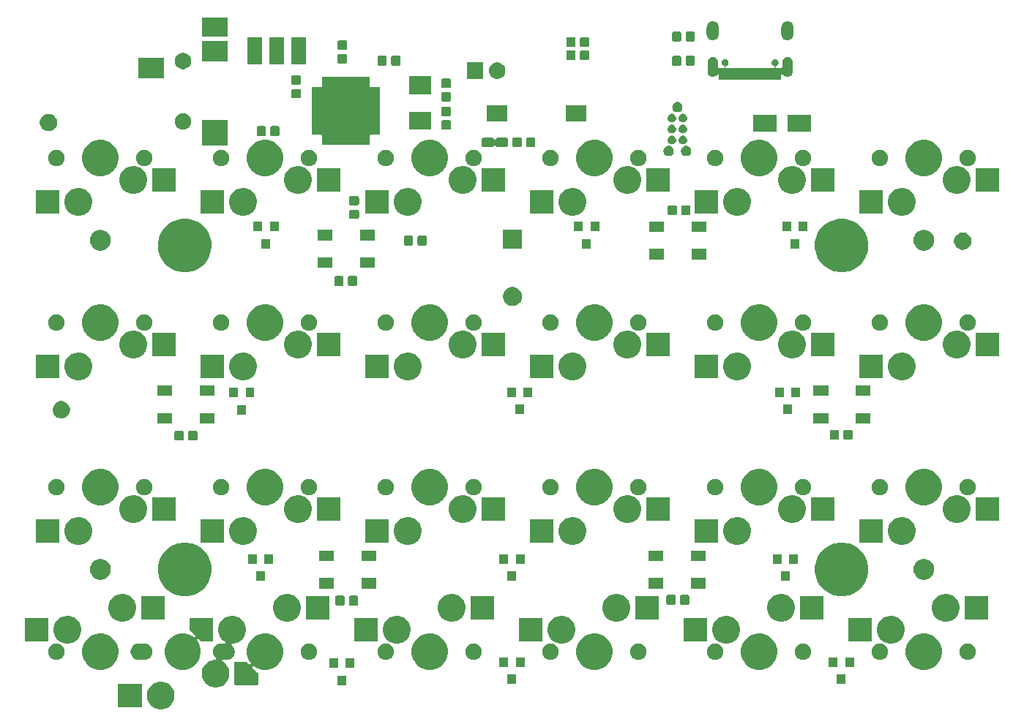
<source format=gbr>
G04 #@! TF.GenerationSoftware,KiCad,Pcbnew,(5.0.1-dev-70-gb7b125d83)*
G04 #@! TF.CreationDate,2019-07-04T18:30:50+02:00*
G04 #@! TF.ProjectId,vitamins_included,766974616D696E735F696E636C756465,rev?*
G04 #@! TF.SameCoordinates,Original*
G04 #@! TF.FileFunction,Soldermask,Bot*
G04 #@! TF.FilePolarity,Negative*
%FSLAX46Y46*%
G04 Gerber Fmt 4.6, Leading zero omitted, Abs format (unit mm)*
G04 Created by KiCad (PCBNEW (5.0.1-dev-70-gb7b125d83)) date 07/04/19 18:30:50*
%MOMM*%
%LPD*%
G01*
G04 APERTURE LIST*
%ADD10C,0.100000*%
G04 APERTURE END LIST*
D10*
G36*
X16951703Y-77541486D02*
X17242883Y-77662097D01*
X17504944Y-77837201D01*
X17727799Y-78060056D01*
X17902903Y-78322117D01*
X18023514Y-78613297D01*
X18085000Y-78922412D01*
X18085000Y-79237588D01*
X18023514Y-79546703D01*
X17902903Y-79837883D01*
X17727799Y-80099944D01*
X17504944Y-80322799D01*
X17242883Y-80497903D01*
X16951703Y-80618514D01*
X16642588Y-80680000D01*
X16327412Y-80680000D01*
X16018297Y-80618514D01*
X15727117Y-80497903D01*
X15465056Y-80322799D01*
X15242201Y-80099944D01*
X15067097Y-79837883D01*
X14946486Y-79546703D01*
X14885000Y-79237588D01*
X14885000Y-78922412D01*
X14946486Y-78613297D01*
X15067097Y-78322117D01*
X15242201Y-78060056D01*
X15465056Y-77837201D01*
X15727117Y-77662097D01*
X16018297Y-77541486D01*
X16327412Y-77480000D01*
X16642588Y-77480000D01*
X16951703Y-77541486D01*
X16951703Y-77541486D01*
G37*
G36*
X14310000Y-80430000D02*
X11560000Y-80430000D01*
X11560000Y-77730000D01*
X14310000Y-77730000D01*
X14310000Y-80430000D01*
X14310000Y-80430000D01*
G37*
G36*
X25206703Y-69921486D02*
X25497883Y-70042097D01*
X25759944Y-70217201D01*
X25982799Y-70440056D01*
X26157903Y-70702117D01*
X26278514Y-70993297D01*
X26340000Y-71302412D01*
X26340000Y-71617588D01*
X26278514Y-71926703D01*
X26157903Y-72217883D01*
X25982799Y-72479944D01*
X25759944Y-72702799D01*
X25497883Y-72877903D01*
X25206703Y-72998514D01*
X24897588Y-73060000D01*
X24810279Y-73060000D01*
X24785893Y-73062402D01*
X24762444Y-73069515D01*
X24740833Y-73081066D01*
X24721891Y-73096612D01*
X24706345Y-73115554D01*
X24694794Y-73137165D01*
X24687681Y-73160614D01*
X24685279Y-73185000D01*
X24687681Y-73209386D01*
X24694794Y-73232835D01*
X24706345Y-73254446D01*
X24721891Y-73273388D01*
X24842913Y-73394410D01*
X24946879Y-73550006D01*
X25018492Y-73722895D01*
X25055000Y-73906433D01*
X25055000Y-74093567D01*
X25018492Y-74277105D01*
X24946879Y-74449994D01*
X24842913Y-74605590D01*
X24710590Y-74737913D01*
X24554994Y-74841879D01*
X24382105Y-74913492D01*
X24260916Y-74937598D01*
X24198568Y-74950000D01*
X24011432Y-74950000D01*
X23949084Y-74937598D01*
X23827895Y-74913492D01*
X23827892Y-74913491D01*
X23820010Y-74911923D01*
X23811899Y-74909462D01*
X23787513Y-74907058D01*
X23763127Y-74909457D01*
X23755010Y-74911919D01*
X23747108Y-74913491D01*
X23747105Y-74913492D01*
X23683657Y-74926113D01*
X23660210Y-74933225D01*
X23638600Y-74944776D01*
X23619657Y-74960322D01*
X23604112Y-74979264D01*
X23592561Y-75000875D01*
X23585448Y-75024324D01*
X23583046Y-75048710D01*
X23585448Y-75073097D01*
X23592561Y-75096546D01*
X23604112Y-75118156D01*
X23619658Y-75137099D01*
X23638600Y-75152644D01*
X23854944Y-75297201D01*
X24077799Y-75520056D01*
X24252903Y-75782117D01*
X24373514Y-76073297D01*
X24435000Y-76382412D01*
X24435000Y-76697588D01*
X24373514Y-77006703D01*
X24252903Y-77297883D01*
X24077799Y-77559944D01*
X23854944Y-77782799D01*
X23592883Y-77957903D01*
X23301703Y-78078514D01*
X22992588Y-78140000D01*
X22677412Y-78140000D01*
X22368297Y-78078514D01*
X22077117Y-77957903D01*
X21815056Y-77782799D01*
X21592201Y-77559944D01*
X21417097Y-77297883D01*
X21296486Y-77006703D01*
X21235000Y-76697588D01*
X21235000Y-76382412D01*
X21296486Y-76073297D01*
X21417097Y-75782117D01*
X21592201Y-75520056D01*
X21815056Y-75297201D01*
X22077117Y-75122097D01*
X22368297Y-75001486D01*
X22677412Y-74940000D01*
X22764721Y-74940000D01*
X22789107Y-74937598D01*
X22812556Y-74930485D01*
X22834167Y-74918934D01*
X22853109Y-74903388D01*
X22868655Y-74884446D01*
X22880206Y-74862835D01*
X22887319Y-74839386D01*
X22889721Y-74815000D01*
X22887319Y-74790614D01*
X22880206Y-74767165D01*
X22868655Y-74745554D01*
X22853109Y-74726612D01*
X22732087Y-74605590D01*
X22628121Y-74449994D01*
X22556508Y-74277105D01*
X22520000Y-74093567D01*
X22520000Y-73906433D01*
X22556508Y-73722895D01*
X22628121Y-73550006D01*
X22732087Y-73394410D01*
X22864410Y-73262087D01*
X23020006Y-73158121D01*
X23192895Y-73086508D01*
X23350170Y-73055224D01*
X23376432Y-73050000D01*
X23563568Y-73050000D01*
X23589830Y-73055224D01*
X23747105Y-73086508D01*
X23747108Y-73086509D01*
X23754990Y-73088077D01*
X23763101Y-73090538D01*
X23787487Y-73092942D01*
X23811873Y-73090543D01*
X23819990Y-73088081D01*
X23827892Y-73086509D01*
X23827895Y-73086508D01*
X23891343Y-73073887D01*
X23914790Y-73066775D01*
X23936400Y-73055224D01*
X23955343Y-73039678D01*
X23970888Y-73020736D01*
X23982439Y-72999125D01*
X23989552Y-72975676D01*
X23991954Y-72951290D01*
X23989552Y-72926903D01*
X23982439Y-72903454D01*
X23970888Y-72881844D01*
X23955342Y-72862901D01*
X23936400Y-72847356D01*
X23720056Y-72702799D01*
X23497201Y-72479944D01*
X23322097Y-72217883D01*
X23201486Y-71926703D01*
X23140000Y-71617588D01*
X23140000Y-71302412D01*
X23201486Y-70993297D01*
X23322097Y-70702117D01*
X23497201Y-70440056D01*
X23720056Y-70217201D01*
X23982117Y-70042097D01*
X24273297Y-69921486D01*
X24582412Y-69860000D01*
X24897588Y-69860000D01*
X25206703Y-69921486D01*
X25206703Y-69921486D01*
G37*
G36*
X29162547Y-71980701D02*
X29544722Y-72139003D01*
X29544723Y-72139004D01*
X29888672Y-72368823D01*
X30181177Y-72661328D01*
X30325887Y-72877902D01*
X30410997Y-73005278D01*
X30569299Y-73387453D01*
X30650000Y-73793167D01*
X30650000Y-74206833D01*
X30569299Y-74612547D01*
X30410997Y-74994722D01*
X30374923Y-75048710D01*
X30181177Y-75338672D01*
X29888672Y-75631177D01*
X29706562Y-75752859D01*
X29544722Y-75860997D01*
X29162547Y-76019299D01*
X28756833Y-76100000D01*
X28343167Y-76100000D01*
X27937453Y-76019299D01*
X27555278Y-75860997D01*
X27274386Y-75673311D01*
X27252775Y-75661760D01*
X27229326Y-75654647D01*
X27204940Y-75652245D01*
X27180554Y-75654647D01*
X27157105Y-75661760D01*
X27135494Y-75673311D01*
X27116552Y-75688857D01*
X27101006Y-75707799D01*
X27089455Y-75729410D01*
X27082342Y-75752859D01*
X27079940Y-75777245D01*
X27082342Y-75801631D01*
X27089455Y-75825080D01*
X27101006Y-75846691D01*
X27117431Y-75866504D01*
X27726380Y-76463513D01*
X27730336Y-76468237D01*
X27730346Y-76468247D01*
X27742993Y-76483350D01*
X27752450Y-76500629D01*
X27752451Y-76500632D01*
X27758260Y-76519121D01*
X27758260Y-76519124D01*
X27758354Y-76519422D01*
X27760484Y-76540000D01*
X27760484Y-76540607D01*
X27761089Y-76546452D01*
X27761089Y-77783862D01*
X27758554Y-77809605D01*
X27752836Y-77828453D01*
X27743552Y-77845822D01*
X27731053Y-77861053D01*
X27715822Y-77873552D01*
X27698453Y-77882836D01*
X27679605Y-77888554D01*
X27653862Y-77891089D01*
X25116138Y-77891089D01*
X25090395Y-77888554D01*
X25071547Y-77882836D01*
X25054178Y-77873552D01*
X25038947Y-77861053D01*
X25026448Y-77845822D01*
X25017164Y-77828453D01*
X25011446Y-77809605D01*
X25008911Y-77783862D01*
X25008911Y-75296138D01*
X25011446Y-75270395D01*
X25017164Y-75251547D01*
X25026448Y-75234178D01*
X25038947Y-75218947D01*
X25054178Y-75206448D01*
X25071547Y-75197164D01*
X25090395Y-75191446D01*
X25116138Y-75188911D01*
X26378862Y-75188911D01*
X26404605Y-75191446D01*
X26423453Y-75197164D01*
X26441098Y-75206595D01*
X26459936Y-75221900D01*
X26701663Y-75458887D01*
X26720758Y-75474244D01*
X26742482Y-75485581D01*
X26766001Y-75492462D01*
X26790410Y-75494622D01*
X26814771Y-75491979D01*
X26838149Y-75484634D01*
X26859644Y-75472869D01*
X26878431Y-75457137D01*
X26893788Y-75438042D01*
X26905125Y-75416318D01*
X26912006Y-75392799D01*
X26914166Y-75368390D01*
X26911523Y-75344029D01*
X26904178Y-75320651D01*
X26893108Y-75300187D01*
X26757040Y-75096546D01*
X26689004Y-74994724D01*
X26530701Y-74612547D01*
X26450000Y-74206833D01*
X26450000Y-73793167D01*
X26530701Y-73387453D01*
X26689003Y-73005278D01*
X26774113Y-72877902D01*
X26918823Y-72661328D01*
X27211328Y-72368823D01*
X27555277Y-72139004D01*
X27555278Y-72139003D01*
X27937453Y-71980701D01*
X28343167Y-71900000D01*
X28756833Y-71900000D01*
X29162547Y-71980701D01*
X29162547Y-71980701D01*
G37*
G36*
X37923000Y-77884000D02*
X36923000Y-77884000D01*
X36923000Y-76784000D01*
X37923000Y-76784000D01*
X37923000Y-77884000D01*
X37923000Y-77884000D01*
G37*
G36*
X57608000Y-77757000D02*
X56608000Y-77757000D01*
X56608000Y-76657000D01*
X57608000Y-76657000D01*
X57608000Y-77757000D01*
X57608000Y-77757000D01*
G37*
G36*
X95708000Y-77757000D02*
X94708000Y-77757000D01*
X94708000Y-76657000D01*
X95708000Y-76657000D01*
X95708000Y-77757000D01*
X95708000Y-77757000D01*
G37*
G36*
X10112547Y-71980701D02*
X10494722Y-72139003D01*
X10494723Y-72139004D01*
X10838672Y-72368823D01*
X11131177Y-72661328D01*
X11275887Y-72877902D01*
X11360997Y-73005278D01*
X11519299Y-73387453D01*
X11600000Y-73793167D01*
X11600000Y-74206833D01*
X11519299Y-74612547D01*
X11360997Y-74994722D01*
X11324923Y-75048710D01*
X11131177Y-75338672D01*
X10838672Y-75631177D01*
X10656562Y-75752859D01*
X10494722Y-75860997D01*
X10112547Y-76019299D01*
X9706833Y-76100000D01*
X9293167Y-76100000D01*
X8887453Y-76019299D01*
X8505278Y-75860997D01*
X8343438Y-75752859D01*
X8161328Y-75631177D01*
X7868823Y-75338672D01*
X7675077Y-75048710D01*
X7639003Y-74994722D01*
X7480701Y-74612547D01*
X7400000Y-74206833D01*
X7400000Y-73793167D01*
X7480701Y-73387453D01*
X7639003Y-73005278D01*
X7724113Y-72877902D01*
X7868823Y-72661328D01*
X8161328Y-72368823D01*
X8505277Y-72139004D01*
X8505278Y-72139003D01*
X8887453Y-71980701D01*
X9293167Y-71900000D01*
X9706833Y-71900000D01*
X10112547Y-71980701D01*
X10112547Y-71980701D01*
G37*
G36*
X86312547Y-71980701D02*
X86694722Y-72139003D01*
X86694723Y-72139004D01*
X87038672Y-72368823D01*
X87331177Y-72661328D01*
X87475887Y-72877902D01*
X87560997Y-73005278D01*
X87719299Y-73387453D01*
X87800000Y-73793167D01*
X87800000Y-74206833D01*
X87719299Y-74612547D01*
X87560997Y-74994722D01*
X87524923Y-75048710D01*
X87331177Y-75338672D01*
X87038672Y-75631177D01*
X86856562Y-75752859D01*
X86694722Y-75860997D01*
X86312547Y-76019299D01*
X85906833Y-76100000D01*
X85493167Y-76100000D01*
X85087453Y-76019299D01*
X84705278Y-75860997D01*
X84543438Y-75752859D01*
X84361328Y-75631177D01*
X84068823Y-75338672D01*
X83875077Y-75048710D01*
X83839003Y-74994722D01*
X83680701Y-74612547D01*
X83600000Y-74206833D01*
X83600000Y-73793167D01*
X83680701Y-73387453D01*
X83839003Y-73005278D01*
X83924113Y-72877902D01*
X84068823Y-72661328D01*
X84361328Y-72368823D01*
X84705277Y-72139004D01*
X84705278Y-72139003D01*
X85087453Y-71980701D01*
X85493167Y-71900000D01*
X85906833Y-71900000D01*
X86312547Y-71980701D01*
X86312547Y-71980701D01*
G37*
G36*
X105362547Y-71980701D02*
X105744722Y-72139003D01*
X105744723Y-72139004D01*
X106088672Y-72368823D01*
X106381177Y-72661328D01*
X106525887Y-72877902D01*
X106610997Y-73005278D01*
X106769299Y-73387453D01*
X106850000Y-73793167D01*
X106850000Y-74206833D01*
X106769299Y-74612547D01*
X106610997Y-74994722D01*
X106574923Y-75048710D01*
X106381177Y-75338672D01*
X106088672Y-75631177D01*
X105906562Y-75752859D01*
X105744722Y-75860997D01*
X105362547Y-76019299D01*
X104956833Y-76100000D01*
X104543167Y-76100000D01*
X104137453Y-76019299D01*
X103755278Y-75860997D01*
X103593438Y-75752859D01*
X103411328Y-75631177D01*
X103118823Y-75338672D01*
X102925077Y-75048710D01*
X102889003Y-74994722D01*
X102730701Y-74612547D01*
X102650000Y-74206833D01*
X102650000Y-73793167D01*
X102730701Y-73387453D01*
X102889003Y-73005278D01*
X102974113Y-72877902D01*
X103118823Y-72661328D01*
X103411328Y-72368823D01*
X103755277Y-72139004D01*
X103755278Y-72139003D01*
X104137453Y-71980701D01*
X104543167Y-71900000D01*
X104956833Y-71900000D01*
X105362547Y-71980701D01*
X105362547Y-71980701D01*
G37*
G36*
X22484605Y-70111446D02*
X22503453Y-70117164D01*
X22520822Y-70126448D01*
X22536053Y-70138947D01*
X22548552Y-70154178D01*
X22557836Y-70171547D01*
X22563554Y-70190395D01*
X22566089Y-70216138D01*
X22566089Y-72703862D01*
X22563554Y-72729605D01*
X22557836Y-72748453D01*
X22548552Y-72765822D01*
X22536053Y-72781053D01*
X22520822Y-72793552D01*
X22503453Y-72802836D01*
X22484605Y-72808554D01*
X22458862Y-72811089D01*
X21196138Y-72811089D01*
X21170395Y-72808554D01*
X21151547Y-72802836D01*
X21133902Y-72793405D01*
X21115064Y-72778100D01*
X20873337Y-72541113D01*
X20854242Y-72525756D01*
X20832518Y-72514419D01*
X20808999Y-72507538D01*
X20784590Y-72505378D01*
X20760229Y-72508021D01*
X20736851Y-72515366D01*
X20715356Y-72527131D01*
X20696569Y-72542863D01*
X20681212Y-72561958D01*
X20669875Y-72583682D01*
X20662994Y-72607201D01*
X20660834Y-72631610D01*
X20663477Y-72655971D01*
X20670822Y-72679349D01*
X20681892Y-72699813D01*
X20756244Y-72811089D01*
X20885996Y-73005276D01*
X21044299Y-73387453D01*
X21125000Y-73793167D01*
X21125000Y-74206833D01*
X21044299Y-74612547D01*
X20885997Y-74994722D01*
X20849923Y-75048710D01*
X20656177Y-75338672D01*
X20363672Y-75631177D01*
X20181562Y-75752859D01*
X20019722Y-75860997D01*
X19637547Y-76019299D01*
X19231833Y-76100000D01*
X18818167Y-76100000D01*
X18412453Y-76019299D01*
X18030278Y-75860997D01*
X17868438Y-75752859D01*
X17686328Y-75631177D01*
X17393823Y-75338672D01*
X17200077Y-75048710D01*
X17164003Y-74994722D01*
X17005701Y-74612547D01*
X16925000Y-74206833D01*
X16925000Y-73793167D01*
X17005701Y-73387453D01*
X17164003Y-73005278D01*
X17249113Y-72877902D01*
X17393823Y-72661328D01*
X17686328Y-72368823D01*
X18030277Y-72139004D01*
X18030278Y-72139003D01*
X18412453Y-71980701D01*
X18818167Y-71900000D01*
X19231833Y-71900000D01*
X19637547Y-71980701D01*
X20019722Y-72139003D01*
X20300614Y-72326689D01*
X20322225Y-72338240D01*
X20345674Y-72345353D01*
X20370060Y-72347755D01*
X20394446Y-72345353D01*
X20417895Y-72338240D01*
X20439506Y-72326689D01*
X20458448Y-72311143D01*
X20473994Y-72292201D01*
X20485545Y-72270590D01*
X20492658Y-72247141D01*
X20495060Y-72222755D01*
X20492658Y-72198369D01*
X20485545Y-72174920D01*
X20473994Y-72153309D01*
X20457569Y-72133496D01*
X19848620Y-71536487D01*
X19844664Y-71531763D01*
X19844654Y-71531753D01*
X19832007Y-71516650D01*
X19822550Y-71499371D01*
X19822549Y-71499368D01*
X19816740Y-71480879D01*
X19816740Y-71480876D01*
X19816646Y-71480578D01*
X19814516Y-71460000D01*
X19814516Y-71459393D01*
X19813911Y-71453548D01*
X19813911Y-70216138D01*
X19816446Y-70190395D01*
X19822164Y-70171547D01*
X19831448Y-70154178D01*
X19843947Y-70138947D01*
X19859178Y-70126448D01*
X19876547Y-70117164D01*
X19895395Y-70111446D01*
X19921138Y-70108911D01*
X22458862Y-70108911D01*
X22484605Y-70111446D01*
X22484605Y-70111446D01*
G37*
G36*
X48212547Y-71980701D02*
X48594722Y-72139003D01*
X48594723Y-72139004D01*
X48938672Y-72368823D01*
X49231177Y-72661328D01*
X49375887Y-72877902D01*
X49460997Y-73005278D01*
X49619299Y-73387453D01*
X49700000Y-73793167D01*
X49700000Y-74206833D01*
X49619299Y-74612547D01*
X49460997Y-74994722D01*
X49424923Y-75048710D01*
X49231177Y-75338672D01*
X48938672Y-75631177D01*
X48756562Y-75752859D01*
X48594722Y-75860997D01*
X48212547Y-76019299D01*
X47806833Y-76100000D01*
X47393167Y-76100000D01*
X46987453Y-76019299D01*
X46605278Y-75860997D01*
X46443438Y-75752859D01*
X46261328Y-75631177D01*
X45968823Y-75338672D01*
X45775077Y-75048710D01*
X45739003Y-74994722D01*
X45580701Y-74612547D01*
X45500000Y-74206833D01*
X45500000Y-73793167D01*
X45580701Y-73387453D01*
X45739003Y-73005278D01*
X45824113Y-72877902D01*
X45968823Y-72661328D01*
X46261328Y-72368823D01*
X46605277Y-72139004D01*
X46605278Y-72139003D01*
X46987453Y-71980701D01*
X47393167Y-71900000D01*
X47806833Y-71900000D01*
X48212547Y-71980701D01*
X48212547Y-71980701D01*
G37*
G36*
X67262547Y-71980701D02*
X67644722Y-72139003D01*
X67644723Y-72139004D01*
X67988672Y-72368823D01*
X68281177Y-72661328D01*
X68425887Y-72877902D01*
X68510997Y-73005278D01*
X68669299Y-73387453D01*
X68750000Y-73793167D01*
X68750000Y-74206833D01*
X68669299Y-74612547D01*
X68510997Y-74994722D01*
X68474923Y-75048710D01*
X68281177Y-75338672D01*
X67988672Y-75631177D01*
X67806562Y-75752859D01*
X67644722Y-75860997D01*
X67262547Y-76019299D01*
X66856833Y-76100000D01*
X66443167Y-76100000D01*
X66037453Y-76019299D01*
X65655278Y-75860997D01*
X65493438Y-75752859D01*
X65311328Y-75631177D01*
X65018823Y-75338672D01*
X64825077Y-75048710D01*
X64789003Y-74994722D01*
X64630701Y-74612547D01*
X64550000Y-74206833D01*
X64550000Y-73793167D01*
X64630701Y-73387453D01*
X64789003Y-73005278D01*
X64874113Y-72877902D01*
X65018823Y-72661328D01*
X65311328Y-72368823D01*
X65655277Y-72139004D01*
X65655278Y-72139003D01*
X66037453Y-71980701D01*
X66443167Y-71900000D01*
X66856833Y-71900000D01*
X67262547Y-71980701D01*
X67262547Y-71980701D01*
G37*
G36*
X36973000Y-75884000D02*
X35973000Y-75884000D01*
X35973000Y-74784000D01*
X36973000Y-74784000D01*
X36973000Y-75884000D01*
X36973000Y-75884000D01*
G37*
G36*
X38873000Y-75884000D02*
X37873000Y-75884000D01*
X37873000Y-74784000D01*
X38873000Y-74784000D01*
X38873000Y-75884000D01*
X38873000Y-75884000D01*
G37*
G36*
X96658000Y-75757000D02*
X95658000Y-75757000D01*
X95658000Y-74657000D01*
X96658000Y-74657000D01*
X96658000Y-75757000D01*
X96658000Y-75757000D01*
G37*
G36*
X94758000Y-75757000D02*
X93758000Y-75757000D01*
X93758000Y-74657000D01*
X94758000Y-74657000D01*
X94758000Y-75757000D01*
X94758000Y-75757000D01*
G37*
G36*
X56658000Y-75757000D02*
X55658000Y-75757000D01*
X55658000Y-74657000D01*
X56658000Y-74657000D01*
X56658000Y-75757000D01*
X56658000Y-75757000D01*
G37*
G36*
X58558000Y-75757000D02*
X57558000Y-75757000D01*
X57558000Y-74657000D01*
X58558000Y-74657000D01*
X58558000Y-75757000D01*
X58558000Y-75757000D01*
G37*
G36*
X42639830Y-73055224D02*
X42797105Y-73086508D01*
X42969994Y-73158121D01*
X43125590Y-73262087D01*
X43257913Y-73394410D01*
X43361879Y-73550006D01*
X43433492Y-73722895D01*
X43470000Y-73906433D01*
X43470000Y-74093567D01*
X43433492Y-74277105D01*
X43361879Y-74449994D01*
X43257913Y-74605590D01*
X43125590Y-74737913D01*
X42969994Y-74841879D01*
X42797105Y-74913492D01*
X42675916Y-74937598D01*
X42613568Y-74950000D01*
X42426432Y-74950000D01*
X42364084Y-74937598D01*
X42242895Y-74913492D01*
X42070006Y-74841879D01*
X41914410Y-74737913D01*
X41782087Y-74605590D01*
X41678121Y-74449994D01*
X41606508Y-74277105D01*
X41570000Y-74093567D01*
X41570000Y-73906433D01*
X41606508Y-73722895D01*
X41678121Y-73550006D01*
X41782087Y-73394410D01*
X41914410Y-73262087D01*
X42070006Y-73158121D01*
X42242895Y-73086508D01*
X42400170Y-73055224D01*
X42426432Y-73050000D01*
X42613568Y-73050000D01*
X42639830Y-73055224D01*
X42639830Y-73055224D01*
G37*
G36*
X80739830Y-73055224D02*
X80897105Y-73086508D01*
X81069994Y-73158121D01*
X81225590Y-73262087D01*
X81357913Y-73394410D01*
X81461879Y-73550006D01*
X81533492Y-73722895D01*
X81570000Y-73906433D01*
X81570000Y-74093567D01*
X81533492Y-74277105D01*
X81461879Y-74449994D01*
X81357913Y-74605590D01*
X81225590Y-74737913D01*
X81069994Y-74841879D01*
X80897105Y-74913492D01*
X80775916Y-74937598D01*
X80713568Y-74950000D01*
X80526432Y-74950000D01*
X80464084Y-74937598D01*
X80342895Y-74913492D01*
X80170006Y-74841879D01*
X80014410Y-74737913D01*
X79882087Y-74605590D01*
X79778121Y-74449994D01*
X79706508Y-74277105D01*
X79670000Y-74093567D01*
X79670000Y-73906433D01*
X79706508Y-73722895D01*
X79778121Y-73550006D01*
X79882087Y-73394410D01*
X80014410Y-73262087D01*
X80170006Y-73158121D01*
X80342895Y-73086508D01*
X80500170Y-73055224D01*
X80526432Y-73050000D01*
X80713568Y-73050000D01*
X80739830Y-73055224D01*
X80739830Y-73055224D01*
G37*
G36*
X109949830Y-73055224D02*
X110107105Y-73086508D01*
X110279994Y-73158121D01*
X110435590Y-73262087D01*
X110567913Y-73394410D01*
X110671879Y-73550006D01*
X110743492Y-73722895D01*
X110780000Y-73906433D01*
X110780000Y-74093567D01*
X110743492Y-74277105D01*
X110671879Y-74449994D01*
X110567913Y-74605590D01*
X110435590Y-74737913D01*
X110279994Y-74841879D01*
X110107105Y-74913492D01*
X109985916Y-74937598D01*
X109923568Y-74950000D01*
X109736432Y-74950000D01*
X109674084Y-74937598D01*
X109552895Y-74913492D01*
X109380006Y-74841879D01*
X109224410Y-74737913D01*
X109092087Y-74605590D01*
X108988121Y-74449994D01*
X108916508Y-74277105D01*
X108880000Y-74093567D01*
X108880000Y-73906433D01*
X108916508Y-73722895D01*
X108988121Y-73550006D01*
X109092087Y-73394410D01*
X109224410Y-73262087D01*
X109380006Y-73158121D01*
X109552895Y-73086508D01*
X109710170Y-73055224D01*
X109736432Y-73050000D01*
X109923568Y-73050000D01*
X109949830Y-73055224D01*
X109949830Y-73055224D01*
G37*
G36*
X4539830Y-73055224D02*
X4697105Y-73086508D01*
X4869994Y-73158121D01*
X5025590Y-73262087D01*
X5157913Y-73394410D01*
X5261879Y-73550006D01*
X5333492Y-73722895D01*
X5370000Y-73906433D01*
X5370000Y-74093567D01*
X5333492Y-74277105D01*
X5261879Y-74449994D01*
X5157913Y-74605590D01*
X5025590Y-74737913D01*
X4869994Y-74841879D01*
X4697105Y-74913492D01*
X4575916Y-74937598D01*
X4513568Y-74950000D01*
X4326432Y-74950000D01*
X4264084Y-74937598D01*
X4142895Y-74913492D01*
X3970006Y-74841879D01*
X3814410Y-74737913D01*
X3682087Y-74605590D01*
X3578121Y-74449994D01*
X3506508Y-74277105D01*
X3470000Y-74093567D01*
X3470000Y-73906433D01*
X3506508Y-73722895D01*
X3578121Y-73550006D01*
X3682087Y-73394410D01*
X3814410Y-73262087D01*
X3970006Y-73158121D01*
X4142895Y-73086508D01*
X4300170Y-73055224D01*
X4326432Y-73050000D01*
X4513568Y-73050000D01*
X4539830Y-73055224D01*
X4539830Y-73055224D01*
G37*
G36*
X14064830Y-73055224D02*
X14222105Y-73086508D01*
X14222108Y-73086509D01*
X14229990Y-73088077D01*
X14238101Y-73090538D01*
X14262487Y-73092942D01*
X14286873Y-73090543D01*
X14294992Y-73088080D01*
X14486432Y-73050000D01*
X14673568Y-73050000D01*
X14699830Y-73055224D01*
X14857105Y-73086508D01*
X15029994Y-73158121D01*
X15185590Y-73262087D01*
X15317913Y-73394410D01*
X15421879Y-73550006D01*
X15493492Y-73722895D01*
X15530000Y-73906433D01*
X15530000Y-74093567D01*
X15493492Y-74277105D01*
X15421879Y-74449994D01*
X15317913Y-74605590D01*
X15185590Y-74737913D01*
X15029994Y-74841879D01*
X14857105Y-74913492D01*
X14735916Y-74937598D01*
X14673568Y-74950000D01*
X14486432Y-74950000D01*
X14424084Y-74937598D01*
X14302895Y-74913492D01*
X14302892Y-74913491D01*
X14295010Y-74911923D01*
X14286899Y-74909462D01*
X14262513Y-74907058D01*
X14238127Y-74909457D01*
X14230008Y-74911920D01*
X14038568Y-74950000D01*
X13851432Y-74950000D01*
X13789084Y-74937598D01*
X13667895Y-74913492D01*
X13495006Y-74841879D01*
X13339410Y-74737913D01*
X13207087Y-74605590D01*
X13103121Y-74449994D01*
X13031508Y-74277105D01*
X12995000Y-74093567D01*
X12995000Y-73906433D01*
X13031508Y-73722895D01*
X13103121Y-73550006D01*
X13207087Y-73394410D01*
X13339410Y-73262087D01*
X13495006Y-73158121D01*
X13667895Y-73086508D01*
X13825170Y-73055224D01*
X13851432Y-73050000D01*
X14038568Y-73050000D01*
X14064830Y-73055224D01*
X14064830Y-73055224D01*
G37*
G36*
X99789830Y-73055224D02*
X99947105Y-73086508D01*
X100119994Y-73158121D01*
X100275590Y-73262087D01*
X100407913Y-73394410D01*
X100511879Y-73550006D01*
X100583492Y-73722895D01*
X100620000Y-73906433D01*
X100620000Y-74093567D01*
X100583492Y-74277105D01*
X100511879Y-74449994D01*
X100407913Y-74605590D01*
X100275590Y-74737913D01*
X100119994Y-74841879D01*
X99947105Y-74913492D01*
X99825916Y-74937598D01*
X99763568Y-74950000D01*
X99576432Y-74950000D01*
X99514084Y-74937598D01*
X99392895Y-74913492D01*
X99220006Y-74841879D01*
X99064410Y-74737913D01*
X98932087Y-74605590D01*
X98828121Y-74449994D01*
X98756508Y-74277105D01*
X98720000Y-74093567D01*
X98720000Y-73906433D01*
X98756508Y-73722895D01*
X98828121Y-73550006D01*
X98932087Y-73394410D01*
X99064410Y-73262087D01*
X99220006Y-73158121D01*
X99392895Y-73086508D01*
X99550170Y-73055224D01*
X99576432Y-73050000D01*
X99763568Y-73050000D01*
X99789830Y-73055224D01*
X99789830Y-73055224D01*
G37*
G36*
X61689830Y-73055224D02*
X61847105Y-73086508D01*
X62019994Y-73158121D01*
X62175590Y-73262087D01*
X62307913Y-73394410D01*
X62411879Y-73550006D01*
X62483492Y-73722895D01*
X62520000Y-73906433D01*
X62520000Y-74093567D01*
X62483492Y-74277105D01*
X62411879Y-74449994D01*
X62307913Y-74605590D01*
X62175590Y-74737913D01*
X62019994Y-74841879D01*
X61847105Y-74913492D01*
X61725916Y-74937598D01*
X61663568Y-74950000D01*
X61476432Y-74950000D01*
X61414084Y-74937598D01*
X61292895Y-74913492D01*
X61120006Y-74841879D01*
X60964410Y-74737913D01*
X60832087Y-74605590D01*
X60728121Y-74449994D01*
X60656508Y-74277105D01*
X60620000Y-74093567D01*
X60620000Y-73906433D01*
X60656508Y-73722895D01*
X60728121Y-73550006D01*
X60832087Y-73394410D01*
X60964410Y-73262087D01*
X61120006Y-73158121D01*
X61292895Y-73086508D01*
X61450170Y-73055224D01*
X61476432Y-73050000D01*
X61663568Y-73050000D01*
X61689830Y-73055224D01*
X61689830Y-73055224D01*
G37*
G36*
X33749830Y-73055224D02*
X33907105Y-73086508D01*
X34079994Y-73158121D01*
X34235590Y-73262087D01*
X34367913Y-73394410D01*
X34471879Y-73550006D01*
X34543492Y-73722895D01*
X34580000Y-73906433D01*
X34580000Y-74093567D01*
X34543492Y-74277105D01*
X34471879Y-74449994D01*
X34367913Y-74605590D01*
X34235590Y-74737913D01*
X34079994Y-74841879D01*
X33907105Y-74913492D01*
X33785916Y-74937598D01*
X33723568Y-74950000D01*
X33536432Y-74950000D01*
X33474084Y-74937598D01*
X33352895Y-74913492D01*
X33180006Y-74841879D01*
X33024410Y-74737913D01*
X32892087Y-74605590D01*
X32788121Y-74449994D01*
X32716508Y-74277105D01*
X32680000Y-74093567D01*
X32680000Y-73906433D01*
X32716508Y-73722895D01*
X32788121Y-73550006D01*
X32892087Y-73394410D01*
X33024410Y-73262087D01*
X33180006Y-73158121D01*
X33352895Y-73086508D01*
X33510170Y-73055224D01*
X33536432Y-73050000D01*
X33723568Y-73050000D01*
X33749830Y-73055224D01*
X33749830Y-73055224D01*
G37*
G36*
X52799830Y-73055224D02*
X52957105Y-73086508D01*
X53129994Y-73158121D01*
X53285590Y-73262087D01*
X53417913Y-73394410D01*
X53521879Y-73550006D01*
X53593492Y-73722895D01*
X53630000Y-73906433D01*
X53630000Y-74093567D01*
X53593492Y-74277105D01*
X53521879Y-74449994D01*
X53417913Y-74605590D01*
X53285590Y-74737913D01*
X53129994Y-74841879D01*
X52957105Y-74913492D01*
X52835916Y-74937598D01*
X52773568Y-74950000D01*
X52586432Y-74950000D01*
X52524084Y-74937598D01*
X52402895Y-74913492D01*
X52230006Y-74841879D01*
X52074410Y-74737913D01*
X51942087Y-74605590D01*
X51838121Y-74449994D01*
X51766508Y-74277105D01*
X51730000Y-74093567D01*
X51730000Y-73906433D01*
X51766508Y-73722895D01*
X51838121Y-73550006D01*
X51942087Y-73394410D01*
X52074410Y-73262087D01*
X52230006Y-73158121D01*
X52402895Y-73086508D01*
X52560170Y-73055224D01*
X52586432Y-73050000D01*
X52773568Y-73050000D01*
X52799830Y-73055224D01*
X52799830Y-73055224D01*
G37*
G36*
X90899830Y-73055224D02*
X91057105Y-73086508D01*
X91229994Y-73158121D01*
X91385590Y-73262087D01*
X91517913Y-73394410D01*
X91621879Y-73550006D01*
X91693492Y-73722895D01*
X91730000Y-73906433D01*
X91730000Y-74093567D01*
X91693492Y-74277105D01*
X91621879Y-74449994D01*
X91517913Y-74605590D01*
X91385590Y-74737913D01*
X91229994Y-74841879D01*
X91057105Y-74913492D01*
X90935916Y-74937598D01*
X90873568Y-74950000D01*
X90686432Y-74950000D01*
X90624084Y-74937598D01*
X90502895Y-74913492D01*
X90330006Y-74841879D01*
X90174410Y-74737913D01*
X90042087Y-74605590D01*
X89938121Y-74449994D01*
X89866508Y-74277105D01*
X89830000Y-74093567D01*
X89830000Y-73906433D01*
X89866508Y-73722895D01*
X89938121Y-73550006D01*
X90042087Y-73394410D01*
X90174410Y-73262087D01*
X90330006Y-73158121D01*
X90502895Y-73086508D01*
X90660170Y-73055224D01*
X90686432Y-73050000D01*
X90873568Y-73050000D01*
X90899830Y-73055224D01*
X90899830Y-73055224D01*
G37*
G36*
X71849830Y-73055224D02*
X72007105Y-73086508D01*
X72179994Y-73158121D01*
X72335590Y-73262087D01*
X72467913Y-73394410D01*
X72571879Y-73550006D01*
X72643492Y-73722895D01*
X72680000Y-73906433D01*
X72680000Y-74093567D01*
X72643492Y-74277105D01*
X72571879Y-74449994D01*
X72467913Y-74605590D01*
X72335590Y-74737913D01*
X72179994Y-74841879D01*
X72007105Y-74913492D01*
X71885916Y-74937598D01*
X71823568Y-74950000D01*
X71636432Y-74950000D01*
X71574084Y-74937598D01*
X71452895Y-74913492D01*
X71280006Y-74841879D01*
X71124410Y-74737913D01*
X70992087Y-74605590D01*
X70888121Y-74449994D01*
X70816508Y-74277105D01*
X70780000Y-74093567D01*
X70780000Y-73906433D01*
X70816508Y-73722895D01*
X70888121Y-73550006D01*
X70992087Y-73394410D01*
X71124410Y-73262087D01*
X71280006Y-73158121D01*
X71452895Y-73086508D01*
X71610170Y-73055224D01*
X71636432Y-73050000D01*
X71823568Y-73050000D01*
X71849830Y-73055224D01*
X71849830Y-73055224D01*
G37*
G36*
X6156703Y-69921486D02*
X6447883Y-70042097D01*
X6709944Y-70217201D01*
X6932799Y-70440056D01*
X7107903Y-70702117D01*
X7228514Y-70993297D01*
X7290000Y-71302412D01*
X7290000Y-71617588D01*
X7228514Y-71926703D01*
X7107903Y-72217883D01*
X6932799Y-72479944D01*
X6709944Y-72702799D01*
X6447883Y-72877903D01*
X6156703Y-72998514D01*
X5847588Y-73060000D01*
X5532412Y-73060000D01*
X5223297Y-72998514D01*
X4932117Y-72877903D01*
X4670056Y-72702799D01*
X4447201Y-72479944D01*
X4272097Y-72217883D01*
X4151486Y-71926703D01*
X4090000Y-71617588D01*
X4090000Y-71302412D01*
X4151486Y-70993297D01*
X4272097Y-70702117D01*
X4447201Y-70440056D01*
X4670056Y-70217201D01*
X4932117Y-70042097D01*
X5223297Y-69921486D01*
X5532412Y-69860000D01*
X5847588Y-69860000D01*
X6156703Y-69921486D01*
X6156703Y-69921486D01*
G37*
G36*
X44256703Y-69921486D02*
X44547883Y-70042097D01*
X44809944Y-70217201D01*
X45032799Y-70440056D01*
X45207903Y-70702117D01*
X45328514Y-70993297D01*
X45390000Y-71302412D01*
X45390000Y-71617588D01*
X45328514Y-71926703D01*
X45207903Y-72217883D01*
X45032799Y-72479944D01*
X44809944Y-72702799D01*
X44547883Y-72877903D01*
X44256703Y-72998514D01*
X43947588Y-73060000D01*
X43632412Y-73060000D01*
X43323297Y-72998514D01*
X43032117Y-72877903D01*
X42770056Y-72702799D01*
X42547201Y-72479944D01*
X42372097Y-72217883D01*
X42251486Y-71926703D01*
X42190000Y-71617588D01*
X42190000Y-71302412D01*
X42251486Y-70993297D01*
X42372097Y-70702117D01*
X42547201Y-70440056D01*
X42770056Y-70217201D01*
X43032117Y-70042097D01*
X43323297Y-69921486D01*
X43632412Y-69860000D01*
X43947588Y-69860000D01*
X44256703Y-69921486D01*
X44256703Y-69921486D01*
G37*
G36*
X63306703Y-69921486D02*
X63597883Y-70042097D01*
X63859944Y-70217201D01*
X64082799Y-70440056D01*
X64257903Y-70702117D01*
X64378514Y-70993297D01*
X64440000Y-71302412D01*
X64440000Y-71617588D01*
X64378514Y-71926703D01*
X64257903Y-72217883D01*
X64082799Y-72479944D01*
X63859944Y-72702799D01*
X63597883Y-72877903D01*
X63306703Y-72998514D01*
X62997588Y-73060000D01*
X62682412Y-73060000D01*
X62373297Y-72998514D01*
X62082117Y-72877903D01*
X61820056Y-72702799D01*
X61597201Y-72479944D01*
X61422097Y-72217883D01*
X61301486Y-71926703D01*
X61240000Y-71617588D01*
X61240000Y-71302412D01*
X61301486Y-70993297D01*
X61422097Y-70702117D01*
X61597201Y-70440056D01*
X61820056Y-70217201D01*
X62082117Y-70042097D01*
X62373297Y-69921486D01*
X62682412Y-69860000D01*
X62997588Y-69860000D01*
X63306703Y-69921486D01*
X63306703Y-69921486D01*
G37*
G36*
X101406703Y-69921486D02*
X101697883Y-70042097D01*
X101959944Y-70217201D01*
X102182799Y-70440056D01*
X102357903Y-70702117D01*
X102478514Y-70993297D01*
X102540000Y-71302412D01*
X102540000Y-71617588D01*
X102478514Y-71926703D01*
X102357903Y-72217883D01*
X102182799Y-72479944D01*
X101959944Y-72702799D01*
X101697883Y-72877903D01*
X101406703Y-72998514D01*
X101097588Y-73060000D01*
X100782412Y-73060000D01*
X100473297Y-72998514D01*
X100182117Y-72877903D01*
X99920056Y-72702799D01*
X99697201Y-72479944D01*
X99522097Y-72217883D01*
X99401486Y-71926703D01*
X99340000Y-71617588D01*
X99340000Y-71302412D01*
X99401486Y-70993297D01*
X99522097Y-70702117D01*
X99697201Y-70440056D01*
X99920056Y-70217201D01*
X100182117Y-70042097D01*
X100473297Y-69921486D01*
X100782412Y-69860000D01*
X101097588Y-69860000D01*
X101406703Y-69921486D01*
X101406703Y-69921486D01*
G37*
G36*
X82356703Y-69921486D02*
X82647883Y-70042097D01*
X82909944Y-70217201D01*
X83132799Y-70440056D01*
X83307903Y-70702117D01*
X83428514Y-70993297D01*
X83490000Y-71302412D01*
X83490000Y-71617588D01*
X83428514Y-71926703D01*
X83307903Y-72217883D01*
X83132799Y-72479944D01*
X82909944Y-72702799D01*
X82647883Y-72877903D01*
X82356703Y-72998514D01*
X82047588Y-73060000D01*
X81732412Y-73060000D01*
X81423297Y-72998514D01*
X81132117Y-72877903D01*
X80870056Y-72702799D01*
X80647201Y-72479944D01*
X80472097Y-72217883D01*
X80351486Y-71926703D01*
X80290000Y-71617588D01*
X80290000Y-71302412D01*
X80351486Y-70993297D01*
X80472097Y-70702117D01*
X80647201Y-70440056D01*
X80870056Y-70217201D01*
X81132117Y-70042097D01*
X81423297Y-69921486D01*
X81732412Y-69860000D01*
X82047588Y-69860000D01*
X82356703Y-69921486D01*
X82356703Y-69921486D01*
G37*
G36*
X3515000Y-72810000D02*
X765000Y-72810000D01*
X765000Y-70110000D01*
X3515000Y-70110000D01*
X3515000Y-72810000D01*
X3515000Y-72810000D01*
G37*
G36*
X79715000Y-72810000D02*
X76965000Y-72810000D01*
X76965000Y-70110000D01*
X79715000Y-70110000D01*
X79715000Y-72810000D01*
X79715000Y-72810000D01*
G37*
G36*
X41615000Y-72810000D02*
X38865000Y-72810000D01*
X38865000Y-70110000D01*
X41615000Y-70110000D01*
X41615000Y-72810000D01*
X41615000Y-72810000D01*
G37*
G36*
X60665000Y-72810000D02*
X57915000Y-72810000D01*
X57915000Y-70110000D01*
X60665000Y-70110000D01*
X60665000Y-72810000D01*
X60665000Y-72810000D01*
G37*
G36*
X98765000Y-72810000D02*
X96015000Y-72810000D01*
X96015000Y-70110000D01*
X98765000Y-70110000D01*
X98765000Y-72810000D01*
X98765000Y-72810000D01*
G37*
G36*
X50606703Y-67381486D02*
X50897883Y-67502097D01*
X51159944Y-67677201D01*
X51382799Y-67900056D01*
X51557903Y-68162117D01*
X51678514Y-68453297D01*
X51740000Y-68762412D01*
X51740000Y-69077588D01*
X51678514Y-69386703D01*
X51557903Y-69677883D01*
X51382799Y-69939944D01*
X51159944Y-70162799D01*
X50897883Y-70337903D01*
X50606703Y-70458514D01*
X50297588Y-70520000D01*
X49982412Y-70520000D01*
X49673297Y-70458514D01*
X49382117Y-70337903D01*
X49120056Y-70162799D01*
X48897201Y-69939944D01*
X48722097Y-69677883D01*
X48601486Y-69386703D01*
X48540000Y-69077588D01*
X48540000Y-68762412D01*
X48601486Y-68453297D01*
X48722097Y-68162117D01*
X48897201Y-67900056D01*
X49120056Y-67677201D01*
X49382117Y-67502097D01*
X49673297Y-67381486D01*
X49982412Y-67320000D01*
X50297588Y-67320000D01*
X50606703Y-67381486D01*
X50606703Y-67381486D01*
G37*
G36*
X31556703Y-67381486D02*
X31847883Y-67502097D01*
X32109944Y-67677201D01*
X32332799Y-67900056D01*
X32507903Y-68162117D01*
X32628514Y-68453297D01*
X32690000Y-68762412D01*
X32690000Y-69077588D01*
X32628514Y-69386703D01*
X32507903Y-69677883D01*
X32332799Y-69939944D01*
X32109944Y-70162799D01*
X31847883Y-70337903D01*
X31556703Y-70458514D01*
X31247588Y-70520000D01*
X30932412Y-70520000D01*
X30623297Y-70458514D01*
X30332117Y-70337903D01*
X30070056Y-70162799D01*
X29847201Y-69939944D01*
X29672097Y-69677883D01*
X29551486Y-69386703D01*
X29490000Y-69077588D01*
X29490000Y-68762412D01*
X29551486Y-68453297D01*
X29672097Y-68162117D01*
X29847201Y-67900056D01*
X30070056Y-67677201D01*
X30332117Y-67502097D01*
X30623297Y-67381486D01*
X30932412Y-67320000D01*
X31247588Y-67320000D01*
X31556703Y-67381486D01*
X31556703Y-67381486D01*
G37*
G36*
X88706703Y-67381486D02*
X88997883Y-67502097D01*
X89259944Y-67677201D01*
X89482799Y-67900056D01*
X89657903Y-68162117D01*
X89778514Y-68453297D01*
X89840000Y-68762412D01*
X89840000Y-69077588D01*
X89778514Y-69386703D01*
X89657903Y-69677883D01*
X89482799Y-69939944D01*
X89259944Y-70162799D01*
X88997883Y-70337903D01*
X88706703Y-70458514D01*
X88397588Y-70520000D01*
X88082412Y-70520000D01*
X87773297Y-70458514D01*
X87482117Y-70337903D01*
X87220056Y-70162799D01*
X86997201Y-69939944D01*
X86822097Y-69677883D01*
X86701486Y-69386703D01*
X86640000Y-69077588D01*
X86640000Y-68762412D01*
X86701486Y-68453297D01*
X86822097Y-68162117D01*
X86997201Y-67900056D01*
X87220056Y-67677201D01*
X87482117Y-67502097D01*
X87773297Y-67381486D01*
X88082412Y-67320000D01*
X88397588Y-67320000D01*
X88706703Y-67381486D01*
X88706703Y-67381486D01*
G37*
G36*
X12506703Y-67381486D02*
X12797883Y-67502097D01*
X13059944Y-67677201D01*
X13282799Y-67900056D01*
X13457903Y-68162117D01*
X13578514Y-68453297D01*
X13640000Y-68762412D01*
X13640000Y-69077588D01*
X13578514Y-69386703D01*
X13457903Y-69677883D01*
X13282799Y-69939944D01*
X13059944Y-70162799D01*
X12797883Y-70337903D01*
X12506703Y-70458514D01*
X12197588Y-70520000D01*
X11882412Y-70520000D01*
X11573297Y-70458514D01*
X11282117Y-70337903D01*
X11020056Y-70162799D01*
X10797201Y-69939944D01*
X10622097Y-69677883D01*
X10501486Y-69386703D01*
X10440000Y-69077588D01*
X10440000Y-68762412D01*
X10501486Y-68453297D01*
X10622097Y-68162117D01*
X10797201Y-67900056D01*
X11020056Y-67677201D01*
X11282117Y-67502097D01*
X11573297Y-67381486D01*
X11882412Y-67320000D01*
X12197588Y-67320000D01*
X12506703Y-67381486D01*
X12506703Y-67381486D01*
G37*
G36*
X107756703Y-67381486D02*
X108047883Y-67502097D01*
X108309944Y-67677201D01*
X108532799Y-67900056D01*
X108707903Y-68162117D01*
X108828514Y-68453297D01*
X108890000Y-68762412D01*
X108890000Y-69077588D01*
X108828514Y-69386703D01*
X108707903Y-69677883D01*
X108532799Y-69939944D01*
X108309944Y-70162799D01*
X108047883Y-70337903D01*
X107756703Y-70458514D01*
X107447588Y-70520000D01*
X107132412Y-70520000D01*
X106823297Y-70458514D01*
X106532117Y-70337903D01*
X106270056Y-70162799D01*
X106047201Y-69939944D01*
X105872097Y-69677883D01*
X105751486Y-69386703D01*
X105690000Y-69077588D01*
X105690000Y-68762412D01*
X105751486Y-68453297D01*
X105872097Y-68162117D01*
X106047201Y-67900056D01*
X106270056Y-67677201D01*
X106532117Y-67502097D01*
X106823297Y-67381486D01*
X107132412Y-67320000D01*
X107447588Y-67320000D01*
X107756703Y-67381486D01*
X107756703Y-67381486D01*
G37*
G36*
X69656703Y-67381486D02*
X69947883Y-67502097D01*
X70209944Y-67677201D01*
X70432799Y-67900056D01*
X70607903Y-68162117D01*
X70728514Y-68453297D01*
X70790000Y-68762412D01*
X70790000Y-69077588D01*
X70728514Y-69386703D01*
X70607903Y-69677883D01*
X70432799Y-69939944D01*
X70209944Y-70162799D01*
X69947883Y-70337903D01*
X69656703Y-70458514D01*
X69347588Y-70520000D01*
X69032412Y-70520000D01*
X68723297Y-70458514D01*
X68432117Y-70337903D01*
X68170056Y-70162799D01*
X67947201Y-69939944D01*
X67772097Y-69677883D01*
X67651486Y-69386703D01*
X67590000Y-69077588D01*
X67590000Y-68762412D01*
X67651486Y-68453297D01*
X67772097Y-68162117D01*
X67947201Y-67900056D01*
X68170056Y-67677201D01*
X68432117Y-67502097D01*
X68723297Y-67381486D01*
X69032412Y-67320000D01*
X69347588Y-67320000D01*
X69656703Y-67381486D01*
X69656703Y-67381486D01*
G37*
G36*
X36015000Y-70270000D02*
X33265000Y-70270000D01*
X33265000Y-67570000D01*
X36015000Y-67570000D01*
X36015000Y-70270000D01*
X36015000Y-70270000D01*
G37*
G36*
X55065000Y-70270000D02*
X52315000Y-70270000D01*
X52315000Y-67570000D01*
X55065000Y-67570000D01*
X55065000Y-70270000D01*
X55065000Y-70270000D01*
G37*
G36*
X16965000Y-70270000D02*
X14215000Y-70270000D01*
X14215000Y-67570000D01*
X16965000Y-67570000D01*
X16965000Y-70270000D01*
X16965000Y-70270000D01*
G37*
G36*
X74115000Y-70270000D02*
X71365000Y-70270000D01*
X71365000Y-67570000D01*
X74115000Y-67570000D01*
X74115000Y-70270000D01*
X74115000Y-70270000D01*
G37*
G36*
X93165000Y-70270000D02*
X90415000Y-70270000D01*
X90415000Y-67570000D01*
X93165000Y-67570000D01*
X93165000Y-70270000D01*
X93165000Y-70270000D01*
G37*
G36*
X112215000Y-70270000D02*
X109465000Y-70270000D01*
X109465000Y-67570000D01*
X112215000Y-67570000D01*
X112215000Y-70270000D01*
X112215000Y-70270000D01*
G37*
G36*
X37583866Y-67529556D02*
X37622449Y-67541260D01*
X37658002Y-67560263D01*
X37689163Y-67585837D01*
X37714737Y-67616998D01*
X37733740Y-67652551D01*
X37745444Y-67691134D01*
X37750000Y-67737390D01*
X37750000Y-68462610D01*
X37745444Y-68508866D01*
X37733740Y-68547449D01*
X37714737Y-68583002D01*
X37689163Y-68614163D01*
X37658002Y-68639737D01*
X37622449Y-68658740D01*
X37583866Y-68670444D01*
X37537610Y-68675000D01*
X36887390Y-68675000D01*
X36841134Y-68670444D01*
X36802551Y-68658740D01*
X36766998Y-68639737D01*
X36735837Y-68614163D01*
X36710263Y-68583002D01*
X36691260Y-68547449D01*
X36679556Y-68508866D01*
X36675000Y-68462610D01*
X36675000Y-67737390D01*
X36679556Y-67691134D01*
X36691260Y-67652551D01*
X36710263Y-67616998D01*
X36735837Y-67585837D01*
X36766998Y-67560263D01*
X36802551Y-67541260D01*
X36841134Y-67529556D01*
X36887390Y-67525000D01*
X37537610Y-67525000D01*
X37583866Y-67529556D01*
X37583866Y-67529556D01*
G37*
G36*
X39158866Y-67529556D02*
X39197449Y-67541260D01*
X39233002Y-67560263D01*
X39264163Y-67585837D01*
X39289737Y-67616998D01*
X39308740Y-67652551D01*
X39320444Y-67691134D01*
X39325000Y-67737390D01*
X39325000Y-68462610D01*
X39320444Y-68508866D01*
X39308740Y-68547449D01*
X39289737Y-68583002D01*
X39264163Y-68614163D01*
X39233002Y-68639737D01*
X39197449Y-68658740D01*
X39158866Y-68670444D01*
X39112610Y-68675000D01*
X38462390Y-68675000D01*
X38416134Y-68670444D01*
X38377551Y-68658740D01*
X38341998Y-68639737D01*
X38310837Y-68614163D01*
X38285263Y-68583002D01*
X38266260Y-68547449D01*
X38254556Y-68508866D01*
X38250000Y-68462610D01*
X38250000Y-67737390D01*
X38254556Y-67691134D01*
X38266260Y-67652551D01*
X38285263Y-67616998D01*
X38310837Y-67585837D01*
X38341998Y-67560263D01*
X38377551Y-67541260D01*
X38416134Y-67529556D01*
X38462390Y-67525000D01*
X39112610Y-67525000D01*
X39158866Y-67529556D01*
X39158866Y-67529556D01*
G37*
G36*
X77458866Y-67429556D02*
X77497449Y-67441260D01*
X77533002Y-67460263D01*
X77564163Y-67485837D01*
X77589737Y-67516998D01*
X77608740Y-67552551D01*
X77620444Y-67591134D01*
X77625000Y-67637390D01*
X77625000Y-68362610D01*
X77620444Y-68408866D01*
X77608740Y-68447449D01*
X77589737Y-68483002D01*
X77564163Y-68514163D01*
X77533002Y-68539737D01*
X77497449Y-68558740D01*
X77458866Y-68570444D01*
X77412610Y-68575000D01*
X76762390Y-68575000D01*
X76716134Y-68570444D01*
X76677551Y-68558740D01*
X76641998Y-68539737D01*
X76610837Y-68514163D01*
X76585263Y-68483002D01*
X76566260Y-68447449D01*
X76554556Y-68408866D01*
X76550000Y-68362610D01*
X76550000Y-67637390D01*
X76554556Y-67591134D01*
X76566260Y-67552551D01*
X76585263Y-67516998D01*
X76610837Y-67485837D01*
X76641998Y-67460263D01*
X76677551Y-67441260D01*
X76716134Y-67429556D01*
X76762390Y-67425000D01*
X77412610Y-67425000D01*
X77458866Y-67429556D01*
X77458866Y-67429556D01*
G37*
G36*
X75883866Y-67429556D02*
X75922449Y-67441260D01*
X75958002Y-67460263D01*
X75989163Y-67485837D01*
X76014737Y-67516998D01*
X76033740Y-67552551D01*
X76045444Y-67591134D01*
X76050000Y-67637390D01*
X76050000Y-68362610D01*
X76045444Y-68408866D01*
X76033740Y-68447449D01*
X76014737Y-68483002D01*
X75989163Y-68514163D01*
X75958002Y-68539737D01*
X75922449Y-68558740D01*
X75883866Y-68570444D01*
X75837610Y-68575000D01*
X75187390Y-68575000D01*
X75141134Y-68570444D01*
X75102551Y-68558740D01*
X75066998Y-68539737D01*
X75035837Y-68514163D01*
X75010263Y-68483002D01*
X74991260Y-68447449D01*
X74979556Y-68408866D01*
X74975000Y-68362610D01*
X74975000Y-67637390D01*
X74979556Y-67591134D01*
X74991260Y-67552551D01*
X75010263Y-67516998D01*
X75035837Y-67485837D01*
X75066998Y-67460263D01*
X75102551Y-67441260D01*
X75141134Y-67429556D01*
X75187390Y-67425000D01*
X75837610Y-67425000D01*
X75883866Y-67429556D01*
X75883866Y-67429556D01*
G37*
G36*
X95954599Y-61479421D02*
X96154237Y-61519131D01*
X96718401Y-61752815D01*
X97226135Y-62092072D01*
X97657928Y-62523865D01*
X97997185Y-63031599D01*
X98230869Y-63595763D01*
X98230869Y-63595764D01*
X98344630Y-64167677D01*
X98350000Y-64194677D01*
X98350000Y-64805323D01*
X98230869Y-65404237D01*
X97997185Y-65968401D01*
X97657928Y-66476135D01*
X97226135Y-66907928D01*
X96718401Y-67247185D01*
X96154237Y-67480869D01*
X96047516Y-67502097D01*
X95555325Y-67600000D01*
X94944675Y-67600000D01*
X94452484Y-67502097D01*
X94345763Y-67480869D01*
X93781599Y-67247185D01*
X93273865Y-66907928D01*
X92842072Y-66476135D01*
X92502815Y-65968401D01*
X92269131Y-65404237D01*
X92150000Y-64805323D01*
X92150000Y-64194677D01*
X92155371Y-64167677D01*
X92269131Y-63595764D01*
X92269131Y-63595763D01*
X92502815Y-63031599D01*
X92842072Y-62523865D01*
X93273865Y-62092072D01*
X93781599Y-61752815D01*
X94345763Y-61519131D01*
X94545401Y-61479421D01*
X94944675Y-61400000D01*
X95555325Y-61400000D01*
X95954599Y-61479421D01*
X95954599Y-61479421D01*
G37*
G36*
X19931882Y-61447902D02*
X20154237Y-61492131D01*
X20718401Y-61725815D01*
X21226135Y-62065072D01*
X21657928Y-62496865D01*
X21997185Y-63004599D01*
X22230869Y-63568763D01*
X22236240Y-63595764D01*
X22350000Y-64167675D01*
X22350000Y-64778325D01*
X22270579Y-65177599D01*
X22230869Y-65377237D01*
X21997185Y-65941401D01*
X21657928Y-66449135D01*
X21226135Y-66880928D01*
X20718401Y-67220185D01*
X20154237Y-67453869D01*
X20018498Y-67480869D01*
X19555325Y-67573000D01*
X18944675Y-67573000D01*
X18481502Y-67480869D01*
X18345763Y-67453869D01*
X17781599Y-67220185D01*
X17273865Y-66880928D01*
X16842072Y-66449135D01*
X16502815Y-65941401D01*
X16269131Y-65377237D01*
X16229421Y-65177599D01*
X16150000Y-64778325D01*
X16150000Y-64167675D01*
X16263760Y-63595764D01*
X16269131Y-63568763D01*
X16502815Y-63004599D01*
X16842072Y-62496865D01*
X17273865Y-62065072D01*
X17781599Y-61725815D01*
X18345763Y-61492131D01*
X18568118Y-61447902D01*
X18944675Y-61373000D01*
X19555325Y-61373000D01*
X19931882Y-61447902D01*
X19931882Y-61447902D01*
G37*
G36*
X74600000Y-66700000D02*
X72900000Y-66700000D01*
X72900000Y-65500000D01*
X74600000Y-65500000D01*
X74600000Y-66700000D01*
X74600000Y-66700000D01*
G37*
G36*
X36500000Y-66700000D02*
X34800000Y-66700000D01*
X34800000Y-65500000D01*
X36500000Y-65500000D01*
X36500000Y-66700000D01*
X36500000Y-66700000D01*
G37*
G36*
X79500000Y-66700000D02*
X77800000Y-66700000D01*
X77800000Y-65500000D01*
X79500000Y-65500000D01*
X79500000Y-66700000D01*
X79500000Y-66700000D01*
G37*
G36*
X41400000Y-66700000D02*
X39700000Y-66700000D01*
X39700000Y-65500000D01*
X41400000Y-65500000D01*
X41400000Y-66700000D01*
X41400000Y-66700000D01*
G37*
G36*
X89231000Y-65819000D02*
X88231000Y-65819000D01*
X88231000Y-64719000D01*
X89231000Y-64719000D01*
X89231000Y-65819000D01*
X89231000Y-65819000D01*
G37*
G36*
X57608000Y-65819000D02*
X56608000Y-65819000D01*
X56608000Y-64719000D01*
X57608000Y-64719000D01*
X57608000Y-65819000D01*
X57608000Y-65819000D01*
G37*
G36*
X28525000Y-65819000D02*
X27525000Y-65819000D01*
X27525000Y-64719000D01*
X28525000Y-64719000D01*
X28525000Y-65819000D01*
X28525000Y-65819000D01*
G37*
G36*
X105100026Y-63321115D02*
X105318412Y-63411573D01*
X105514958Y-63542901D01*
X105682099Y-63710042D01*
X105813427Y-63906588D01*
X105903885Y-64124974D01*
X105950000Y-64356809D01*
X105950000Y-64593191D01*
X105903885Y-64825026D01*
X105813427Y-65043412D01*
X105682099Y-65239958D01*
X105514958Y-65407099D01*
X105318412Y-65538427D01*
X105100026Y-65628885D01*
X104868191Y-65675000D01*
X104631809Y-65675000D01*
X104399974Y-65628885D01*
X104181588Y-65538427D01*
X103985042Y-65407099D01*
X103817901Y-65239958D01*
X103686573Y-65043412D01*
X103596115Y-64825026D01*
X103550000Y-64593191D01*
X103550000Y-64356809D01*
X103596115Y-64124974D01*
X103686573Y-63906588D01*
X103817901Y-63710042D01*
X103985042Y-63542901D01*
X104181588Y-63411573D01*
X104399974Y-63321115D01*
X104631809Y-63275000D01*
X104868191Y-63275000D01*
X105100026Y-63321115D01*
X105100026Y-63321115D01*
G37*
G36*
X9850026Y-63321115D02*
X10068412Y-63411573D01*
X10264958Y-63542901D01*
X10432099Y-63710042D01*
X10563427Y-63906588D01*
X10653885Y-64124974D01*
X10700000Y-64356809D01*
X10700000Y-64593191D01*
X10653885Y-64825026D01*
X10563427Y-65043412D01*
X10432099Y-65239958D01*
X10264958Y-65407099D01*
X10068412Y-65538427D01*
X9850026Y-65628885D01*
X9618191Y-65675000D01*
X9381809Y-65675000D01*
X9149974Y-65628885D01*
X8931588Y-65538427D01*
X8735042Y-65407099D01*
X8567901Y-65239958D01*
X8436573Y-65043412D01*
X8346115Y-64825026D01*
X8300000Y-64593191D01*
X8300000Y-64356809D01*
X8346115Y-64124974D01*
X8436573Y-63906588D01*
X8567901Y-63710042D01*
X8735042Y-63542901D01*
X8931588Y-63411573D01*
X9149974Y-63321115D01*
X9381809Y-63275000D01*
X9618191Y-63275000D01*
X9850026Y-63321115D01*
X9850026Y-63321115D01*
G37*
G36*
X88281000Y-63819000D02*
X87281000Y-63819000D01*
X87281000Y-62719000D01*
X88281000Y-62719000D01*
X88281000Y-63819000D01*
X88281000Y-63819000D01*
G37*
G36*
X90181000Y-63819000D02*
X89181000Y-63819000D01*
X89181000Y-62719000D01*
X90181000Y-62719000D01*
X90181000Y-63819000D01*
X90181000Y-63819000D01*
G37*
G36*
X27575000Y-63819000D02*
X26575000Y-63819000D01*
X26575000Y-62719000D01*
X27575000Y-62719000D01*
X27575000Y-63819000D01*
X27575000Y-63819000D01*
G37*
G36*
X29475000Y-63819000D02*
X28475000Y-63819000D01*
X28475000Y-62719000D01*
X29475000Y-62719000D01*
X29475000Y-63819000D01*
X29475000Y-63819000D01*
G37*
G36*
X58558000Y-63819000D02*
X57558000Y-63819000D01*
X57558000Y-62719000D01*
X58558000Y-62719000D01*
X58558000Y-63819000D01*
X58558000Y-63819000D01*
G37*
G36*
X56658000Y-63819000D02*
X55658000Y-63819000D01*
X55658000Y-62719000D01*
X56658000Y-62719000D01*
X56658000Y-63819000D01*
X56658000Y-63819000D01*
G37*
G36*
X79500000Y-63500000D02*
X77800000Y-63500000D01*
X77800000Y-62300000D01*
X79500000Y-62300000D01*
X79500000Y-63500000D01*
X79500000Y-63500000D01*
G37*
G36*
X36500000Y-63500000D02*
X34800000Y-63500000D01*
X34800000Y-62300000D01*
X36500000Y-62300000D01*
X36500000Y-63500000D01*
X36500000Y-63500000D01*
G37*
G36*
X74600000Y-63500000D02*
X72900000Y-63500000D01*
X72900000Y-62300000D01*
X74600000Y-62300000D01*
X74600000Y-63500000D01*
X74600000Y-63500000D01*
G37*
G36*
X41400000Y-63500000D02*
X39700000Y-63500000D01*
X39700000Y-62300000D01*
X41400000Y-62300000D01*
X41400000Y-63500000D01*
X41400000Y-63500000D01*
G37*
G36*
X7426703Y-58491486D02*
X7717883Y-58612097D01*
X7979944Y-58787201D01*
X8202799Y-59010056D01*
X8377903Y-59272117D01*
X8498514Y-59563297D01*
X8560000Y-59872412D01*
X8560000Y-60187588D01*
X8498514Y-60496703D01*
X8377903Y-60787883D01*
X8202799Y-61049944D01*
X7979944Y-61272799D01*
X7717883Y-61447903D01*
X7426703Y-61568514D01*
X7117588Y-61630000D01*
X6802412Y-61630000D01*
X6493297Y-61568514D01*
X6202117Y-61447903D01*
X5940056Y-61272799D01*
X5717201Y-61049944D01*
X5542097Y-60787883D01*
X5421486Y-60496703D01*
X5360000Y-60187588D01*
X5360000Y-59872412D01*
X5421486Y-59563297D01*
X5542097Y-59272117D01*
X5717201Y-59010056D01*
X5940056Y-58787201D01*
X6202117Y-58612097D01*
X6493297Y-58491486D01*
X6802412Y-58430000D01*
X7117588Y-58430000D01*
X7426703Y-58491486D01*
X7426703Y-58491486D01*
G37*
G36*
X26476703Y-58491486D02*
X26767883Y-58612097D01*
X27029944Y-58787201D01*
X27252799Y-59010056D01*
X27427903Y-59272117D01*
X27548514Y-59563297D01*
X27610000Y-59872412D01*
X27610000Y-60187588D01*
X27548514Y-60496703D01*
X27427903Y-60787883D01*
X27252799Y-61049944D01*
X27029944Y-61272799D01*
X26767883Y-61447903D01*
X26476703Y-61568514D01*
X26167588Y-61630000D01*
X25852412Y-61630000D01*
X25543297Y-61568514D01*
X25252117Y-61447903D01*
X24990056Y-61272799D01*
X24767201Y-61049944D01*
X24592097Y-60787883D01*
X24471486Y-60496703D01*
X24410000Y-60187588D01*
X24410000Y-59872412D01*
X24471486Y-59563297D01*
X24592097Y-59272117D01*
X24767201Y-59010056D01*
X24990056Y-58787201D01*
X25252117Y-58612097D01*
X25543297Y-58491486D01*
X25852412Y-58430000D01*
X26167588Y-58430000D01*
X26476703Y-58491486D01*
X26476703Y-58491486D01*
G37*
G36*
X102676703Y-58491486D02*
X102967883Y-58612097D01*
X103229944Y-58787201D01*
X103452799Y-59010056D01*
X103627903Y-59272117D01*
X103748514Y-59563297D01*
X103810000Y-59872412D01*
X103810000Y-60187588D01*
X103748514Y-60496703D01*
X103627903Y-60787883D01*
X103452799Y-61049944D01*
X103229944Y-61272799D01*
X102967883Y-61447903D01*
X102676703Y-61568514D01*
X102367588Y-61630000D01*
X102052412Y-61630000D01*
X101743297Y-61568514D01*
X101452117Y-61447903D01*
X101190056Y-61272799D01*
X100967201Y-61049944D01*
X100792097Y-60787883D01*
X100671486Y-60496703D01*
X100610000Y-60187588D01*
X100610000Y-59872412D01*
X100671486Y-59563297D01*
X100792097Y-59272117D01*
X100967201Y-59010056D01*
X101190056Y-58787201D01*
X101452117Y-58612097D01*
X101743297Y-58491486D01*
X102052412Y-58430000D01*
X102367588Y-58430000D01*
X102676703Y-58491486D01*
X102676703Y-58491486D01*
G37*
G36*
X45526703Y-58491486D02*
X45817883Y-58612097D01*
X46079944Y-58787201D01*
X46302799Y-59010056D01*
X46477903Y-59272117D01*
X46598514Y-59563297D01*
X46660000Y-59872412D01*
X46660000Y-60187588D01*
X46598514Y-60496703D01*
X46477903Y-60787883D01*
X46302799Y-61049944D01*
X46079944Y-61272799D01*
X45817883Y-61447903D01*
X45526703Y-61568514D01*
X45217588Y-61630000D01*
X44902412Y-61630000D01*
X44593297Y-61568514D01*
X44302117Y-61447903D01*
X44040056Y-61272799D01*
X43817201Y-61049944D01*
X43642097Y-60787883D01*
X43521486Y-60496703D01*
X43460000Y-60187588D01*
X43460000Y-59872412D01*
X43521486Y-59563297D01*
X43642097Y-59272117D01*
X43817201Y-59010056D01*
X44040056Y-58787201D01*
X44302117Y-58612097D01*
X44593297Y-58491486D01*
X44902412Y-58430000D01*
X45217588Y-58430000D01*
X45526703Y-58491486D01*
X45526703Y-58491486D01*
G37*
G36*
X83626703Y-58491486D02*
X83917883Y-58612097D01*
X84179944Y-58787201D01*
X84402799Y-59010056D01*
X84577903Y-59272117D01*
X84698514Y-59563297D01*
X84760000Y-59872412D01*
X84760000Y-60187588D01*
X84698514Y-60496703D01*
X84577903Y-60787883D01*
X84402799Y-61049944D01*
X84179944Y-61272799D01*
X83917883Y-61447903D01*
X83626703Y-61568514D01*
X83317588Y-61630000D01*
X83002412Y-61630000D01*
X82693297Y-61568514D01*
X82402117Y-61447903D01*
X82140056Y-61272799D01*
X81917201Y-61049944D01*
X81742097Y-60787883D01*
X81621486Y-60496703D01*
X81560000Y-60187588D01*
X81560000Y-59872412D01*
X81621486Y-59563297D01*
X81742097Y-59272117D01*
X81917201Y-59010056D01*
X82140056Y-58787201D01*
X82402117Y-58612097D01*
X82693297Y-58491486D01*
X83002412Y-58430000D01*
X83317588Y-58430000D01*
X83626703Y-58491486D01*
X83626703Y-58491486D01*
G37*
G36*
X64576703Y-58491486D02*
X64867883Y-58612097D01*
X65129944Y-58787201D01*
X65352799Y-59010056D01*
X65527903Y-59272117D01*
X65648514Y-59563297D01*
X65710000Y-59872412D01*
X65710000Y-60187588D01*
X65648514Y-60496703D01*
X65527903Y-60787883D01*
X65352799Y-61049944D01*
X65129944Y-61272799D01*
X64867883Y-61447903D01*
X64576703Y-61568514D01*
X64267588Y-61630000D01*
X63952412Y-61630000D01*
X63643297Y-61568514D01*
X63352117Y-61447903D01*
X63090056Y-61272799D01*
X62867201Y-61049944D01*
X62692097Y-60787883D01*
X62571486Y-60496703D01*
X62510000Y-60187588D01*
X62510000Y-59872412D01*
X62571486Y-59563297D01*
X62692097Y-59272117D01*
X62867201Y-59010056D01*
X63090056Y-58787201D01*
X63352117Y-58612097D01*
X63643297Y-58491486D01*
X63952412Y-58430000D01*
X64267588Y-58430000D01*
X64576703Y-58491486D01*
X64576703Y-58491486D01*
G37*
G36*
X80985000Y-61380000D02*
X78235000Y-61380000D01*
X78235000Y-58680000D01*
X80985000Y-58680000D01*
X80985000Y-61380000D01*
X80985000Y-61380000D01*
G37*
G36*
X4785000Y-61380000D02*
X2035000Y-61380000D01*
X2035000Y-58680000D01*
X4785000Y-58680000D01*
X4785000Y-61380000D01*
X4785000Y-61380000D01*
G37*
G36*
X100035000Y-61380000D02*
X97285000Y-61380000D01*
X97285000Y-58680000D01*
X100035000Y-58680000D01*
X100035000Y-61380000D01*
X100035000Y-61380000D01*
G37*
G36*
X23835000Y-61380000D02*
X21085000Y-61380000D01*
X21085000Y-58680000D01*
X23835000Y-58680000D01*
X23835000Y-61380000D01*
X23835000Y-61380000D01*
G37*
G36*
X42885000Y-61380000D02*
X40135000Y-61380000D01*
X40135000Y-58680000D01*
X42885000Y-58680000D01*
X42885000Y-61380000D01*
X42885000Y-61380000D01*
G37*
G36*
X61935000Y-61380000D02*
X59185000Y-61380000D01*
X59185000Y-58680000D01*
X61935000Y-58680000D01*
X61935000Y-61380000D01*
X61935000Y-61380000D01*
G37*
G36*
X70926703Y-55951486D02*
X71217883Y-56072097D01*
X71479944Y-56247201D01*
X71702799Y-56470056D01*
X71877903Y-56732117D01*
X71998514Y-57023297D01*
X72060000Y-57332412D01*
X72060000Y-57647588D01*
X71998514Y-57956703D01*
X71877903Y-58247883D01*
X71702799Y-58509944D01*
X71479944Y-58732799D01*
X71217883Y-58907903D01*
X70926703Y-59028514D01*
X70617588Y-59090000D01*
X70302412Y-59090000D01*
X69993297Y-59028514D01*
X69702117Y-58907903D01*
X69440056Y-58732799D01*
X69217201Y-58509944D01*
X69042097Y-58247883D01*
X68921486Y-57956703D01*
X68860000Y-57647588D01*
X68860000Y-57332412D01*
X68921486Y-57023297D01*
X69042097Y-56732117D01*
X69217201Y-56470056D01*
X69440056Y-56247201D01*
X69702117Y-56072097D01*
X69993297Y-55951486D01*
X70302412Y-55890000D01*
X70617588Y-55890000D01*
X70926703Y-55951486D01*
X70926703Y-55951486D01*
G37*
G36*
X51876703Y-55951486D02*
X52167883Y-56072097D01*
X52429944Y-56247201D01*
X52652799Y-56470056D01*
X52827903Y-56732117D01*
X52948514Y-57023297D01*
X53010000Y-57332412D01*
X53010000Y-57647588D01*
X52948514Y-57956703D01*
X52827903Y-58247883D01*
X52652799Y-58509944D01*
X52429944Y-58732799D01*
X52167883Y-58907903D01*
X51876703Y-59028514D01*
X51567588Y-59090000D01*
X51252412Y-59090000D01*
X50943297Y-59028514D01*
X50652117Y-58907903D01*
X50390056Y-58732799D01*
X50167201Y-58509944D01*
X49992097Y-58247883D01*
X49871486Y-57956703D01*
X49810000Y-57647588D01*
X49810000Y-57332412D01*
X49871486Y-57023297D01*
X49992097Y-56732117D01*
X50167201Y-56470056D01*
X50390056Y-56247201D01*
X50652117Y-56072097D01*
X50943297Y-55951486D01*
X51252412Y-55890000D01*
X51567588Y-55890000D01*
X51876703Y-55951486D01*
X51876703Y-55951486D01*
G37*
G36*
X32826703Y-55951486D02*
X33117883Y-56072097D01*
X33379944Y-56247201D01*
X33602799Y-56470056D01*
X33777903Y-56732117D01*
X33898514Y-57023297D01*
X33960000Y-57332412D01*
X33960000Y-57647588D01*
X33898514Y-57956703D01*
X33777903Y-58247883D01*
X33602799Y-58509944D01*
X33379944Y-58732799D01*
X33117883Y-58907903D01*
X32826703Y-59028514D01*
X32517588Y-59090000D01*
X32202412Y-59090000D01*
X31893297Y-59028514D01*
X31602117Y-58907903D01*
X31340056Y-58732799D01*
X31117201Y-58509944D01*
X30942097Y-58247883D01*
X30821486Y-57956703D01*
X30760000Y-57647588D01*
X30760000Y-57332412D01*
X30821486Y-57023297D01*
X30942097Y-56732117D01*
X31117201Y-56470056D01*
X31340056Y-56247201D01*
X31602117Y-56072097D01*
X31893297Y-55951486D01*
X32202412Y-55890000D01*
X32517588Y-55890000D01*
X32826703Y-55951486D01*
X32826703Y-55951486D01*
G37*
G36*
X13776703Y-55951486D02*
X14067883Y-56072097D01*
X14329944Y-56247201D01*
X14552799Y-56470056D01*
X14727903Y-56732117D01*
X14848514Y-57023297D01*
X14910000Y-57332412D01*
X14910000Y-57647588D01*
X14848514Y-57956703D01*
X14727903Y-58247883D01*
X14552799Y-58509944D01*
X14329944Y-58732799D01*
X14067883Y-58907903D01*
X13776703Y-59028514D01*
X13467588Y-59090000D01*
X13152412Y-59090000D01*
X12843297Y-59028514D01*
X12552117Y-58907903D01*
X12290056Y-58732799D01*
X12067201Y-58509944D01*
X11892097Y-58247883D01*
X11771486Y-57956703D01*
X11710000Y-57647588D01*
X11710000Y-57332412D01*
X11771486Y-57023297D01*
X11892097Y-56732117D01*
X12067201Y-56470056D01*
X12290056Y-56247201D01*
X12552117Y-56072097D01*
X12843297Y-55951486D01*
X13152412Y-55890000D01*
X13467588Y-55890000D01*
X13776703Y-55951486D01*
X13776703Y-55951486D01*
G37*
G36*
X109026703Y-55951486D02*
X109317883Y-56072097D01*
X109579944Y-56247201D01*
X109802799Y-56470056D01*
X109977903Y-56732117D01*
X110098514Y-57023297D01*
X110160000Y-57332412D01*
X110160000Y-57647588D01*
X110098514Y-57956703D01*
X109977903Y-58247883D01*
X109802799Y-58509944D01*
X109579944Y-58732799D01*
X109317883Y-58907903D01*
X109026703Y-59028514D01*
X108717588Y-59090000D01*
X108402412Y-59090000D01*
X108093297Y-59028514D01*
X107802117Y-58907903D01*
X107540056Y-58732799D01*
X107317201Y-58509944D01*
X107142097Y-58247883D01*
X107021486Y-57956703D01*
X106960000Y-57647588D01*
X106960000Y-57332412D01*
X107021486Y-57023297D01*
X107142097Y-56732117D01*
X107317201Y-56470056D01*
X107540056Y-56247201D01*
X107802117Y-56072097D01*
X108093297Y-55951486D01*
X108402412Y-55890000D01*
X108717588Y-55890000D01*
X109026703Y-55951486D01*
X109026703Y-55951486D01*
G37*
G36*
X89976703Y-55951486D02*
X90267883Y-56072097D01*
X90529944Y-56247201D01*
X90752799Y-56470056D01*
X90927903Y-56732117D01*
X91048514Y-57023297D01*
X91110000Y-57332412D01*
X91110000Y-57647588D01*
X91048514Y-57956703D01*
X90927903Y-58247883D01*
X90752799Y-58509944D01*
X90529944Y-58732799D01*
X90267883Y-58907903D01*
X89976703Y-59028514D01*
X89667588Y-59090000D01*
X89352412Y-59090000D01*
X89043297Y-59028514D01*
X88752117Y-58907903D01*
X88490056Y-58732799D01*
X88267201Y-58509944D01*
X88092097Y-58247883D01*
X87971486Y-57956703D01*
X87910000Y-57647588D01*
X87910000Y-57332412D01*
X87971486Y-57023297D01*
X88092097Y-56732117D01*
X88267201Y-56470056D01*
X88490056Y-56247201D01*
X88752117Y-56072097D01*
X89043297Y-55951486D01*
X89352412Y-55890000D01*
X89667588Y-55890000D01*
X89976703Y-55951486D01*
X89976703Y-55951486D01*
G37*
G36*
X56335000Y-58840000D02*
X53585000Y-58840000D01*
X53585000Y-56140000D01*
X56335000Y-56140000D01*
X56335000Y-58840000D01*
X56335000Y-58840000D01*
G37*
G36*
X94435000Y-58840000D02*
X91685000Y-58840000D01*
X91685000Y-56140000D01*
X94435000Y-56140000D01*
X94435000Y-58840000D01*
X94435000Y-58840000D01*
G37*
G36*
X75385000Y-58840000D02*
X72635000Y-58840000D01*
X72635000Y-56140000D01*
X75385000Y-56140000D01*
X75385000Y-58840000D01*
X75385000Y-58840000D01*
G37*
G36*
X37285000Y-58840000D02*
X34535000Y-58840000D01*
X34535000Y-56140000D01*
X37285000Y-56140000D01*
X37285000Y-58840000D01*
X37285000Y-58840000D01*
G37*
G36*
X113485000Y-58840000D02*
X110735000Y-58840000D01*
X110735000Y-56140000D01*
X113485000Y-56140000D01*
X113485000Y-58840000D01*
X113485000Y-58840000D01*
G37*
G36*
X18235000Y-58840000D02*
X15485000Y-58840000D01*
X15485000Y-56140000D01*
X18235000Y-56140000D01*
X18235000Y-58840000D01*
X18235000Y-58840000D01*
G37*
G36*
X67262547Y-52930701D02*
X67644722Y-53089003D01*
X67644723Y-53089004D01*
X67988672Y-53318823D01*
X68281177Y-53611328D01*
X68434390Y-53840627D01*
X68510997Y-53955278D01*
X68669299Y-54337453D01*
X68750000Y-54743167D01*
X68750000Y-55156833D01*
X68669299Y-55562547D01*
X68510997Y-55944722D01*
X68434390Y-56059373D01*
X68281177Y-56288672D01*
X67988672Y-56581177D01*
X67762775Y-56732116D01*
X67644722Y-56810997D01*
X67262547Y-56969299D01*
X66856833Y-57050000D01*
X66443167Y-57050000D01*
X66037453Y-56969299D01*
X65655278Y-56810997D01*
X65537225Y-56732116D01*
X65311328Y-56581177D01*
X65018823Y-56288672D01*
X64865610Y-56059373D01*
X64789003Y-55944722D01*
X64630701Y-55562547D01*
X64550000Y-55156833D01*
X64550000Y-54743167D01*
X64630701Y-54337453D01*
X64789003Y-53955278D01*
X64865610Y-53840627D01*
X65018823Y-53611328D01*
X65311328Y-53318823D01*
X65655277Y-53089004D01*
X65655278Y-53089003D01*
X66037453Y-52930701D01*
X66443167Y-52850000D01*
X66856833Y-52850000D01*
X67262547Y-52930701D01*
X67262547Y-52930701D01*
G37*
G36*
X86312547Y-52930701D02*
X86694722Y-53089003D01*
X86694723Y-53089004D01*
X87038672Y-53318823D01*
X87331177Y-53611328D01*
X87484390Y-53840627D01*
X87560997Y-53955278D01*
X87719299Y-54337453D01*
X87800000Y-54743167D01*
X87800000Y-55156833D01*
X87719299Y-55562547D01*
X87560997Y-55944722D01*
X87484390Y-56059373D01*
X87331177Y-56288672D01*
X87038672Y-56581177D01*
X86812775Y-56732116D01*
X86694722Y-56810997D01*
X86312547Y-56969299D01*
X85906833Y-57050000D01*
X85493167Y-57050000D01*
X85087453Y-56969299D01*
X84705278Y-56810997D01*
X84587225Y-56732116D01*
X84361328Y-56581177D01*
X84068823Y-56288672D01*
X83915610Y-56059373D01*
X83839003Y-55944722D01*
X83680701Y-55562547D01*
X83600000Y-55156833D01*
X83600000Y-54743167D01*
X83680701Y-54337453D01*
X83839003Y-53955278D01*
X83915610Y-53840627D01*
X84068823Y-53611328D01*
X84361328Y-53318823D01*
X84705277Y-53089004D01*
X84705278Y-53089003D01*
X85087453Y-52930701D01*
X85493167Y-52850000D01*
X85906833Y-52850000D01*
X86312547Y-52930701D01*
X86312547Y-52930701D01*
G37*
G36*
X105362547Y-52930701D02*
X105744722Y-53089003D01*
X105744723Y-53089004D01*
X106088672Y-53318823D01*
X106381177Y-53611328D01*
X106534390Y-53840627D01*
X106610997Y-53955278D01*
X106769299Y-54337453D01*
X106850000Y-54743167D01*
X106850000Y-55156833D01*
X106769299Y-55562547D01*
X106610997Y-55944722D01*
X106534390Y-56059373D01*
X106381177Y-56288672D01*
X106088672Y-56581177D01*
X105862775Y-56732116D01*
X105744722Y-56810997D01*
X105362547Y-56969299D01*
X104956833Y-57050000D01*
X104543167Y-57050000D01*
X104137453Y-56969299D01*
X103755278Y-56810997D01*
X103637225Y-56732116D01*
X103411328Y-56581177D01*
X103118823Y-56288672D01*
X102965610Y-56059373D01*
X102889003Y-55944722D01*
X102730701Y-55562547D01*
X102650000Y-55156833D01*
X102650000Y-54743167D01*
X102730701Y-54337453D01*
X102889003Y-53955278D01*
X102965610Y-53840627D01*
X103118823Y-53611328D01*
X103411328Y-53318823D01*
X103755277Y-53089004D01*
X103755278Y-53089003D01*
X104137453Y-52930701D01*
X104543167Y-52850000D01*
X104956833Y-52850000D01*
X105362547Y-52930701D01*
X105362547Y-52930701D01*
G37*
G36*
X48212547Y-52930701D02*
X48594722Y-53089003D01*
X48594723Y-53089004D01*
X48938672Y-53318823D01*
X49231177Y-53611328D01*
X49384390Y-53840627D01*
X49460997Y-53955278D01*
X49619299Y-54337453D01*
X49700000Y-54743167D01*
X49700000Y-55156833D01*
X49619299Y-55562547D01*
X49460997Y-55944722D01*
X49384390Y-56059373D01*
X49231177Y-56288672D01*
X48938672Y-56581177D01*
X48712775Y-56732116D01*
X48594722Y-56810997D01*
X48212547Y-56969299D01*
X47806833Y-57050000D01*
X47393167Y-57050000D01*
X46987453Y-56969299D01*
X46605278Y-56810997D01*
X46487225Y-56732116D01*
X46261328Y-56581177D01*
X45968823Y-56288672D01*
X45815610Y-56059373D01*
X45739003Y-55944722D01*
X45580701Y-55562547D01*
X45500000Y-55156833D01*
X45500000Y-54743167D01*
X45580701Y-54337453D01*
X45739003Y-53955278D01*
X45815610Y-53840627D01*
X45968823Y-53611328D01*
X46261328Y-53318823D01*
X46605277Y-53089004D01*
X46605278Y-53089003D01*
X46987453Y-52930701D01*
X47393167Y-52850000D01*
X47806833Y-52850000D01*
X48212547Y-52930701D01*
X48212547Y-52930701D01*
G37*
G36*
X29162547Y-52930701D02*
X29544722Y-53089003D01*
X29544723Y-53089004D01*
X29888672Y-53318823D01*
X30181177Y-53611328D01*
X30334390Y-53840627D01*
X30410997Y-53955278D01*
X30569299Y-54337453D01*
X30650000Y-54743167D01*
X30650000Y-55156833D01*
X30569299Y-55562547D01*
X30410997Y-55944722D01*
X30334390Y-56059373D01*
X30181177Y-56288672D01*
X29888672Y-56581177D01*
X29662775Y-56732116D01*
X29544722Y-56810997D01*
X29162547Y-56969299D01*
X28756833Y-57050000D01*
X28343167Y-57050000D01*
X27937453Y-56969299D01*
X27555278Y-56810997D01*
X27437225Y-56732116D01*
X27211328Y-56581177D01*
X26918823Y-56288672D01*
X26765610Y-56059373D01*
X26689003Y-55944722D01*
X26530701Y-55562547D01*
X26450000Y-55156833D01*
X26450000Y-54743167D01*
X26530701Y-54337453D01*
X26689003Y-53955278D01*
X26765610Y-53840627D01*
X26918823Y-53611328D01*
X27211328Y-53318823D01*
X27555277Y-53089004D01*
X27555278Y-53089003D01*
X27937453Y-52930701D01*
X28343167Y-52850000D01*
X28756833Y-52850000D01*
X29162547Y-52930701D01*
X29162547Y-52930701D01*
G37*
G36*
X10112547Y-52930701D02*
X10494722Y-53089003D01*
X10494723Y-53089004D01*
X10838672Y-53318823D01*
X11131177Y-53611328D01*
X11284390Y-53840627D01*
X11360997Y-53955278D01*
X11519299Y-54337453D01*
X11600000Y-54743167D01*
X11600000Y-55156833D01*
X11519299Y-55562547D01*
X11360997Y-55944722D01*
X11284390Y-56059373D01*
X11131177Y-56288672D01*
X10838672Y-56581177D01*
X10612775Y-56732116D01*
X10494722Y-56810997D01*
X10112547Y-56969299D01*
X9706833Y-57050000D01*
X9293167Y-57050000D01*
X8887453Y-56969299D01*
X8505278Y-56810997D01*
X8387225Y-56732116D01*
X8161328Y-56581177D01*
X7868823Y-56288672D01*
X7715610Y-56059373D01*
X7639003Y-55944722D01*
X7480701Y-55562547D01*
X7400000Y-55156833D01*
X7400000Y-54743167D01*
X7480701Y-54337453D01*
X7639003Y-53955278D01*
X7715610Y-53840627D01*
X7868823Y-53611328D01*
X8161328Y-53318823D01*
X8505277Y-53089004D01*
X8505278Y-53089003D01*
X8887453Y-52930701D01*
X9293167Y-52850000D01*
X9706833Y-52850000D01*
X10112547Y-52930701D01*
X10112547Y-52930701D01*
G37*
G36*
X109969452Y-54009127D02*
X110107105Y-54036508D01*
X110279994Y-54108121D01*
X110435590Y-54212087D01*
X110567913Y-54344410D01*
X110671879Y-54500006D01*
X110743492Y-54672895D01*
X110780000Y-54856433D01*
X110780000Y-55043567D01*
X110743492Y-55227105D01*
X110671879Y-55399994D01*
X110567913Y-55555590D01*
X110435590Y-55687913D01*
X110279994Y-55791879D01*
X110107105Y-55863492D01*
X109973840Y-55890000D01*
X109923568Y-55900000D01*
X109736432Y-55900000D01*
X109686160Y-55890000D01*
X109552895Y-55863492D01*
X109380006Y-55791879D01*
X109224410Y-55687913D01*
X109092087Y-55555590D01*
X108988121Y-55399994D01*
X108916508Y-55227105D01*
X108880000Y-55043567D01*
X108880000Y-54856433D01*
X108916508Y-54672895D01*
X108988121Y-54500006D01*
X109092087Y-54344410D01*
X109224410Y-54212087D01*
X109380006Y-54108121D01*
X109552895Y-54036508D01*
X109690548Y-54009127D01*
X109736432Y-54000000D01*
X109923568Y-54000000D01*
X109969452Y-54009127D01*
X109969452Y-54009127D01*
G37*
G36*
X99809452Y-54009127D02*
X99947105Y-54036508D01*
X100119994Y-54108121D01*
X100275590Y-54212087D01*
X100407913Y-54344410D01*
X100511879Y-54500006D01*
X100583492Y-54672895D01*
X100620000Y-54856433D01*
X100620000Y-55043567D01*
X100583492Y-55227105D01*
X100511879Y-55399994D01*
X100407913Y-55555590D01*
X100275590Y-55687913D01*
X100119994Y-55791879D01*
X99947105Y-55863492D01*
X99813840Y-55890000D01*
X99763568Y-55900000D01*
X99576432Y-55900000D01*
X99526160Y-55890000D01*
X99392895Y-55863492D01*
X99220006Y-55791879D01*
X99064410Y-55687913D01*
X98932087Y-55555590D01*
X98828121Y-55399994D01*
X98756508Y-55227105D01*
X98720000Y-55043567D01*
X98720000Y-54856433D01*
X98756508Y-54672895D01*
X98828121Y-54500006D01*
X98932087Y-54344410D01*
X99064410Y-54212087D01*
X99220006Y-54108121D01*
X99392895Y-54036508D01*
X99530548Y-54009127D01*
X99576432Y-54000000D01*
X99763568Y-54000000D01*
X99809452Y-54009127D01*
X99809452Y-54009127D01*
G37*
G36*
X90919452Y-54009127D02*
X91057105Y-54036508D01*
X91229994Y-54108121D01*
X91385590Y-54212087D01*
X91517913Y-54344410D01*
X91621879Y-54500006D01*
X91693492Y-54672895D01*
X91730000Y-54856433D01*
X91730000Y-55043567D01*
X91693492Y-55227105D01*
X91621879Y-55399994D01*
X91517913Y-55555590D01*
X91385590Y-55687913D01*
X91229994Y-55791879D01*
X91057105Y-55863492D01*
X90923840Y-55890000D01*
X90873568Y-55900000D01*
X90686432Y-55900000D01*
X90636160Y-55890000D01*
X90502895Y-55863492D01*
X90330006Y-55791879D01*
X90174410Y-55687913D01*
X90042087Y-55555590D01*
X89938121Y-55399994D01*
X89866508Y-55227105D01*
X89830000Y-55043567D01*
X89830000Y-54856433D01*
X89866508Y-54672895D01*
X89938121Y-54500006D01*
X90042087Y-54344410D01*
X90174410Y-54212087D01*
X90330006Y-54108121D01*
X90502895Y-54036508D01*
X90640548Y-54009127D01*
X90686432Y-54000000D01*
X90873568Y-54000000D01*
X90919452Y-54009127D01*
X90919452Y-54009127D01*
G37*
G36*
X80759452Y-54009127D02*
X80897105Y-54036508D01*
X81069994Y-54108121D01*
X81225590Y-54212087D01*
X81357913Y-54344410D01*
X81461879Y-54500006D01*
X81533492Y-54672895D01*
X81570000Y-54856433D01*
X81570000Y-55043567D01*
X81533492Y-55227105D01*
X81461879Y-55399994D01*
X81357913Y-55555590D01*
X81225590Y-55687913D01*
X81069994Y-55791879D01*
X80897105Y-55863492D01*
X80763840Y-55890000D01*
X80713568Y-55900000D01*
X80526432Y-55900000D01*
X80476160Y-55890000D01*
X80342895Y-55863492D01*
X80170006Y-55791879D01*
X80014410Y-55687913D01*
X79882087Y-55555590D01*
X79778121Y-55399994D01*
X79706508Y-55227105D01*
X79670000Y-55043567D01*
X79670000Y-54856433D01*
X79706508Y-54672895D01*
X79778121Y-54500006D01*
X79882087Y-54344410D01*
X80014410Y-54212087D01*
X80170006Y-54108121D01*
X80342895Y-54036508D01*
X80480548Y-54009127D01*
X80526432Y-54000000D01*
X80713568Y-54000000D01*
X80759452Y-54009127D01*
X80759452Y-54009127D01*
G37*
G36*
X71869452Y-54009127D02*
X72007105Y-54036508D01*
X72179994Y-54108121D01*
X72335590Y-54212087D01*
X72467913Y-54344410D01*
X72571879Y-54500006D01*
X72643492Y-54672895D01*
X72680000Y-54856433D01*
X72680000Y-55043567D01*
X72643492Y-55227105D01*
X72571879Y-55399994D01*
X72467913Y-55555590D01*
X72335590Y-55687913D01*
X72179994Y-55791879D01*
X72007105Y-55863492D01*
X71873840Y-55890000D01*
X71823568Y-55900000D01*
X71636432Y-55900000D01*
X71586160Y-55890000D01*
X71452895Y-55863492D01*
X71280006Y-55791879D01*
X71124410Y-55687913D01*
X70992087Y-55555590D01*
X70888121Y-55399994D01*
X70816508Y-55227105D01*
X70780000Y-55043567D01*
X70780000Y-54856433D01*
X70816508Y-54672895D01*
X70888121Y-54500006D01*
X70992087Y-54344410D01*
X71124410Y-54212087D01*
X71280006Y-54108121D01*
X71452895Y-54036508D01*
X71590548Y-54009127D01*
X71636432Y-54000000D01*
X71823568Y-54000000D01*
X71869452Y-54009127D01*
X71869452Y-54009127D01*
G37*
G36*
X61709452Y-54009127D02*
X61847105Y-54036508D01*
X62019994Y-54108121D01*
X62175590Y-54212087D01*
X62307913Y-54344410D01*
X62411879Y-54500006D01*
X62483492Y-54672895D01*
X62520000Y-54856433D01*
X62520000Y-55043567D01*
X62483492Y-55227105D01*
X62411879Y-55399994D01*
X62307913Y-55555590D01*
X62175590Y-55687913D01*
X62019994Y-55791879D01*
X61847105Y-55863492D01*
X61713840Y-55890000D01*
X61663568Y-55900000D01*
X61476432Y-55900000D01*
X61426160Y-55890000D01*
X61292895Y-55863492D01*
X61120006Y-55791879D01*
X60964410Y-55687913D01*
X60832087Y-55555590D01*
X60728121Y-55399994D01*
X60656508Y-55227105D01*
X60620000Y-55043567D01*
X60620000Y-54856433D01*
X60656508Y-54672895D01*
X60728121Y-54500006D01*
X60832087Y-54344410D01*
X60964410Y-54212087D01*
X61120006Y-54108121D01*
X61292895Y-54036508D01*
X61430548Y-54009127D01*
X61476432Y-54000000D01*
X61663568Y-54000000D01*
X61709452Y-54009127D01*
X61709452Y-54009127D01*
G37*
G36*
X42659452Y-54009127D02*
X42797105Y-54036508D01*
X42969994Y-54108121D01*
X43125590Y-54212087D01*
X43257913Y-54344410D01*
X43361879Y-54500006D01*
X43433492Y-54672895D01*
X43470000Y-54856433D01*
X43470000Y-55043567D01*
X43433492Y-55227105D01*
X43361879Y-55399994D01*
X43257913Y-55555590D01*
X43125590Y-55687913D01*
X42969994Y-55791879D01*
X42797105Y-55863492D01*
X42663840Y-55890000D01*
X42613568Y-55900000D01*
X42426432Y-55900000D01*
X42376160Y-55890000D01*
X42242895Y-55863492D01*
X42070006Y-55791879D01*
X41914410Y-55687913D01*
X41782087Y-55555590D01*
X41678121Y-55399994D01*
X41606508Y-55227105D01*
X41570000Y-55043567D01*
X41570000Y-54856433D01*
X41606508Y-54672895D01*
X41678121Y-54500006D01*
X41782087Y-54344410D01*
X41914410Y-54212087D01*
X42070006Y-54108121D01*
X42242895Y-54036508D01*
X42380548Y-54009127D01*
X42426432Y-54000000D01*
X42613568Y-54000000D01*
X42659452Y-54009127D01*
X42659452Y-54009127D01*
G37*
G36*
X23609452Y-54009127D02*
X23747105Y-54036508D01*
X23919994Y-54108121D01*
X24075590Y-54212087D01*
X24207913Y-54344410D01*
X24311879Y-54500006D01*
X24383492Y-54672895D01*
X24420000Y-54856433D01*
X24420000Y-55043567D01*
X24383492Y-55227105D01*
X24311879Y-55399994D01*
X24207913Y-55555590D01*
X24075590Y-55687913D01*
X23919994Y-55791879D01*
X23747105Y-55863492D01*
X23613840Y-55890000D01*
X23563568Y-55900000D01*
X23376432Y-55900000D01*
X23326160Y-55890000D01*
X23192895Y-55863492D01*
X23020006Y-55791879D01*
X22864410Y-55687913D01*
X22732087Y-55555590D01*
X22628121Y-55399994D01*
X22556508Y-55227105D01*
X22520000Y-55043567D01*
X22520000Y-54856433D01*
X22556508Y-54672895D01*
X22628121Y-54500006D01*
X22732087Y-54344410D01*
X22864410Y-54212087D01*
X23020006Y-54108121D01*
X23192895Y-54036508D01*
X23330548Y-54009127D01*
X23376432Y-54000000D01*
X23563568Y-54000000D01*
X23609452Y-54009127D01*
X23609452Y-54009127D01*
G37*
G36*
X14719452Y-54009127D02*
X14857105Y-54036508D01*
X15029994Y-54108121D01*
X15185590Y-54212087D01*
X15317913Y-54344410D01*
X15421879Y-54500006D01*
X15493492Y-54672895D01*
X15530000Y-54856433D01*
X15530000Y-55043567D01*
X15493492Y-55227105D01*
X15421879Y-55399994D01*
X15317913Y-55555590D01*
X15185590Y-55687913D01*
X15029994Y-55791879D01*
X14857105Y-55863492D01*
X14723840Y-55890000D01*
X14673568Y-55900000D01*
X14486432Y-55900000D01*
X14436160Y-55890000D01*
X14302895Y-55863492D01*
X14130006Y-55791879D01*
X13974410Y-55687913D01*
X13842087Y-55555590D01*
X13738121Y-55399994D01*
X13666508Y-55227105D01*
X13630000Y-55043567D01*
X13630000Y-54856433D01*
X13666508Y-54672895D01*
X13738121Y-54500006D01*
X13842087Y-54344410D01*
X13974410Y-54212087D01*
X14130006Y-54108121D01*
X14302895Y-54036508D01*
X14440548Y-54009127D01*
X14486432Y-54000000D01*
X14673568Y-54000000D01*
X14719452Y-54009127D01*
X14719452Y-54009127D01*
G37*
G36*
X4559452Y-54009127D02*
X4697105Y-54036508D01*
X4869994Y-54108121D01*
X5025590Y-54212087D01*
X5157913Y-54344410D01*
X5261879Y-54500006D01*
X5333492Y-54672895D01*
X5370000Y-54856433D01*
X5370000Y-55043567D01*
X5333492Y-55227105D01*
X5261879Y-55399994D01*
X5157913Y-55555590D01*
X5025590Y-55687913D01*
X4869994Y-55791879D01*
X4697105Y-55863492D01*
X4563840Y-55890000D01*
X4513568Y-55900000D01*
X4326432Y-55900000D01*
X4276160Y-55890000D01*
X4142895Y-55863492D01*
X3970006Y-55791879D01*
X3814410Y-55687913D01*
X3682087Y-55555590D01*
X3578121Y-55399994D01*
X3506508Y-55227105D01*
X3470000Y-55043567D01*
X3470000Y-54856433D01*
X3506508Y-54672895D01*
X3578121Y-54500006D01*
X3682087Y-54344410D01*
X3814410Y-54212087D01*
X3970006Y-54108121D01*
X4142895Y-54036508D01*
X4280548Y-54009127D01*
X4326432Y-54000000D01*
X4513568Y-54000000D01*
X4559452Y-54009127D01*
X4559452Y-54009127D01*
G37*
G36*
X33769452Y-54009127D02*
X33907105Y-54036508D01*
X34079994Y-54108121D01*
X34235590Y-54212087D01*
X34367913Y-54344410D01*
X34471879Y-54500006D01*
X34543492Y-54672895D01*
X34580000Y-54856433D01*
X34580000Y-55043567D01*
X34543492Y-55227105D01*
X34471879Y-55399994D01*
X34367913Y-55555590D01*
X34235590Y-55687913D01*
X34079994Y-55791879D01*
X33907105Y-55863492D01*
X33773840Y-55890000D01*
X33723568Y-55900000D01*
X33536432Y-55900000D01*
X33486160Y-55890000D01*
X33352895Y-55863492D01*
X33180006Y-55791879D01*
X33024410Y-55687913D01*
X32892087Y-55555590D01*
X32788121Y-55399994D01*
X32716508Y-55227105D01*
X32680000Y-55043567D01*
X32680000Y-54856433D01*
X32716508Y-54672895D01*
X32788121Y-54500006D01*
X32892087Y-54344410D01*
X33024410Y-54212087D01*
X33180006Y-54108121D01*
X33352895Y-54036508D01*
X33490548Y-54009127D01*
X33536432Y-54000000D01*
X33723568Y-54000000D01*
X33769452Y-54009127D01*
X33769452Y-54009127D01*
G37*
G36*
X52819452Y-54009127D02*
X52957105Y-54036508D01*
X53129994Y-54108121D01*
X53285590Y-54212087D01*
X53417913Y-54344410D01*
X53521879Y-54500006D01*
X53593492Y-54672895D01*
X53630000Y-54856433D01*
X53630000Y-55043567D01*
X53593492Y-55227105D01*
X53521879Y-55399994D01*
X53417913Y-55555590D01*
X53285590Y-55687913D01*
X53129994Y-55791879D01*
X52957105Y-55863492D01*
X52823840Y-55890000D01*
X52773568Y-55900000D01*
X52586432Y-55900000D01*
X52536160Y-55890000D01*
X52402895Y-55863492D01*
X52230006Y-55791879D01*
X52074410Y-55687913D01*
X51942087Y-55555590D01*
X51838121Y-55399994D01*
X51766508Y-55227105D01*
X51730000Y-55043567D01*
X51730000Y-54856433D01*
X51766508Y-54672895D01*
X51838121Y-54500006D01*
X51942087Y-54344410D01*
X52074410Y-54212087D01*
X52230006Y-54108121D01*
X52402895Y-54036508D01*
X52540548Y-54009127D01*
X52586432Y-54000000D01*
X52773568Y-54000000D01*
X52819452Y-54009127D01*
X52819452Y-54009127D01*
G37*
G36*
X20558866Y-48429556D02*
X20597449Y-48441260D01*
X20633002Y-48460263D01*
X20664163Y-48485837D01*
X20689737Y-48516998D01*
X20708740Y-48552551D01*
X20720444Y-48591134D01*
X20725000Y-48637390D01*
X20725000Y-49362610D01*
X20720444Y-49408866D01*
X20708740Y-49447449D01*
X20689737Y-49483002D01*
X20664163Y-49514163D01*
X20633002Y-49539737D01*
X20597449Y-49558740D01*
X20558866Y-49570444D01*
X20512610Y-49575000D01*
X19862390Y-49575000D01*
X19816134Y-49570444D01*
X19777551Y-49558740D01*
X19741998Y-49539737D01*
X19710837Y-49514163D01*
X19685263Y-49483002D01*
X19666260Y-49447449D01*
X19654556Y-49408866D01*
X19650000Y-49362610D01*
X19650000Y-48637390D01*
X19654556Y-48591134D01*
X19666260Y-48552551D01*
X19685263Y-48516998D01*
X19710837Y-48485837D01*
X19741998Y-48460263D01*
X19777551Y-48441260D01*
X19816134Y-48429556D01*
X19862390Y-48425000D01*
X20512610Y-48425000D01*
X20558866Y-48429556D01*
X20558866Y-48429556D01*
G37*
G36*
X18983866Y-48429556D02*
X19022449Y-48441260D01*
X19058002Y-48460263D01*
X19089163Y-48485837D01*
X19114737Y-48516998D01*
X19133740Y-48552551D01*
X19145444Y-48591134D01*
X19150000Y-48637390D01*
X19150000Y-49362610D01*
X19145444Y-49408866D01*
X19133740Y-49447449D01*
X19114737Y-49483002D01*
X19089163Y-49514163D01*
X19058002Y-49539737D01*
X19022449Y-49558740D01*
X18983866Y-49570444D01*
X18937610Y-49575000D01*
X18287390Y-49575000D01*
X18241134Y-49570444D01*
X18202551Y-49558740D01*
X18166998Y-49539737D01*
X18135837Y-49514163D01*
X18110263Y-49483002D01*
X18091260Y-49447449D01*
X18079556Y-49408866D01*
X18075000Y-49362610D01*
X18075000Y-48637390D01*
X18079556Y-48591134D01*
X18091260Y-48552551D01*
X18110263Y-48516998D01*
X18135837Y-48485837D01*
X18166998Y-48460263D01*
X18202551Y-48441260D01*
X18241134Y-48429556D01*
X18287390Y-48425000D01*
X18937610Y-48425000D01*
X18983866Y-48429556D01*
X18983866Y-48429556D01*
G37*
G36*
X96358866Y-48329556D02*
X96397449Y-48341260D01*
X96433002Y-48360263D01*
X96464163Y-48385837D01*
X96489737Y-48416998D01*
X96508740Y-48452551D01*
X96520444Y-48491134D01*
X96525000Y-48537390D01*
X96525000Y-49262610D01*
X96520444Y-49308866D01*
X96508740Y-49347449D01*
X96489737Y-49383002D01*
X96464163Y-49414163D01*
X96433002Y-49439737D01*
X96397449Y-49458740D01*
X96358866Y-49470444D01*
X96312610Y-49475000D01*
X95662390Y-49475000D01*
X95616134Y-49470444D01*
X95577551Y-49458740D01*
X95541998Y-49439737D01*
X95510837Y-49414163D01*
X95485263Y-49383002D01*
X95466260Y-49347449D01*
X95454556Y-49308866D01*
X95450000Y-49262610D01*
X95450000Y-48537390D01*
X95454556Y-48491134D01*
X95466260Y-48452551D01*
X95485263Y-48416998D01*
X95510837Y-48385837D01*
X95541998Y-48360263D01*
X95577551Y-48341260D01*
X95616134Y-48329556D01*
X95662390Y-48325000D01*
X96312610Y-48325000D01*
X96358866Y-48329556D01*
X96358866Y-48329556D01*
G37*
G36*
X94783866Y-48329556D02*
X94822449Y-48341260D01*
X94858002Y-48360263D01*
X94889163Y-48385837D01*
X94914737Y-48416998D01*
X94933740Y-48452551D01*
X94945444Y-48491134D01*
X94950000Y-48537390D01*
X94950000Y-49262610D01*
X94945444Y-49308866D01*
X94933740Y-49347449D01*
X94914737Y-49383002D01*
X94889163Y-49414163D01*
X94858002Y-49439737D01*
X94822449Y-49458740D01*
X94783866Y-49470444D01*
X94737610Y-49475000D01*
X94087390Y-49475000D01*
X94041134Y-49470444D01*
X94002551Y-49458740D01*
X93966998Y-49439737D01*
X93935837Y-49414163D01*
X93910263Y-49383002D01*
X93891260Y-49347449D01*
X93879556Y-49308866D01*
X93875000Y-49262610D01*
X93875000Y-48537390D01*
X93879556Y-48491134D01*
X93891260Y-48452551D01*
X93910263Y-48416998D01*
X93935837Y-48385837D01*
X93966998Y-48360263D01*
X94002551Y-48341260D01*
X94041134Y-48329556D01*
X94087390Y-48325000D01*
X94737610Y-48325000D01*
X94783866Y-48329556D01*
X94783866Y-48329556D01*
G37*
G36*
X17800000Y-47600000D02*
X16100000Y-47600000D01*
X16100000Y-46400000D01*
X17800000Y-46400000D01*
X17800000Y-47600000D01*
X17800000Y-47600000D01*
G37*
G36*
X98600000Y-47600000D02*
X96900000Y-47600000D01*
X96900000Y-46400000D01*
X98600000Y-46400000D01*
X98600000Y-47600000D01*
X98600000Y-47600000D01*
G37*
G36*
X22700000Y-47600000D02*
X21000000Y-47600000D01*
X21000000Y-46400000D01*
X22700000Y-46400000D01*
X22700000Y-47600000D01*
X22700000Y-47600000D01*
G37*
G36*
X93700000Y-47600000D02*
X92000000Y-47600000D01*
X92000000Y-46400000D01*
X93700000Y-46400000D01*
X93700000Y-47600000D01*
X93700000Y-47600000D01*
G37*
G36*
X5175770Y-45015372D02*
X5291689Y-45038429D01*
X5473678Y-45113811D01*
X5637463Y-45223249D01*
X5776751Y-45362537D01*
X5886189Y-45526322D01*
X5961571Y-45708311D01*
X6000000Y-45901509D01*
X6000000Y-46098491D01*
X5961571Y-46291689D01*
X5886189Y-46473678D01*
X5776751Y-46637463D01*
X5637463Y-46776751D01*
X5473678Y-46886189D01*
X5291689Y-46961571D01*
X5175770Y-46984628D01*
X5098493Y-47000000D01*
X4901507Y-47000000D01*
X4824230Y-46984628D01*
X4708311Y-46961571D01*
X4526322Y-46886189D01*
X4362537Y-46776751D01*
X4223249Y-46637463D01*
X4113811Y-46473678D01*
X4038429Y-46291689D01*
X4000000Y-46098491D01*
X4000000Y-45901509D01*
X4038429Y-45708311D01*
X4113811Y-45526322D01*
X4223249Y-45362537D01*
X4362537Y-45223249D01*
X4526322Y-45113811D01*
X4708311Y-45038429D01*
X4824230Y-45015372D01*
X4901507Y-45000000D01*
X5098493Y-45000000D01*
X5175770Y-45015372D01*
X5175770Y-45015372D01*
G37*
G36*
X26350000Y-46550000D02*
X25350000Y-46550000D01*
X25350000Y-45450000D01*
X26350000Y-45450000D01*
X26350000Y-46550000D01*
X26350000Y-46550000D01*
G37*
G36*
X89485000Y-46515000D02*
X88485000Y-46515000D01*
X88485000Y-45415000D01*
X89485000Y-45415000D01*
X89485000Y-46515000D01*
X89485000Y-46515000D01*
G37*
G36*
X58497000Y-46515000D02*
X57497000Y-46515000D01*
X57497000Y-45415000D01*
X58497000Y-45415000D01*
X58497000Y-46515000D01*
X58497000Y-46515000D01*
G37*
G36*
X27300000Y-44550000D02*
X26300000Y-44550000D01*
X26300000Y-43450000D01*
X27300000Y-43450000D01*
X27300000Y-44550000D01*
X27300000Y-44550000D01*
G37*
G36*
X25400000Y-44550000D02*
X24400000Y-44550000D01*
X24400000Y-43450000D01*
X25400000Y-43450000D01*
X25400000Y-44550000D01*
X25400000Y-44550000D01*
G37*
G36*
X59447000Y-44515000D02*
X58447000Y-44515000D01*
X58447000Y-43415000D01*
X59447000Y-43415000D01*
X59447000Y-44515000D01*
X59447000Y-44515000D01*
G37*
G36*
X88535000Y-44515000D02*
X87535000Y-44515000D01*
X87535000Y-43415000D01*
X88535000Y-43415000D01*
X88535000Y-44515000D01*
X88535000Y-44515000D01*
G37*
G36*
X57547000Y-44515000D02*
X56547000Y-44515000D01*
X56547000Y-43415000D01*
X57547000Y-43415000D01*
X57547000Y-44515000D01*
X57547000Y-44515000D01*
G37*
G36*
X90435000Y-44515000D02*
X89435000Y-44515000D01*
X89435000Y-43415000D01*
X90435000Y-43415000D01*
X90435000Y-44515000D01*
X90435000Y-44515000D01*
G37*
G36*
X98600000Y-44400000D02*
X96900000Y-44400000D01*
X96900000Y-43200000D01*
X98600000Y-43200000D01*
X98600000Y-44400000D01*
X98600000Y-44400000D01*
G37*
G36*
X22700000Y-44400000D02*
X21000000Y-44400000D01*
X21000000Y-43200000D01*
X22700000Y-43200000D01*
X22700000Y-44400000D01*
X22700000Y-44400000D01*
G37*
G36*
X17800000Y-44400000D02*
X16100000Y-44400000D01*
X16100000Y-43200000D01*
X17800000Y-43200000D01*
X17800000Y-44400000D01*
X17800000Y-44400000D01*
G37*
G36*
X93700000Y-44400000D02*
X92000000Y-44400000D01*
X92000000Y-43200000D01*
X93700000Y-43200000D01*
X93700000Y-44400000D01*
X93700000Y-44400000D01*
G37*
G36*
X7426703Y-39441486D02*
X7717883Y-39562097D01*
X7979944Y-39737201D01*
X8202799Y-39960056D01*
X8377903Y-40222117D01*
X8498514Y-40513297D01*
X8560000Y-40822412D01*
X8560000Y-41137588D01*
X8498514Y-41446703D01*
X8377903Y-41737883D01*
X8202799Y-41999944D01*
X7979944Y-42222799D01*
X7717883Y-42397903D01*
X7426703Y-42518514D01*
X7117588Y-42580000D01*
X6802412Y-42580000D01*
X6493297Y-42518514D01*
X6202117Y-42397903D01*
X5940056Y-42222799D01*
X5717201Y-41999944D01*
X5542097Y-41737883D01*
X5421486Y-41446703D01*
X5360000Y-41137588D01*
X5360000Y-40822412D01*
X5421486Y-40513297D01*
X5542097Y-40222117D01*
X5717201Y-39960056D01*
X5940056Y-39737201D01*
X6202117Y-39562097D01*
X6493297Y-39441486D01*
X6802412Y-39380000D01*
X7117588Y-39380000D01*
X7426703Y-39441486D01*
X7426703Y-39441486D01*
G37*
G36*
X102676703Y-39441486D02*
X102967883Y-39562097D01*
X103229944Y-39737201D01*
X103452799Y-39960056D01*
X103627903Y-40222117D01*
X103748514Y-40513297D01*
X103810000Y-40822412D01*
X103810000Y-41137588D01*
X103748514Y-41446703D01*
X103627903Y-41737883D01*
X103452799Y-41999944D01*
X103229944Y-42222799D01*
X102967883Y-42397903D01*
X102676703Y-42518514D01*
X102367588Y-42580000D01*
X102052412Y-42580000D01*
X101743297Y-42518514D01*
X101452117Y-42397903D01*
X101190056Y-42222799D01*
X100967201Y-41999944D01*
X100792097Y-41737883D01*
X100671486Y-41446703D01*
X100610000Y-41137588D01*
X100610000Y-40822412D01*
X100671486Y-40513297D01*
X100792097Y-40222117D01*
X100967201Y-39960056D01*
X101190056Y-39737201D01*
X101452117Y-39562097D01*
X101743297Y-39441486D01*
X102052412Y-39380000D01*
X102367588Y-39380000D01*
X102676703Y-39441486D01*
X102676703Y-39441486D01*
G37*
G36*
X64576703Y-39441486D02*
X64867883Y-39562097D01*
X65129944Y-39737201D01*
X65352799Y-39960056D01*
X65527903Y-40222117D01*
X65648514Y-40513297D01*
X65710000Y-40822412D01*
X65710000Y-41137588D01*
X65648514Y-41446703D01*
X65527903Y-41737883D01*
X65352799Y-41999944D01*
X65129944Y-42222799D01*
X64867883Y-42397903D01*
X64576703Y-42518514D01*
X64267588Y-42580000D01*
X63952412Y-42580000D01*
X63643297Y-42518514D01*
X63352117Y-42397903D01*
X63090056Y-42222799D01*
X62867201Y-41999944D01*
X62692097Y-41737883D01*
X62571486Y-41446703D01*
X62510000Y-41137588D01*
X62510000Y-40822412D01*
X62571486Y-40513297D01*
X62692097Y-40222117D01*
X62867201Y-39960056D01*
X63090056Y-39737201D01*
X63352117Y-39562097D01*
X63643297Y-39441486D01*
X63952412Y-39380000D01*
X64267588Y-39380000D01*
X64576703Y-39441486D01*
X64576703Y-39441486D01*
G37*
G36*
X45526703Y-39441486D02*
X45817883Y-39562097D01*
X46079944Y-39737201D01*
X46302799Y-39960056D01*
X46477903Y-40222117D01*
X46598514Y-40513297D01*
X46660000Y-40822412D01*
X46660000Y-41137588D01*
X46598514Y-41446703D01*
X46477903Y-41737883D01*
X46302799Y-41999944D01*
X46079944Y-42222799D01*
X45817883Y-42397903D01*
X45526703Y-42518514D01*
X45217588Y-42580000D01*
X44902412Y-42580000D01*
X44593297Y-42518514D01*
X44302117Y-42397903D01*
X44040056Y-42222799D01*
X43817201Y-41999944D01*
X43642097Y-41737883D01*
X43521486Y-41446703D01*
X43460000Y-41137588D01*
X43460000Y-40822412D01*
X43521486Y-40513297D01*
X43642097Y-40222117D01*
X43817201Y-39960056D01*
X44040056Y-39737201D01*
X44302117Y-39562097D01*
X44593297Y-39441486D01*
X44902412Y-39380000D01*
X45217588Y-39380000D01*
X45526703Y-39441486D01*
X45526703Y-39441486D01*
G37*
G36*
X26476703Y-39441486D02*
X26767883Y-39562097D01*
X27029944Y-39737201D01*
X27252799Y-39960056D01*
X27427903Y-40222117D01*
X27548514Y-40513297D01*
X27610000Y-40822412D01*
X27610000Y-41137588D01*
X27548514Y-41446703D01*
X27427903Y-41737883D01*
X27252799Y-41999944D01*
X27029944Y-42222799D01*
X26767883Y-42397903D01*
X26476703Y-42518514D01*
X26167588Y-42580000D01*
X25852412Y-42580000D01*
X25543297Y-42518514D01*
X25252117Y-42397903D01*
X24990056Y-42222799D01*
X24767201Y-41999944D01*
X24592097Y-41737883D01*
X24471486Y-41446703D01*
X24410000Y-41137588D01*
X24410000Y-40822412D01*
X24471486Y-40513297D01*
X24592097Y-40222117D01*
X24767201Y-39960056D01*
X24990056Y-39737201D01*
X25252117Y-39562097D01*
X25543297Y-39441486D01*
X25852412Y-39380000D01*
X26167588Y-39380000D01*
X26476703Y-39441486D01*
X26476703Y-39441486D01*
G37*
G36*
X83626703Y-39441486D02*
X83917883Y-39562097D01*
X84179944Y-39737201D01*
X84402799Y-39960056D01*
X84577903Y-40222117D01*
X84698514Y-40513297D01*
X84760000Y-40822412D01*
X84760000Y-41137588D01*
X84698514Y-41446703D01*
X84577903Y-41737883D01*
X84402799Y-41999944D01*
X84179944Y-42222799D01*
X83917883Y-42397903D01*
X83626703Y-42518514D01*
X83317588Y-42580000D01*
X83002412Y-42580000D01*
X82693297Y-42518514D01*
X82402117Y-42397903D01*
X82140056Y-42222799D01*
X81917201Y-41999944D01*
X81742097Y-41737883D01*
X81621486Y-41446703D01*
X81560000Y-41137588D01*
X81560000Y-40822412D01*
X81621486Y-40513297D01*
X81742097Y-40222117D01*
X81917201Y-39960056D01*
X82140056Y-39737201D01*
X82402117Y-39562097D01*
X82693297Y-39441486D01*
X83002412Y-39380000D01*
X83317588Y-39380000D01*
X83626703Y-39441486D01*
X83626703Y-39441486D01*
G37*
G36*
X42885000Y-42330000D02*
X40135000Y-42330000D01*
X40135000Y-39630000D01*
X42885000Y-39630000D01*
X42885000Y-42330000D01*
X42885000Y-42330000D01*
G37*
G36*
X23835000Y-42330000D02*
X21085000Y-42330000D01*
X21085000Y-39630000D01*
X23835000Y-39630000D01*
X23835000Y-42330000D01*
X23835000Y-42330000D01*
G37*
G36*
X4785000Y-42330000D02*
X2035000Y-42330000D01*
X2035000Y-39630000D01*
X4785000Y-39630000D01*
X4785000Y-42330000D01*
X4785000Y-42330000D01*
G37*
G36*
X61935000Y-42330000D02*
X59185000Y-42330000D01*
X59185000Y-39630000D01*
X61935000Y-39630000D01*
X61935000Y-42330000D01*
X61935000Y-42330000D01*
G37*
G36*
X80985000Y-42330000D02*
X78235000Y-42330000D01*
X78235000Y-39630000D01*
X80985000Y-39630000D01*
X80985000Y-42330000D01*
X80985000Y-42330000D01*
G37*
G36*
X100035000Y-42330000D02*
X97285000Y-42330000D01*
X97285000Y-39630000D01*
X100035000Y-39630000D01*
X100035000Y-42330000D01*
X100035000Y-42330000D01*
G37*
G36*
X32826703Y-36901486D02*
X33117883Y-37022097D01*
X33379944Y-37197201D01*
X33602799Y-37420056D01*
X33777903Y-37682117D01*
X33898514Y-37973297D01*
X33960000Y-38282412D01*
X33960000Y-38597588D01*
X33898514Y-38906703D01*
X33777903Y-39197883D01*
X33602799Y-39459944D01*
X33379944Y-39682799D01*
X33117883Y-39857903D01*
X32826703Y-39978514D01*
X32517588Y-40040000D01*
X32202412Y-40040000D01*
X31893297Y-39978514D01*
X31602117Y-39857903D01*
X31340056Y-39682799D01*
X31117201Y-39459944D01*
X30942097Y-39197883D01*
X30821486Y-38906703D01*
X30760000Y-38597588D01*
X30760000Y-38282412D01*
X30821486Y-37973297D01*
X30942097Y-37682117D01*
X31117201Y-37420056D01*
X31340056Y-37197201D01*
X31602117Y-37022097D01*
X31893297Y-36901486D01*
X32202412Y-36840000D01*
X32517588Y-36840000D01*
X32826703Y-36901486D01*
X32826703Y-36901486D01*
G37*
G36*
X109026703Y-36901486D02*
X109317883Y-37022097D01*
X109579944Y-37197201D01*
X109802799Y-37420056D01*
X109977903Y-37682117D01*
X110098514Y-37973297D01*
X110160000Y-38282412D01*
X110160000Y-38597588D01*
X110098514Y-38906703D01*
X109977903Y-39197883D01*
X109802799Y-39459944D01*
X109579944Y-39682799D01*
X109317883Y-39857903D01*
X109026703Y-39978514D01*
X108717588Y-40040000D01*
X108402412Y-40040000D01*
X108093297Y-39978514D01*
X107802117Y-39857903D01*
X107540056Y-39682799D01*
X107317201Y-39459944D01*
X107142097Y-39197883D01*
X107021486Y-38906703D01*
X106960000Y-38597588D01*
X106960000Y-38282412D01*
X107021486Y-37973297D01*
X107142097Y-37682117D01*
X107317201Y-37420056D01*
X107540056Y-37197201D01*
X107802117Y-37022097D01*
X108093297Y-36901486D01*
X108402412Y-36840000D01*
X108717588Y-36840000D01*
X109026703Y-36901486D01*
X109026703Y-36901486D01*
G37*
G36*
X70926703Y-36901486D02*
X71217883Y-37022097D01*
X71479944Y-37197201D01*
X71702799Y-37420056D01*
X71877903Y-37682117D01*
X71998514Y-37973297D01*
X72060000Y-38282412D01*
X72060000Y-38597588D01*
X71998514Y-38906703D01*
X71877903Y-39197883D01*
X71702799Y-39459944D01*
X71479944Y-39682799D01*
X71217883Y-39857903D01*
X70926703Y-39978514D01*
X70617588Y-40040000D01*
X70302412Y-40040000D01*
X69993297Y-39978514D01*
X69702117Y-39857903D01*
X69440056Y-39682799D01*
X69217201Y-39459944D01*
X69042097Y-39197883D01*
X68921486Y-38906703D01*
X68860000Y-38597588D01*
X68860000Y-38282412D01*
X68921486Y-37973297D01*
X69042097Y-37682117D01*
X69217201Y-37420056D01*
X69440056Y-37197201D01*
X69702117Y-37022097D01*
X69993297Y-36901486D01*
X70302412Y-36840000D01*
X70617588Y-36840000D01*
X70926703Y-36901486D01*
X70926703Y-36901486D01*
G37*
G36*
X51876703Y-36901486D02*
X52167883Y-37022097D01*
X52429944Y-37197201D01*
X52652799Y-37420056D01*
X52827903Y-37682117D01*
X52948514Y-37973297D01*
X53010000Y-38282412D01*
X53010000Y-38597588D01*
X52948514Y-38906703D01*
X52827903Y-39197883D01*
X52652799Y-39459944D01*
X52429944Y-39682799D01*
X52167883Y-39857903D01*
X51876703Y-39978514D01*
X51567588Y-40040000D01*
X51252412Y-40040000D01*
X50943297Y-39978514D01*
X50652117Y-39857903D01*
X50390056Y-39682799D01*
X50167201Y-39459944D01*
X49992097Y-39197883D01*
X49871486Y-38906703D01*
X49810000Y-38597588D01*
X49810000Y-38282412D01*
X49871486Y-37973297D01*
X49992097Y-37682117D01*
X50167201Y-37420056D01*
X50390056Y-37197201D01*
X50652117Y-37022097D01*
X50943297Y-36901486D01*
X51252412Y-36840000D01*
X51567588Y-36840000D01*
X51876703Y-36901486D01*
X51876703Y-36901486D01*
G37*
G36*
X89976703Y-36901486D02*
X90267883Y-37022097D01*
X90529944Y-37197201D01*
X90752799Y-37420056D01*
X90927903Y-37682117D01*
X91048514Y-37973297D01*
X91110000Y-38282412D01*
X91110000Y-38597588D01*
X91048514Y-38906703D01*
X90927903Y-39197883D01*
X90752799Y-39459944D01*
X90529944Y-39682799D01*
X90267883Y-39857903D01*
X89976703Y-39978514D01*
X89667588Y-40040000D01*
X89352412Y-40040000D01*
X89043297Y-39978514D01*
X88752117Y-39857903D01*
X88490056Y-39682799D01*
X88267201Y-39459944D01*
X88092097Y-39197883D01*
X87971486Y-38906703D01*
X87910000Y-38597588D01*
X87910000Y-38282412D01*
X87971486Y-37973297D01*
X88092097Y-37682117D01*
X88267201Y-37420056D01*
X88490056Y-37197201D01*
X88752117Y-37022097D01*
X89043297Y-36901486D01*
X89352412Y-36840000D01*
X89667588Y-36840000D01*
X89976703Y-36901486D01*
X89976703Y-36901486D01*
G37*
G36*
X13776703Y-36901486D02*
X14067883Y-37022097D01*
X14329944Y-37197201D01*
X14552799Y-37420056D01*
X14727903Y-37682117D01*
X14848514Y-37973297D01*
X14910000Y-38282412D01*
X14910000Y-38597588D01*
X14848514Y-38906703D01*
X14727903Y-39197883D01*
X14552799Y-39459944D01*
X14329944Y-39682799D01*
X14067883Y-39857903D01*
X13776703Y-39978514D01*
X13467588Y-40040000D01*
X13152412Y-40040000D01*
X12843297Y-39978514D01*
X12552117Y-39857903D01*
X12290056Y-39682799D01*
X12067201Y-39459944D01*
X11892097Y-39197883D01*
X11771486Y-38906703D01*
X11710000Y-38597588D01*
X11710000Y-38282412D01*
X11771486Y-37973297D01*
X11892097Y-37682117D01*
X12067201Y-37420056D01*
X12290056Y-37197201D01*
X12552117Y-37022097D01*
X12843297Y-36901486D01*
X13152412Y-36840000D01*
X13467588Y-36840000D01*
X13776703Y-36901486D01*
X13776703Y-36901486D01*
G37*
G36*
X94435000Y-39790000D02*
X91685000Y-39790000D01*
X91685000Y-37090000D01*
X94435000Y-37090000D01*
X94435000Y-39790000D01*
X94435000Y-39790000D01*
G37*
G36*
X56335000Y-39790000D02*
X53585000Y-39790000D01*
X53585000Y-37090000D01*
X56335000Y-37090000D01*
X56335000Y-39790000D01*
X56335000Y-39790000D01*
G37*
G36*
X37285000Y-39790000D02*
X34535000Y-39790000D01*
X34535000Y-37090000D01*
X37285000Y-37090000D01*
X37285000Y-39790000D01*
X37285000Y-39790000D01*
G37*
G36*
X75385000Y-39790000D02*
X72635000Y-39790000D01*
X72635000Y-37090000D01*
X75385000Y-37090000D01*
X75385000Y-39790000D01*
X75385000Y-39790000D01*
G37*
G36*
X18235000Y-39790000D02*
X15485000Y-39790000D01*
X15485000Y-37090000D01*
X18235000Y-37090000D01*
X18235000Y-39790000D01*
X18235000Y-39790000D01*
G37*
G36*
X113485000Y-39790000D02*
X110735000Y-39790000D01*
X110735000Y-37090000D01*
X113485000Y-37090000D01*
X113485000Y-39790000D01*
X113485000Y-39790000D01*
G37*
G36*
X10112547Y-33880701D02*
X10494722Y-34039003D01*
X10494723Y-34039004D01*
X10838672Y-34268823D01*
X11131177Y-34561328D01*
X11284390Y-34790627D01*
X11360997Y-34905278D01*
X11519299Y-35287453D01*
X11600000Y-35693167D01*
X11600000Y-36106833D01*
X11519299Y-36512547D01*
X11360997Y-36894722D01*
X11284390Y-37009373D01*
X11131177Y-37238672D01*
X10838672Y-37531177D01*
X10612775Y-37682116D01*
X10494722Y-37760997D01*
X10112547Y-37919299D01*
X9706833Y-38000000D01*
X9293167Y-38000000D01*
X8887453Y-37919299D01*
X8505278Y-37760997D01*
X8387225Y-37682116D01*
X8161328Y-37531177D01*
X7868823Y-37238672D01*
X7715610Y-37009373D01*
X7639003Y-36894722D01*
X7480701Y-36512547D01*
X7400000Y-36106833D01*
X7400000Y-35693167D01*
X7480701Y-35287453D01*
X7639003Y-34905278D01*
X7715610Y-34790627D01*
X7868823Y-34561328D01*
X8161328Y-34268823D01*
X8505277Y-34039004D01*
X8505278Y-34039003D01*
X8887453Y-33880701D01*
X9293167Y-33800000D01*
X9706833Y-33800000D01*
X10112547Y-33880701D01*
X10112547Y-33880701D01*
G37*
G36*
X48212547Y-33880701D02*
X48594722Y-34039003D01*
X48594723Y-34039004D01*
X48938672Y-34268823D01*
X49231177Y-34561328D01*
X49384390Y-34790627D01*
X49460997Y-34905278D01*
X49619299Y-35287453D01*
X49700000Y-35693167D01*
X49700000Y-36106833D01*
X49619299Y-36512547D01*
X49460997Y-36894722D01*
X49384390Y-37009373D01*
X49231177Y-37238672D01*
X48938672Y-37531177D01*
X48712775Y-37682116D01*
X48594722Y-37760997D01*
X48212547Y-37919299D01*
X47806833Y-38000000D01*
X47393167Y-38000000D01*
X46987453Y-37919299D01*
X46605278Y-37760997D01*
X46487225Y-37682116D01*
X46261328Y-37531177D01*
X45968823Y-37238672D01*
X45815610Y-37009373D01*
X45739003Y-36894722D01*
X45580701Y-36512547D01*
X45500000Y-36106833D01*
X45500000Y-35693167D01*
X45580701Y-35287453D01*
X45739003Y-34905278D01*
X45815610Y-34790627D01*
X45968823Y-34561328D01*
X46261328Y-34268823D01*
X46605277Y-34039004D01*
X46605278Y-34039003D01*
X46987453Y-33880701D01*
X47393167Y-33800000D01*
X47806833Y-33800000D01*
X48212547Y-33880701D01*
X48212547Y-33880701D01*
G37*
G36*
X29162547Y-33880701D02*
X29544722Y-34039003D01*
X29544723Y-34039004D01*
X29888672Y-34268823D01*
X30181177Y-34561328D01*
X30334390Y-34790627D01*
X30410997Y-34905278D01*
X30569299Y-35287453D01*
X30650000Y-35693167D01*
X30650000Y-36106833D01*
X30569299Y-36512547D01*
X30410997Y-36894722D01*
X30334390Y-37009373D01*
X30181177Y-37238672D01*
X29888672Y-37531177D01*
X29662775Y-37682116D01*
X29544722Y-37760997D01*
X29162547Y-37919299D01*
X28756833Y-38000000D01*
X28343167Y-38000000D01*
X27937453Y-37919299D01*
X27555278Y-37760997D01*
X27437225Y-37682116D01*
X27211328Y-37531177D01*
X26918823Y-37238672D01*
X26765610Y-37009373D01*
X26689003Y-36894722D01*
X26530701Y-36512547D01*
X26450000Y-36106833D01*
X26450000Y-35693167D01*
X26530701Y-35287453D01*
X26689003Y-34905278D01*
X26765610Y-34790627D01*
X26918823Y-34561328D01*
X27211328Y-34268823D01*
X27555277Y-34039004D01*
X27555278Y-34039003D01*
X27937453Y-33880701D01*
X28343167Y-33800000D01*
X28756833Y-33800000D01*
X29162547Y-33880701D01*
X29162547Y-33880701D01*
G37*
G36*
X86312547Y-33880701D02*
X86694722Y-34039003D01*
X86694723Y-34039004D01*
X87038672Y-34268823D01*
X87331177Y-34561328D01*
X87484390Y-34790627D01*
X87560997Y-34905278D01*
X87719299Y-35287453D01*
X87800000Y-35693167D01*
X87800000Y-36106833D01*
X87719299Y-36512547D01*
X87560997Y-36894722D01*
X87484390Y-37009373D01*
X87331177Y-37238672D01*
X87038672Y-37531177D01*
X86812775Y-37682116D01*
X86694722Y-37760997D01*
X86312547Y-37919299D01*
X85906833Y-38000000D01*
X85493167Y-38000000D01*
X85087453Y-37919299D01*
X84705278Y-37760997D01*
X84587225Y-37682116D01*
X84361328Y-37531177D01*
X84068823Y-37238672D01*
X83915610Y-37009373D01*
X83839003Y-36894722D01*
X83680701Y-36512547D01*
X83600000Y-36106833D01*
X83600000Y-35693167D01*
X83680701Y-35287453D01*
X83839003Y-34905278D01*
X83915610Y-34790627D01*
X84068823Y-34561328D01*
X84361328Y-34268823D01*
X84705277Y-34039004D01*
X84705278Y-34039003D01*
X85087453Y-33880701D01*
X85493167Y-33800000D01*
X85906833Y-33800000D01*
X86312547Y-33880701D01*
X86312547Y-33880701D01*
G37*
G36*
X67262547Y-33880701D02*
X67644722Y-34039003D01*
X67644723Y-34039004D01*
X67988672Y-34268823D01*
X68281177Y-34561328D01*
X68434390Y-34790627D01*
X68510997Y-34905278D01*
X68669299Y-35287453D01*
X68750000Y-35693167D01*
X68750000Y-36106833D01*
X68669299Y-36512547D01*
X68510997Y-36894722D01*
X68434390Y-37009373D01*
X68281177Y-37238672D01*
X67988672Y-37531177D01*
X67762775Y-37682116D01*
X67644722Y-37760997D01*
X67262547Y-37919299D01*
X66856833Y-38000000D01*
X66443167Y-38000000D01*
X66037453Y-37919299D01*
X65655278Y-37760997D01*
X65537225Y-37682116D01*
X65311328Y-37531177D01*
X65018823Y-37238672D01*
X64865610Y-37009373D01*
X64789003Y-36894722D01*
X64630701Y-36512547D01*
X64550000Y-36106833D01*
X64550000Y-35693167D01*
X64630701Y-35287453D01*
X64789003Y-34905278D01*
X64865610Y-34790627D01*
X65018823Y-34561328D01*
X65311328Y-34268823D01*
X65655277Y-34039004D01*
X65655278Y-34039003D01*
X66037453Y-33880701D01*
X66443167Y-33800000D01*
X66856833Y-33800000D01*
X67262547Y-33880701D01*
X67262547Y-33880701D01*
G37*
G36*
X105362547Y-33880701D02*
X105744722Y-34039003D01*
X105744723Y-34039004D01*
X106088672Y-34268823D01*
X106381177Y-34561328D01*
X106534390Y-34790627D01*
X106610997Y-34905278D01*
X106769299Y-35287453D01*
X106850000Y-35693167D01*
X106850000Y-36106833D01*
X106769299Y-36512547D01*
X106610997Y-36894722D01*
X106534390Y-37009373D01*
X106381177Y-37238672D01*
X106088672Y-37531177D01*
X105862775Y-37682116D01*
X105744722Y-37760997D01*
X105362547Y-37919299D01*
X104956833Y-38000000D01*
X104543167Y-38000000D01*
X104137453Y-37919299D01*
X103755278Y-37760997D01*
X103637225Y-37682116D01*
X103411328Y-37531177D01*
X103118823Y-37238672D01*
X102965610Y-37009373D01*
X102889003Y-36894722D01*
X102730701Y-36512547D01*
X102650000Y-36106833D01*
X102650000Y-35693167D01*
X102730701Y-35287453D01*
X102889003Y-34905278D01*
X102965610Y-34790627D01*
X103118823Y-34561328D01*
X103411328Y-34268823D01*
X103755277Y-34039004D01*
X103755278Y-34039003D01*
X104137453Y-33880701D01*
X104543167Y-33800000D01*
X104956833Y-33800000D01*
X105362547Y-33880701D01*
X105362547Y-33880701D01*
G37*
G36*
X52819452Y-34959127D02*
X52957105Y-34986508D01*
X53129994Y-35058121D01*
X53285590Y-35162087D01*
X53417913Y-35294410D01*
X53521879Y-35450006D01*
X53593492Y-35622895D01*
X53630000Y-35806433D01*
X53630000Y-35993567D01*
X53593492Y-36177105D01*
X53521879Y-36349994D01*
X53417913Y-36505590D01*
X53285590Y-36637913D01*
X53129994Y-36741879D01*
X52957105Y-36813492D01*
X52823840Y-36840000D01*
X52773568Y-36850000D01*
X52586432Y-36850000D01*
X52536160Y-36840000D01*
X52402895Y-36813492D01*
X52230006Y-36741879D01*
X52074410Y-36637913D01*
X51942087Y-36505590D01*
X51838121Y-36349994D01*
X51766508Y-36177105D01*
X51730000Y-35993567D01*
X51730000Y-35806433D01*
X51766508Y-35622895D01*
X51838121Y-35450006D01*
X51942087Y-35294410D01*
X52074410Y-35162087D01*
X52230006Y-35058121D01*
X52402895Y-34986508D01*
X52540548Y-34959127D01*
X52586432Y-34950000D01*
X52773568Y-34950000D01*
X52819452Y-34959127D01*
X52819452Y-34959127D01*
G37*
G36*
X80759452Y-34959127D02*
X80897105Y-34986508D01*
X81069994Y-35058121D01*
X81225590Y-35162087D01*
X81357913Y-35294410D01*
X81461879Y-35450006D01*
X81533492Y-35622895D01*
X81570000Y-35806433D01*
X81570000Y-35993567D01*
X81533492Y-36177105D01*
X81461879Y-36349994D01*
X81357913Y-36505590D01*
X81225590Y-36637913D01*
X81069994Y-36741879D01*
X80897105Y-36813492D01*
X80763840Y-36840000D01*
X80713568Y-36850000D01*
X80526432Y-36850000D01*
X80476160Y-36840000D01*
X80342895Y-36813492D01*
X80170006Y-36741879D01*
X80014410Y-36637913D01*
X79882087Y-36505590D01*
X79778121Y-36349994D01*
X79706508Y-36177105D01*
X79670000Y-35993567D01*
X79670000Y-35806433D01*
X79706508Y-35622895D01*
X79778121Y-35450006D01*
X79882087Y-35294410D01*
X80014410Y-35162087D01*
X80170006Y-35058121D01*
X80342895Y-34986508D01*
X80480548Y-34959127D01*
X80526432Y-34950000D01*
X80713568Y-34950000D01*
X80759452Y-34959127D01*
X80759452Y-34959127D01*
G37*
G36*
X71869452Y-34959127D02*
X72007105Y-34986508D01*
X72179994Y-35058121D01*
X72335590Y-35162087D01*
X72467913Y-35294410D01*
X72571879Y-35450006D01*
X72643492Y-35622895D01*
X72680000Y-35806433D01*
X72680000Y-35993567D01*
X72643492Y-36177105D01*
X72571879Y-36349994D01*
X72467913Y-36505590D01*
X72335590Y-36637913D01*
X72179994Y-36741879D01*
X72007105Y-36813492D01*
X71873840Y-36840000D01*
X71823568Y-36850000D01*
X71636432Y-36850000D01*
X71586160Y-36840000D01*
X71452895Y-36813492D01*
X71280006Y-36741879D01*
X71124410Y-36637913D01*
X70992087Y-36505590D01*
X70888121Y-36349994D01*
X70816508Y-36177105D01*
X70780000Y-35993567D01*
X70780000Y-35806433D01*
X70816508Y-35622895D01*
X70888121Y-35450006D01*
X70992087Y-35294410D01*
X71124410Y-35162087D01*
X71280006Y-35058121D01*
X71452895Y-34986508D01*
X71590548Y-34959127D01*
X71636432Y-34950000D01*
X71823568Y-34950000D01*
X71869452Y-34959127D01*
X71869452Y-34959127D01*
G37*
G36*
X61709452Y-34959127D02*
X61847105Y-34986508D01*
X62019994Y-35058121D01*
X62175590Y-35162087D01*
X62307913Y-35294410D01*
X62411879Y-35450006D01*
X62483492Y-35622895D01*
X62520000Y-35806433D01*
X62520000Y-35993567D01*
X62483492Y-36177105D01*
X62411879Y-36349994D01*
X62307913Y-36505590D01*
X62175590Y-36637913D01*
X62019994Y-36741879D01*
X61847105Y-36813492D01*
X61713840Y-36840000D01*
X61663568Y-36850000D01*
X61476432Y-36850000D01*
X61426160Y-36840000D01*
X61292895Y-36813492D01*
X61120006Y-36741879D01*
X60964410Y-36637913D01*
X60832087Y-36505590D01*
X60728121Y-36349994D01*
X60656508Y-36177105D01*
X60620000Y-35993567D01*
X60620000Y-35806433D01*
X60656508Y-35622895D01*
X60728121Y-35450006D01*
X60832087Y-35294410D01*
X60964410Y-35162087D01*
X61120006Y-35058121D01*
X61292895Y-34986508D01*
X61430548Y-34959127D01*
X61476432Y-34950000D01*
X61663568Y-34950000D01*
X61709452Y-34959127D01*
X61709452Y-34959127D01*
G37*
G36*
X109969452Y-34959127D02*
X110107105Y-34986508D01*
X110279994Y-35058121D01*
X110435590Y-35162087D01*
X110567913Y-35294410D01*
X110671879Y-35450006D01*
X110743492Y-35622895D01*
X110780000Y-35806433D01*
X110780000Y-35993567D01*
X110743492Y-36177105D01*
X110671879Y-36349994D01*
X110567913Y-36505590D01*
X110435590Y-36637913D01*
X110279994Y-36741879D01*
X110107105Y-36813492D01*
X109973840Y-36840000D01*
X109923568Y-36850000D01*
X109736432Y-36850000D01*
X109686160Y-36840000D01*
X109552895Y-36813492D01*
X109380006Y-36741879D01*
X109224410Y-36637913D01*
X109092087Y-36505590D01*
X108988121Y-36349994D01*
X108916508Y-36177105D01*
X108880000Y-35993567D01*
X108880000Y-35806433D01*
X108916508Y-35622895D01*
X108988121Y-35450006D01*
X109092087Y-35294410D01*
X109224410Y-35162087D01*
X109380006Y-35058121D01*
X109552895Y-34986508D01*
X109690548Y-34959127D01*
X109736432Y-34950000D01*
X109923568Y-34950000D01*
X109969452Y-34959127D01*
X109969452Y-34959127D01*
G37*
G36*
X90919452Y-34959127D02*
X91057105Y-34986508D01*
X91229994Y-35058121D01*
X91385590Y-35162087D01*
X91517913Y-35294410D01*
X91621879Y-35450006D01*
X91693492Y-35622895D01*
X91730000Y-35806433D01*
X91730000Y-35993567D01*
X91693492Y-36177105D01*
X91621879Y-36349994D01*
X91517913Y-36505590D01*
X91385590Y-36637913D01*
X91229994Y-36741879D01*
X91057105Y-36813492D01*
X90923840Y-36840000D01*
X90873568Y-36850000D01*
X90686432Y-36850000D01*
X90636160Y-36840000D01*
X90502895Y-36813492D01*
X90330006Y-36741879D01*
X90174410Y-36637913D01*
X90042087Y-36505590D01*
X89938121Y-36349994D01*
X89866508Y-36177105D01*
X89830000Y-35993567D01*
X89830000Y-35806433D01*
X89866508Y-35622895D01*
X89938121Y-35450006D01*
X90042087Y-35294410D01*
X90174410Y-35162087D01*
X90330006Y-35058121D01*
X90502895Y-34986508D01*
X90640548Y-34959127D01*
X90686432Y-34950000D01*
X90873568Y-34950000D01*
X90919452Y-34959127D01*
X90919452Y-34959127D01*
G37*
G36*
X42659452Y-34959127D02*
X42797105Y-34986508D01*
X42969994Y-35058121D01*
X43125590Y-35162087D01*
X43257913Y-35294410D01*
X43361879Y-35450006D01*
X43433492Y-35622895D01*
X43470000Y-35806433D01*
X43470000Y-35993567D01*
X43433492Y-36177105D01*
X43361879Y-36349994D01*
X43257913Y-36505590D01*
X43125590Y-36637913D01*
X42969994Y-36741879D01*
X42797105Y-36813492D01*
X42663840Y-36840000D01*
X42613568Y-36850000D01*
X42426432Y-36850000D01*
X42376160Y-36840000D01*
X42242895Y-36813492D01*
X42070006Y-36741879D01*
X41914410Y-36637913D01*
X41782087Y-36505590D01*
X41678121Y-36349994D01*
X41606508Y-36177105D01*
X41570000Y-35993567D01*
X41570000Y-35806433D01*
X41606508Y-35622895D01*
X41678121Y-35450006D01*
X41782087Y-35294410D01*
X41914410Y-35162087D01*
X42070006Y-35058121D01*
X42242895Y-34986508D01*
X42380548Y-34959127D01*
X42426432Y-34950000D01*
X42613568Y-34950000D01*
X42659452Y-34959127D01*
X42659452Y-34959127D01*
G37*
G36*
X14719452Y-34959127D02*
X14857105Y-34986508D01*
X15029994Y-35058121D01*
X15185590Y-35162087D01*
X15317913Y-35294410D01*
X15421879Y-35450006D01*
X15493492Y-35622895D01*
X15530000Y-35806433D01*
X15530000Y-35993567D01*
X15493492Y-36177105D01*
X15421879Y-36349994D01*
X15317913Y-36505590D01*
X15185590Y-36637913D01*
X15029994Y-36741879D01*
X14857105Y-36813492D01*
X14723840Y-36840000D01*
X14673568Y-36850000D01*
X14486432Y-36850000D01*
X14436160Y-36840000D01*
X14302895Y-36813492D01*
X14130006Y-36741879D01*
X13974410Y-36637913D01*
X13842087Y-36505590D01*
X13738121Y-36349994D01*
X13666508Y-36177105D01*
X13630000Y-35993567D01*
X13630000Y-35806433D01*
X13666508Y-35622895D01*
X13738121Y-35450006D01*
X13842087Y-35294410D01*
X13974410Y-35162087D01*
X14130006Y-35058121D01*
X14302895Y-34986508D01*
X14440548Y-34959127D01*
X14486432Y-34950000D01*
X14673568Y-34950000D01*
X14719452Y-34959127D01*
X14719452Y-34959127D01*
G37*
G36*
X33769452Y-34959127D02*
X33907105Y-34986508D01*
X34079994Y-35058121D01*
X34235590Y-35162087D01*
X34367913Y-35294410D01*
X34471879Y-35450006D01*
X34543492Y-35622895D01*
X34580000Y-35806433D01*
X34580000Y-35993567D01*
X34543492Y-36177105D01*
X34471879Y-36349994D01*
X34367913Y-36505590D01*
X34235590Y-36637913D01*
X34079994Y-36741879D01*
X33907105Y-36813492D01*
X33773840Y-36840000D01*
X33723568Y-36850000D01*
X33536432Y-36850000D01*
X33486160Y-36840000D01*
X33352895Y-36813492D01*
X33180006Y-36741879D01*
X33024410Y-36637913D01*
X32892087Y-36505590D01*
X32788121Y-36349994D01*
X32716508Y-36177105D01*
X32680000Y-35993567D01*
X32680000Y-35806433D01*
X32716508Y-35622895D01*
X32788121Y-35450006D01*
X32892087Y-35294410D01*
X33024410Y-35162087D01*
X33180006Y-35058121D01*
X33352895Y-34986508D01*
X33490548Y-34959127D01*
X33536432Y-34950000D01*
X33723568Y-34950000D01*
X33769452Y-34959127D01*
X33769452Y-34959127D01*
G37*
G36*
X23609452Y-34959127D02*
X23747105Y-34986508D01*
X23919994Y-35058121D01*
X24075590Y-35162087D01*
X24207913Y-35294410D01*
X24311879Y-35450006D01*
X24383492Y-35622895D01*
X24420000Y-35806433D01*
X24420000Y-35993567D01*
X24383492Y-36177105D01*
X24311879Y-36349994D01*
X24207913Y-36505590D01*
X24075590Y-36637913D01*
X23919994Y-36741879D01*
X23747105Y-36813492D01*
X23613840Y-36840000D01*
X23563568Y-36850000D01*
X23376432Y-36850000D01*
X23326160Y-36840000D01*
X23192895Y-36813492D01*
X23020006Y-36741879D01*
X22864410Y-36637913D01*
X22732087Y-36505590D01*
X22628121Y-36349994D01*
X22556508Y-36177105D01*
X22520000Y-35993567D01*
X22520000Y-35806433D01*
X22556508Y-35622895D01*
X22628121Y-35450006D01*
X22732087Y-35294410D01*
X22864410Y-35162087D01*
X23020006Y-35058121D01*
X23192895Y-34986508D01*
X23330548Y-34959127D01*
X23376432Y-34950000D01*
X23563568Y-34950000D01*
X23609452Y-34959127D01*
X23609452Y-34959127D01*
G37*
G36*
X99809452Y-34959127D02*
X99947105Y-34986508D01*
X100119994Y-35058121D01*
X100275590Y-35162087D01*
X100407913Y-35294410D01*
X100511879Y-35450006D01*
X100583492Y-35622895D01*
X100620000Y-35806433D01*
X100620000Y-35993567D01*
X100583492Y-36177105D01*
X100511879Y-36349994D01*
X100407913Y-36505590D01*
X100275590Y-36637913D01*
X100119994Y-36741879D01*
X99947105Y-36813492D01*
X99813840Y-36840000D01*
X99763568Y-36850000D01*
X99576432Y-36850000D01*
X99526160Y-36840000D01*
X99392895Y-36813492D01*
X99220006Y-36741879D01*
X99064410Y-36637913D01*
X98932087Y-36505590D01*
X98828121Y-36349994D01*
X98756508Y-36177105D01*
X98720000Y-35993567D01*
X98720000Y-35806433D01*
X98756508Y-35622895D01*
X98828121Y-35450006D01*
X98932087Y-35294410D01*
X99064410Y-35162087D01*
X99220006Y-35058121D01*
X99392895Y-34986508D01*
X99530548Y-34959127D01*
X99576432Y-34950000D01*
X99763568Y-34950000D01*
X99809452Y-34959127D01*
X99809452Y-34959127D01*
G37*
G36*
X4559452Y-34959127D02*
X4697105Y-34986508D01*
X4869994Y-35058121D01*
X5025590Y-35162087D01*
X5157913Y-35294410D01*
X5261879Y-35450006D01*
X5333492Y-35622895D01*
X5370000Y-35806433D01*
X5370000Y-35993567D01*
X5333492Y-36177105D01*
X5261879Y-36349994D01*
X5157913Y-36505590D01*
X5025590Y-36637913D01*
X4869994Y-36741879D01*
X4697105Y-36813492D01*
X4563840Y-36840000D01*
X4513568Y-36850000D01*
X4326432Y-36850000D01*
X4276160Y-36840000D01*
X4142895Y-36813492D01*
X3970006Y-36741879D01*
X3814410Y-36637913D01*
X3682087Y-36505590D01*
X3578121Y-36349994D01*
X3506508Y-36177105D01*
X3470000Y-35993567D01*
X3470000Y-35806433D01*
X3506508Y-35622895D01*
X3578121Y-35450006D01*
X3682087Y-35294410D01*
X3814410Y-35162087D01*
X3970006Y-35058121D01*
X4142895Y-34986508D01*
X4280548Y-34959127D01*
X4326432Y-34950000D01*
X4513568Y-34950000D01*
X4559452Y-34959127D01*
X4559452Y-34959127D01*
G37*
G36*
X57496857Y-31838272D02*
X57697042Y-31921191D01*
X57877213Y-32041578D01*
X58030422Y-32194787D01*
X58150809Y-32374958D01*
X58233728Y-32575143D01*
X58276000Y-32787658D01*
X58276000Y-33004342D01*
X58233728Y-33216857D01*
X58150809Y-33417042D01*
X58030422Y-33597213D01*
X57877213Y-33750422D01*
X57697042Y-33870809D01*
X57496857Y-33953728D01*
X57284342Y-33996000D01*
X57067658Y-33996000D01*
X56855143Y-33953728D01*
X56654958Y-33870809D01*
X56474787Y-33750422D01*
X56321578Y-33597213D01*
X56201191Y-33417042D01*
X56118272Y-33216857D01*
X56076000Y-33004342D01*
X56076000Y-32787658D01*
X56118272Y-32575143D01*
X56201191Y-32374958D01*
X56321578Y-32194787D01*
X56474787Y-32041578D01*
X56654958Y-31921191D01*
X56855143Y-31838272D01*
X57067658Y-31796000D01*
X57284342Y-31796000D01*
X57496857Y-31838272D01*
X57496857Y-31838272D01*
G37*
G36*
X37471366Y-30529556D02*
X37509949Y-30541260D01*
X37545502Y-30560263D01*
X37576663Y-30585837D01*
X37602237Y-30616998D01*
X37621240Y-30652551D01*
X37632944Y-30691134D01*
X37637500Y-30737390D01*
X37637500Y-31462610D01*
X37632944Y-31508866D01*
X37621240Y-31547449D01*
X37602237Y-31583002D01*
X37576663Y-31614163D01*
X37545502Y-31639737D01*
X37509949Y-31658740D01*
X37471366Y-31670444D01*
X37425110Y-31675000D01*
X36774890Y-31675000D01*
X36728634Y-31670444D01*
X36690051Y-31658740D01*
X36654498Y-31639737D01*
X36623337Y-31614163D01*
X36597763Y-31583002D01*
X36578760Y-31547449D01*
X36567056Y-31508866D01*
X36562500Y-31462610D01*
X36562500Y-30737390D01*
X36567056Y-30691134D01*
X36578760Y-30652551D01*
X36597763Y-30616998D01*
X36623337Y-30585837D01*
X36654498Y-30560263D01*
X36690051Y-30541260D01*
X36728634Y-30529556D01*
X36774890Y-30525000D01*
X37425110Y-30525000D01*
X37471366Y-30529556D01*
X37471366Y-30529556D01*
G37*
G36*
X39046366Y-30529556D02*
X39084949Y-30541260D01*
X39120502Y-30560263D01*
X39151663Y-30585837D01*
X39177237Y-30616998D01*
X39196240Y-30652551D01*
X39207944Y-30691134D01*
X39212500Y-30737390D01*
X39212500Y-31462610D01*
X39207944Y-31508866D01*
X39196240Y-31547449D01*
X39177237Y-31583002D01*
X39151663Y-31614163D01*
X39120502Y-31639737D01*
X39084949Y-31658740D01*
X39046366Y-31670444D01*
X39000110Y-31675000D01*
X38349890Y-31675000D01*
X38303634Y-31670444D01*
X38265051Y-31658740D01*
X38229498Y-31639737D01*
X38198337Y-31614163D01*
X38172763Y-31583002D01*
X38153760Y-31547449D01*
X38142056Y-31508866D01*
X38137500Y-31462610D01*
X38137500Y-30737390D01*
X38142056Y-30691134D01*
X38153760Y-30652551D01*
X38172763Y-30616998D01*
X38198337Y-30585837D01*
X38229498Y-30560263D01*
X38265051Y-30541260D01*
X38303634Y-30529556D01*
X38349890Y-30525000D01*
X39000110Y-30525000D01*
X39046366Y-30529556D01*
X39046366Y-30529556D01*
G37*
G36*
X95954599Y-23979421D02*
X96154237Y-24019131D01*
X96718401Y-24252815D01*
X97226135Y-24592072D01*
X97657928Y-25023865D01*
X97997185Y-25531599D01*
X98230869Y-26095763D01*
X98253256Y-26208311D01*
X98350000Y-26694675D01*
X98350000Y-27305325D01*
X98305531Y-27528884D01*
X98230869Y-27904237D01*
X97997185Y-28468401D01*
X97657928Y-28976135D01*
X97226135Y-29407928D01*
X96718401Y-29747185D01*
X96154237Y-29980869D01*
X95954599Y-30020579D01*
X95555325Y-30100000D01*
X94944675Y-30100000D01*
X94545401Y-30020579D01*
X94345763Y-29980869D01*
X93781599Y-29747185D01*
X93273865Y-29407928D01*
X92842072Y-28976135D01*
X92502815Y-28468401D01*
X92269131Y-27904237D01*
X92194469Y-27528884D01*
X92150000Y-27305325D01*
X92150000Y-26694675D01*
X92246744Y-26208311D01*
X92269131Y-26095763D01*
X92502815Y-25531599D01*
X92842072Y-25023865D01*
X93273865Y-24592072D01*
X93781599Y-24252815D01*
X94345763Y-24019131D01*
X94545401Y-23979421D01*
X94944675Y-23900000D01*
X95555325Y-23900000D01*
X95954599Y-23979421D01*
X95954599Y-23979421D01*
G37*
G36*
X19954599Y-23979421D02*
X20154237Y-24019131D01*
X20718401Y-24252815D01*
X21226135Y-24592072D01*
X21657928Y-25023865D01*
X21997185Y-25531599D01*
X22230869Y-26095763D01*
X22253256Y-26208311D01*
X22350000Y-26694675D01*
X22350000Y-27305325D01*
X22305531Y-27528884D01*
X22230869Y-27904237D01*
X21997185Y-28468401D01*
X21657928Y-28976135D01*
X21226135Y-29407928D01*
X20718401Y-29747185D01*
X20154237Y-29980869D01*
X19954599Y-30020579D01*
X19555325Y-30100000D01*
X18944675Y-30100000D01*
X18545401Y-30020579D01*
X18345763Y-29980869D01*
X17781599Y-29747185D01*
X17273865Y-29407928D01*
X16842072Y-28976135D01*
X16502815Y-28468401D01*
X16269131Y-27904237D01*
X16194469Y-27528884D01*
X16150000Y-27305325D01*
X16150000Y-26694675D01*
X16246744Y-26208311D01*
X16269131Y-26095763D01*
X16502815Y-25531599D01*
X16842072Y-25023865D01*
X17273865Y-24592072D01*
X17781599Y-24252815D01*
X18345763Y-24019131D01*
X18545401Y-23979421D01*
X18944675Y-23900000D01*
X19555325Y-23900000D01*
X19954599Y-23979421D01*
X19954599Y-23979421D01*
G37*
G36*
X41250000Y-29600000D02*
X39550000Y-29600000D01*
X39550000Y-28400000D01*
X41250000Y-28400000D01*
X41250000Y-29600000D01*
X41250000Y-29600000D01*
G37*
G36*
X36350000Y-29600000D02*
X34650000Y-29600000D01*
X34650000Y-28400000D01*
X36350000Y-28400000D01*
X36350000Y-29600000D01*
X36350000Y-29600000D01*
G37*
G36*
X79600000Y-28600000D02*
X77900000Y-28600000D01*
X77900000Y-27400000D01*
X79600000Y-27400000D01*
X79600000Y-28600000D01*
X79600000Y-28600000D01*
G37*
G36*
X74700000Y-28600000D02*
X73000000Y-28600000D01*
X73000000Y-27400000D01*
X74700000Y-27400000D01*
X74700000Y-28600000D01*
X74700000Y-28600000D01*
G37*
G36*
X9850026Y-25221115D02*
X10068412Y-25311573D01*
X10264958Y-25442901D01*
X10432099Y-25610042D01*
X10563427Y-25806588D01*
X10653885Y-26024974D01*
X10700000Y-26256809D01*
X10700000Y-26493191D01*
X10653885Y-26725026D01*
X10563427Y-26943412D01*
X10432099Y-27139958D01*
X10264958Y-27307099D01*
X10068412Y-27438427D01*
X9850026Y-27528885D01*
X9618191Y-27575000D01*
X9381809Y-27575000D01*
X9149974Y-27528885D01*
X8931588Y-27438427D01*
X8735042Y-27307099D01*
X8567901Y-27139958D01*
X8436573Y-26943412D01*
X8346115Y-26725026D01*
X8300000Y-26493191D01*
X8300000Y-26256809D01*
X8346115Y-26024974D01*
X8436573Y-25806588D01*
X8567901Y-25610042D01*
X8735042Y-25442901D01*
X8931588Y-25311573D01*
X9149974Y-25221115D01*
X9381809Y-25175000D01*
X9618191Y-25175000D01*
X9850026Y-25221115D01*
X9850026Y-25221115D01*
G37*
G36*
X105100026Y-25221115D02*
X105318412Y-25311573D01*
X105514958Y-25442901D01*
X105682099Y-25610042D01*
X105813427Y-25806588D01*
X105903885Y-26024974D01*
X105950000Y-26256809D01*
X105950000Y-26493191D01*
X105903885Y-26725026D01*
X105813427Y-26943412D01*
X105682099Y-27139958D01*
X105514958Y-27307099D01*
X105318412Y-27438427D01*
X105100026Y-27528885D01*
X104868191Y-27575000D01*
X104631809Y-27575000D01*
X104399974Y-27528885D01*
X104181588Y-27438427D01*
X103985042Y-27307099D01*
X103817901Y-27139958D01*
X103686573Y-26943412D01*
X103596115Y-26725026D01*
X103550000Y-26493191D01*
X103550000Y-26256809D01*
X103596115Y-26024974D01*
X103686573Y-25806588D01*
X103817901Y-25610042D01*
X103985042Y-25442901D01*
X104181588Y-25311573D01*
X104399974Y-25221115D01*
X104631809Y-25175000D01*
X104868191Y-25175000D01*
X105100026Y-25221115D01*
X105100026Y-25221115D01*
G37*
G36*
X109425770Y-25515372D02*
X109541689Y-25538429D01*
X109723678Y-25613811D01*
X109887463Y-25723249D01*
X110026751Y-25862537D01*
X110136189Y-26026322D01*
X110211571Y-26208311D01*
X110250000Y-26401509D01*
X110250000Y-26598491D01*
X110211571Y-26791689D01*
X110136189Y-26973678D01*
X110026751Y-27137463D01*
X109887463Y-27276751D01*
X109723678Y-27386189D01*
X109541689Y-27461571D01*
X109425770Y-27484628D01*
X109348493Y-27500000D01*
X109151507Y-27500000D01*
X109074230Y-27484628D01*
X108958311Y-27461571D01*
X108776322Y-27386189D01*
X108612537Y-27276751D01*
X108473249Y-27137463D01*
X108363811Y-26973678D01*
X108288429Y-26791689D01*
X108250000Y-26598491D01*
X108250000Y-26401509D01*
X108288429Y-26208311D01*
X108363811Y-26026322D01*
X108473249Y-25862537D01*
X108612537Y-25723249D01*
X108776322Y-25613811D01*
X108958311Y-25538429D01*
X109074230Y-25515372D01*
X109151507Y-25500000D01*
X109348493Y-25500000D01*
X109425770Y-25515372D01*
X109425770Y-25515372D01*
G37*
G36*
X58276000Y-27396000D02*
X56076000Y-27396000D01*
X56076000Y-25196000D01*
X58276000Y-25196000D01*
X58276000Y-27396000D01*
X58276000Y-27396000D01*
G37*
G36*
X29160000Y-27338000D02*
X28160000Y-27338000D01*
X28160000Y-26238000D01*
X29160000Y-26238000D01*
X29160000Y-27338000D01*
X29160000Y-27338000D01*
G37*
G36*
X66244000Y-27338000D02*
X65244000Y-27338000D01*
X65244000Y-26238000D01*
X66244000Y-26238000D01*
X66244000Y-27338000D01*
X66244000Y-27338000D01*
G37*
G36*
X90335000Y-27338000D02*
X89335000Y-27338000D01*
X89335000Y-26238000D01*
X90335000Y-26238000D01*
X90335000Y-27338000D01*
X90335000Y-27338000D01*
G37*
G36*
X47090866Y-25852556D02*
X47129449Y-25864260D01*
X47165002Y-25883263D01*
X47196163Y-25908837D01*
X47221737Y-25939998D01*
X47240740Y-25975551D01*
X47252444Y-26014134D01*
X47257000Y-26060390D01*
X47257000Y-26785610D01*
X47252444Y-26831866D01*
X47240740Y-26870449D01*
X47221737Y-26906002D01*
X47196163Y-26937163D01*
X47165002Y-26962737D01*
X47129449Y-26981740D01*
X47090866Y-26993444D01*
X47044610Y-26998000D01*
X46394390Y-26998000D01*
X46348134Y-26993444D01*
X46309551Y-26981740D01*
X46273998Y-26962737D01*
X46242837Y-26937163D01*
X46217263Y-26906002D01*
X46198260Y-26870449D01*
X46186556Y-26831866D01*
X46182000Y-26785610D01*
X46182000Y-26060390D01*
X46186556Y-26014134D01*
X46198260Y-25975551D01*
X46217263Y-25939998D01*
X46242837Y-25908837D01*
X46273998Y-25883263D01*
X46309551Y-25864260D01*
X46348134Y-25852556D01*
X46394390Y-25848000D01*
X47044610Y-25848000D01*
X47090866Y-25852556D01*
X47090866Y-25852556D01*
G37*
G36*
X45515866Y-25852556D02*
X45554449Y-25864260D01*
X45590002Y-25883263D01*
X45621163Y-25908837D01*
X45646737Y-25939998D01*
X45665740Y-25975551D01*
X45677444Y-26014134D01*
X45682000Y-26060390D01*
X45682000Y-26785610D01*
X45677444Y-26831866D01*
X45665740Y-26870449D01*
X45646737Y-26906002D01*
X45621163Y-26937163D01*
X45590002Y-26962737D01*
X45554449Y-26981740D01*
X45515866Y-26993444D01*
X45469610Y-26998000D01*
X44819390Y-26998000D01*
X44773134Y-26993444D01*
X44734551Y-26981740D01*
X44698998Y-26962737D01*
X44667837Y-26937163D01*
X44642263Y-26906002D01*
X44623260Y-26870449D01*
X44611556Y-26831866D01*
X44607000Y-26785610D01*
X44607000Y-26060390D01*
X44611556Y-26014134D01*
X44623260Y-25975551D01*
X44642263Y-25939998D01*
X44667837Y-25908837D01*
X44698998Y-25883263D01*
X44734551Y-25864260D01*
X44773134Y-25852556D01*
X44819390Y-25848000D01*
X45469610Y-25848000D01*
X45515866Y-25852556D01*
X45515866Y-25852556D01*
G37*
G36*
X41250000Y-26400000D02*
X39550000Y-26400000D01*
X39550000Y-25200000D01*
X41250000Y-25200000D01*
X41250000Y-26400000D01*
X41250000Y-26400000D01*
G37*
G36*
X36350000Y-26400000D02*
X34650000Y-26400000D01*
X34650000Y-25200000D01*
X36350000Y-25200000D01*
X36350000Y-26400000D01*
X36350000Y-26400000D01*
G37*
G36*
X79600000Y-25400000D02*
X77900000Y-25400000D01*
X77900000Y-24200000D01*
X79600000Y-24200000D01*
X79600000Y-25400000D01*
X79600000Y-25400000D01*
G37*
G36*
X74700000Y-25400000D02*
X73000000Y-25400000D01*
X73000000Y-24200000D01*
X74700000Y-24200000D01*
X74700000Y-25400000D01*
X74700000Y-25400000D01*
G37*
G36*
X28210000Y-25338000D02*
X27210000Y-25338000D01*
X27210000Y-24238000D01*
X28210000Y-24238000D01*
X28210000Y-25338000D01*
X28210000Y-25338000D01*
G37*
G36*
X65294000Y-25338000D02*
X64294000Y-25338000D01*
X64294000Y-24238000D01*
X65294000Y-24238000D01*
X65294000Y-25338000D01*
X65294000Y-25338000D01*
G37*
G36*
X30110000Y-25338000D02*
X29110000Y-25338000D01*
X29110000Y-24238000D01*
X30110000Y-24238000D01*
X30110000Y-25338000D01*
X30110000Y-25338000D01*
G37*
G36*
X89385000Y-25338000D02*
X88385000Y-25338000D01*
X88385000Y-24238000D01*
X89385000Y-24238000D01*
X89385000Y-25338000D01*
X89385000Y-25338000D01*
G37*
G36*
X91285000Y-25338000D02*
X90285000Y-25338000D01*
X90285000Y-24238000D01*
X91285000Y-24238000D01*
X91285000Y-25338000D01*
X91285000Y-25338000D01*
G37*
G36*
X67194000Y-25338000D02*
X66194000Y-25338000D01*
X66194000Y-24238000D01*
X67194000Y-24238000D01*
X67194000Y-25338000D01*
X67194000Y-25338000D01*
G37*
G36*
X39258866Y-22854556D02*
X39297449Y-22866260D01*
X39333002Y-22885263D01*
X39364163Y-22910837D01*
X39389737Y-22941998D01*
X39408740Y-22977551D01*
X39420444Y-23016134D01*
X39425000Y-23062390D01*
X39425000Y-23712610D01*
X39420444Y-23758866D01*
X39408740Y-23797449D01*
X39389737Y-23833002D01*
X39364163Y-23864163D01*
X39333002Y-23889737D01*
X39297449Y-23908740D01*
X39258866Y-23920444D01*
X39212610Y-23925000D01*
X38487390Y-23925000D01*
X38441134Y-23920444D01*
X38402551Y-23908740D01*
X38366998Y-23889737D01*
X38335837Y-23864163D01*
X38310263Y-23833002D01*
X38291260Y-23797449D01*
X38279556Y-23758866D01*
X38275000Y-23712610D01*
X38275000Y-23062390D01*
X38279556Y-23016134D01*
X38291260Y-22977551D01*
X38310263Y-22941998D01*
X38335837Y-22910837D01*
X38366998Y-22885263D01*
X38402551Y-22866260D01*
X38441134Y-22854556D01*
X38487390Y-22850000D01*
X39212610Y-22850000D01*
X39258866Y-22854556D01*
X39258866Y-22854556D01*
G37*
G36*
X7426703Y-20391486D02*
X7717883Y-20512097D01*
X7979944Y-20687201D01*
X8202799Y-20910056D01*
X8377903Y-21172117D01*
X8498514Y-21463297D01*
X8560000Y-21772412D01*
X8560000Y-22087588D01*
X8498514Y-22396703D01*
X8377903Y-22687883D01*
X8202799Y-22949944D01*
X7979944Y-23172799D01*
X7717883Y-23347903D01*
X7426703Y-23468514D01*
X7117588Y-23530000D01*
X6802412Y-23530000D01*
X6493297Y-23468514D01*
X6202117Y-23347903D01*
X5940056Y-23172799D01*
X5717201Y-22949944D01*
X5542097Y-22687883D01*
X5421486Y-22396703D01*
X5360000Y-22087588D01*
X5360000Y-21772412D01*
X5421486Y-21463297D01*
X5542097Y-21172117D01*
X5717201Y-20910056D01*
X5940056Y-20687201D01*
X6202117Y-20512097D01*
X6493297Y-20391486D01*
X6802412Y-20330000D01*
X7117588Y-20330000D01*
X7426703Y-20391486D01*
X7426703Y-20391486D01*
G37*
G36*
X102676703Y-20391486D02*
X102967883Y-20512097D01*
X103229944Y-20687201D01*
X103452799Y-20910056D01*
X103627903Y-21172117D01*
X103748514Y-21463297D01*
X103810000Y-21772412D01*
X103810000Y-22087588D01*
X103748514Y-22396703D01*
X103627903Y-22687883D01*
X103452799Y-22949944D01*
X103229944Y-23172799D01*
X102967883Y-23347903D01*
X102676703Y-23468514D01*
X102367588Y-23530000D01*
X102052412Y-23530000D01*
X101743297Y-23468514D01*
X101452117Y-23347903D01*
X101190056Y-23172799D01*
X100967201Y-22949944D01*
X100792097Y-22687883D01*
X100671486Y-22396703D01*
X100610000Y-22087588D01*
X100610000Y-21772412D01*
X100671486Y-21463297D01*
X100792097Y-21172117D01*
X100967201Y-20910056D01*
X101190056Y-20687201D01*
X101452117Y-20512097D01*
X101743297Y-20391486D01*
X102052412Y-20330000D01*
X102367588Y-20330000D01*
X102676703Y-20391486D01*
X102676703Y-20391486D01*
G37*
G36*
X26476703Y-20391486D02*
X26767883Y-20512097D01*
X27029944Y-20687201D01*
X27252799Y-20910056D01*
X27427903Y-21172117D01*
X27548514Y-21463297D01*
X27610000Y-21772412D01*
X27610000Y-22087588D01*
X27548514Y-22396703D01*
X27427903Y-22687883D01*
X27252799Y-22949944D01*
X27029944Y-23172799D01*
X26767883Y-23347903D01*
X26476703Y-23468514D01*
X26167588Y-23530000D01*
X25852412Y-23530000D01*
X25543297Y-23468514D01*
X25252117Y-23347903D01*
X24990056Y-23172799D01*
X24767201Y-22949944D01*
X24592097Y-22687883D01*
X24471486Y-22396703D01*
X24410000Y-22087588D01*
X24410000Y-21772412D01*
X24471486Y-21463297D01*
X24592097Y-21172117D01*
X24767201Y-20910056D01*
X24990056Y-20687201D01*
X25252117Y-20512097D01*
X25543297Y-20391486D01*
X25852412Y-20330000D01*
X26167588Y-20330000D01*
X26476703Y-20391486D01*
X26476703Y-20391486D01*
G37*
G36*
X45526703Y-20391486D02*
X45817883Y-20512097D01*
X46079944Y-20687201D01*
X46302799Y-20910056D01*
X46477903Y-21172117D01*
X46598514Y-21463297D01*
X46660000Y-21772412D01*
X46660000Y-22087588D01*
X46598514Y-22396703D01*
X46477903Y-22687883D01*
X46302799Y-22949944D01*
X46079944Y-23172799D01*
X45817883Y-23347903D01*
X45526703Y-23468514D01*
X45217588Y-23530000D01*
X44902412Y-23530000D01*
X44593297Y-23468514D01*
X44302117Y-23347903D01*
X44040056Y-23172799D01*
X43817201Y-22949944D01*
X43642097Y-22687883D01*
X43521486Y-22396703D01*
X43460000Y-22087588D01*
X43460000Y-21772412D01*
X43521486Y-21463297D01*
X43642097Y-21172117D01*
X43817201Y-20910056D01*
X44040056Y-20687201D01*
X44302117Y-20512097D01*
X44593297Y-20391486D01*
X44902412Y-20330000D01*
X45217588Y-20330000D01*
X45526703Y-20391486D01*
X45526703Y-20391486D01*
G37*
G36*
X83626703Y-20391486D02*
X83917883Y-20512097D01*
X84179944Y-20687201D01*
X84402799Y-20910056D01*
X84577903Y-21172117D01*
X84698514Y-21463297D01*
X84760000Y-21772412D01*
X84760000Y-22087588D01*
X84698514Y-22396703D01*
X84577903Y-22687883D01*
X84402799Y-22949944D01*
X84179944Y-23172799D01*
X83917883Y-23347903D01*
X83626703Y-23468514D01*
X83317588Y-23530000D01*
X83002412Y-23530000D01*
X82693297Y-23468514D01*
X82402117Y-23347903D01*
X82140056Y-23172799D01*
X81917201Y-22949944D01*
X81742097Y-22687883D01*
X81621486Y-22396703D01*
X81560000Y-22087588D01*
X81560000Y-21772412D01*
X81621486Y-21463297D01*
X81742097Y-21172117D01*
X81917201Y-20910056D01*
X82140056Y-20687201D01*
X82402117Y-20512097D01*
X82693297Y-20391486D01*
X83002412Y-20330000D01*
X83317588Y-20330000D01*
X83626703Y-20391486D01*
X83626703Y-20391486D01*
G37*
G36*
X64576703Y-20391486D02*
X64867883Y-20512097D01*
X65129944Y-20687201D01*
X65352799Y-20910056D01*
X65527903Y-21172117D01*
X65648514Y-21463297D01*
X65710000Y-21772412D01*
X65710000Y-22087588D01*
X65648514Y-22396703D01*
X65527903Y-22687883D01*
X65352799Y-22949944D01*
X65129944Y-23172799D01*
X64867883Y-23347903D01*
X64576703Y-23468514D01*
X64267588Y-23530000D01*
X63952412Y-23530000D01*
X63643297Y-23468514D01*
X63352117Y-23347903D01*
X63090056Y-23172799D01*
X62867201Y-22949944D01*
X62692097Y-22687883D01*
X62571486Y-22396703D01*
X62510000Y-22087588D01*
X62510000Y-21772412D01*
X62571486Y-21463297D01*
X62692097Y-21172117D01*
X62867201Y-20910056D01*
X63090056Y-20687201D01*
X63352117Y-20512097D01*
X63643297Y-20391486D01*
X63952412Y-20330000D01*
X64267588Y-20330000D01*
X64576703Y-20391486D01*
X64576703Y-20391486D01*
G37*
G36*
X77596366Y-22329556D02*
X77634949Y-22341260D01*
X77670502Y-22360263D01*
X77701663Y-22385837D01*
X77727237Y-22416998D01*
X77746240Y-22452551D01*
X77757944Y-22491134D01*
X77762500Y-22537390D01*
X77762500Y-23262610D01*
X77757944Y-23308866D01*
X77746240Y-23347449D01*
X77727237Y-23383002D01*
X77701663Y-23414163D01*
X77670502Y-23439737D01*
X77634949Y-23458740D01*
X77596366Y-23470444D01*
X77550110Y-23475000D01*
X76899890Y-23475000D01*
X76853634Y-23470444D01*
X76815051Y-23458740D01*
X76779498Y-23439737D01*
X76748337Y-23414163D01*
X76722763Y-23383002D01*
X76703760Y-23347449D01*
X76692056Y-23308866D01*
X76687500Y-23262610D01*
X76687500Y-22537390D01*
X76692056Y-22491134D01*
X76703760Y-22452551D01*
X76722763Y-22416998D01*
X76748337Y-22385837D01*
X76779498Y-22360263D01*
X76815051Y-22341260D01*
X76853634Y-22329556D01*
X76899890Y-22325000D01*
X77550110Y-22325000D01*
X77596366Y-22329556D01*
X77596366Y-22329556D01*
G37*
G36*
X76021366Y-22329556D02*
X76059949Y-22341260D01*
X76095502Y-22360263D01*
X76126663Y-22385837D01*
X76152237Y-22416998D01*
X76171240Y-22452551D01*
X76182944Y-22491134D01*
X76187500Y-22537390D01*
X76187500Y-23262610D01*
X76182944Y-23308866D01*
X76171240Y-23347449D01*
X76152237Y-23383002D01*
X76126663Y-23414163D01*
X76095502Y-23439737D01*
X76059949Y-23458740D01*
X76021366Y-23470444D01*
X75975110Y-23475000D01*
X75324890Y-23475000D01*
X75278634Y-23470444D01*
X75240051Y-23458740D01*
X75204498Y-23439737D01*
X75173337Y-23414163D01*
X75147763Y-23383002D01*
X75128760Y-23347449D01*
X75117056Y-23308866D01*
X75112500Y-23262610D01*
X75112500Y-22537390D01*
X75117056Y-22491134D01*
X75128760Y-22452551D01*
X75147763Y-22416998D01*
X75173337Y-22385837D01*
X75204498Y-22360263D01*
X75240051Y-22341260D01*
X75278634Y-22329556D01*
X75324890Y-22325000D01*
X75975110Y-22325000D01*
X76021366Y-22329556D01*
X76021366Y-22329556D01*
G37*
G36*
X4785000Y-23280000D02*
X2035000Y-23280000D01*
X2035000Y-20580000D01*
X4785000Y-20580000D01*
X4785000Y-23280000D01*
X4785000Y-23280000D01*
G37*
G36*
X61935000Y-23280000D02*
X59185000Y-23280000D01*
X59185000Y-20580000D01*
X61935000Y-20580000D01*
X61935000Y-23280000D01*
X61935000Y-23280000D01*
G37*
G36*
X23835000Y-23280000D02*
X21085000Y-23280000D01*
X21085000Y-20580000D01*
X23835000Y-20580000D01*
X23835000Y-23280000D01*
X23835000Y-23280000D01*
G37*
G36*
X80985000Y-23280000D02*
X78235000Y-23280000D01*
X78235000Y-20580000D01*
X80985000Y-20580000D01*
X80985000Y-23280000D01*
X80985000Y-23280000D01*
G37*
G36*
X100035000Y-23280000D02*
X97285000Y-23280000D01*
X97285000Y-20580000D01*
X100035000Y-20580000D01*
X100035000Y-23280000D01*
X100035000Y-23280000D01*
G37*
G36*
X42885000Y-23280000D02*
X40135000Y-23280000D01*
X40135000Y-20580000D01*
X42885000Y-20580000D01*
X42885000Y-23280000D01*
X42885000Y-23280000D01*
G37*
G36*
X39258866Y-21279556D02*
X39297449Y-21291260D01*
X39333002Y-21310263D01*
X39364163Y-21335837D01*
X39389737Y-21366998D01*
X39408740Y-21402551D01*
X39420444Y-21441134D01*
X39425000Y-21487390D01*
X39425000Y-22137610D01*
X39420444Y-22183866D01*
X39408740Y-22222449D01*
X39389737Y-22258002D01*
X39364163Y-22289163D01*
X39333002Y-22314737D01*
X39297449Y-22333740D01*
X39258866Y-22345444D01*
X39212610Y-22350000D01*
X38487390Y-22350000D01*
X38441134Y-22345444D01*
X38402551Y-22333740D01*
X38366998Y-22314737D01*
X38335837Y-22289163D01*
X38310263Y-22258002D01*
X38291260Y-22222449D01*
X38279556Y-22183866D01*
X38275000Y-22137610D01*
X38275000Y-21487390D01*
X38279556Y-21441134D01*
X38291260Y-21402551D01*
X38310263Y-21366998D01*
X38335837Y-21335837D01*
X38366998Y-21310263D01*
X38402551Y-21291260D01*
X38441134Y-21279556D01*
X38487390Y-21275000D01*
X39212610Y-21275000D01*
X39258866Y-21279556D01*
X39258866Y-21279556D01*
G37*
G36*
X13776703Y-17851486D02*
X14067883Y-17972097D01*
X14329944Y-18147201D01*
X14552799Y-18370056D01*
X14727903Y-18632117D01*
X14848514Y-18923297D01*
X14910000Y-19232412D01*
X14910000Y-19547588D01*
X14848514Y-19856703D01*
X14727903Y-20147883D01*
X14552799Y-20409944D01*
X14329944Y-20632799D01*
X14067883Y-20807903D01*
X13776703Y-20928514D01*
X13467588Y-20990000D01*
X13152412Y-20990000D01*
X12843297Y-20928514D01*
X12552117Y-20807903D01*
X12290056Y-20632799D01*
X12067201Y-20409944D01*
X11892097Y-20147883D01*
X11771486Y-19856703D01*
X11710000Y-19547588D01*
X11710000Y-19232412D01*
X11771486Y-18923297D01*
X11892097Y-18632117D01*
X12067201Y-18370056D01*
X12290056Y-18147201D01*
X12552117Y-17972097D01*
X12843297Y-17851486D01*
X13152412Y-17790000D01*
X13467588Y-17790000D01*
X13776703Y-17851486D01*
X13776703Y-17851486D01*
G37*
G36*
X32826703Y-17851486D02*
X33117883Y-17972097D01*
X33379944Y-18147201D01*
X33602799Y-18370056D01*
X33777903Y-18632117D01*
X33898514Y-18923297D01*
X33960000Y-19232412D01*
X33960000Y-19547588D01*
X33898514Y-19856703D01*
X33777903Y-20147883D01*
X33602799Y-20409944D01*
X33379944Y-20632799D01*
X33117883Y-20807903D01*
X32826703Y-20928514D01*
X32517588Y-20990000D01*
X32202412Y-20990000D01*
X31893297Y-20928514D01*
X31602117Y-20807903D01*
X31340056Y-20632799D01*
X31117201Y-20409944D01*
X30942097Y-20147883D01*
X30821486Y-19856703D01*
X30760000Y-19547588D01*
X30760000Y-19232412D01*
X30821486Y-18923297D01*
X30942097Y-18632117D01*
X31117201Y-18370056D01*
X31340056Y-18147201D01*
X31602117Y-17972097D01*
X31893297Y-17851486D01*
X32202412Y-17790000D01*
X32517588Y-17790000D01*
X32826703Y-17851486D01*
X32826703Y-17851486D01*
G37*
G36*
X89976703Y-17851486D02*
X90267883Y-17972097D01*
X90529944Y-18147201D01*
X90752799Y-18370056D01*
X90927903Y-18632117D01*
X91048514Y-18923297D01*
X91110000Y-19232412D01*
X91110000Y-19547588D01*
X91048514Y-19856703D01*
X90927903Y-20147883D01*
X90752799Y-20409944D01*
X90529944Y-20632799D01*
X90267883Y-20807903D01*
X89976703Y-20928514D01*
X89667588Y-20990000D01*
X89352412Y-20990000D01*
X89043297Y-20928514D01*
X88752117Y-20807903D01*
X88490056Y-20632799D01*
X88267201Y-20409944D01*
X88092097Y-20147883D01*
X87971486Y-19856703D01*
X87910000Y-19547588D01*
X87910000Y-19232412D01*
X87971486Y-18923297D01*
X88092097Y-18632117D01*
X88267201Y-18370056D01*
X88490056Y-18147201D01*
X88752117Y-17972097D01*
X89043297Y-17851486D01*
X89352412Y-17790000D01*
X89667588Y-17790000D01*
X89976703Y-17851486D01*
X89976703Y-17851486D01*
G37*
G36*
X51876703Y-17851486D02*
X52167883Y-17972097D01*
X52429944Y-18147201D01*
X52652799Y-18370056D01*
X52827903Y-18632117D01*
X52948514Y-18923297D01*
X53010000Y-19232412D01*
X53010000Y-19547588D01*
X52948514Y-19856703D01*
X52827903Y-20147883D01*
X52652799Y-20409944D01*
X52429944Y-20632799D01*
X52167883Y-20807903D01*
X51876703Y-20928514D01*
X51567588Y-20990000D01*
X51252412Y-20990000D01*
X50943297Y-20928514D01*
X50652117Y-20807903D01*
X50390056Y-20632799D01*
X50167201Y-20409944D01*
X49992097Y-20147883D01*
X49871486Y-19856703D01*
X49810000Y-19547588D01*
X49810000Y-19232412D01*
X49871486Y-18923297D01*
X49992097Y-18632117D01*
X50167201Y-18370056D01*
X50390056Y-18147201D01*
X50652117Y-17972097D01*
X50943297Y-17851486D01*
X51252412Y-17790000D01*
X51567588Y-17790000D01*
X51876703Y-17851486D01*
X51876703Y-17851486D01*
G37*
G36*
X109026703Y-17851486D02*
X109317883Y-17972097D01*
X109579944Y-18147201D01*
X109802799Y-18370056D01*
X109977903Y-18632117D01*
X110098514Y-18923297D01*
X110160000Y-19232412D01*
X110160000Y-19547588D01*
X110098514Y-19856703D01*
X109977903Y-20147883D01*
X109802799Y-20409944D01*
X109579944Y-20632799D01*
X109317883Y-20807903D01*
X109026703Y-20928514D01*
X108717588Y-20990000D01*
X108402412Y-20990000D01*
X108093297Y-20928514D01*
X107802117Y-20807903D01*
X107540056Y-20632799D01*
X107317201Y-20409944D01*
X107142097Y-20147883D01*
X107021486Y-19856703D01*
X106960000Y-19547588D01*
X106960000Y-19232412D01*
X107021486Y-18923297D01*
X107142097Y-18632117D01*
X107317201Y-18370056D01*
X107540056Y-18147201D01*
X107802117Y-17972097D01*
X108093297Y-17851486D01*
X108402412Y-17790000D01*
X108717588Y-17790000D01*
X109026703Y-17851486D01*
X109026703Y-17851486D01*
G37*
G36*
X70926703Y-17851486D02*
X71217883Y-17972097D01*
X71479944Y-18147201D01*
X71702799Y-18370056D01*
X71877903Y-18632117D01*
X71998514Y-18923297D01*
X72060000Y-19232412D01*
X72060000Y-19547588D01*
X71998514Y-19856703D01*
X71877903Y-20147883D01*
X71702799Y-20409944D01*
X71479944Y-20632799D01*
X71217883Y-20807903D01*
X70926703Y-20928514D01*
X70617588Y-20990000D01*
X70302412Y-20990000D01*
X69993297Y-20928514D01*
X69702117Y-20807903D01*
X69440056Y-20632799D01*
X69217201Y-20409944D01*
X69042097Y-20147883D01*
X68921486Y-19856703D01*
X68860000Y-19547588D01*
X68860000Y-19232412D01*
X68921486Y-18923297D01*
X69042097Y-18632117D01*
X69217201Y-18370056D01*
X69440056Y-18147201D01*
X69702117Y-17972097D01*
X69993297Y-17851486D01*
X70302412Y-17790000D01*
X70617588Y-17790000D01*
X70926703Y-17851486D01*
X70926703Y-17851486D01*
G37*
G36*
X37285000Y-20740000D02*
X34535000Y-20740000D01*
X34535000Y-18040000D01*
X37285000Y-18040000D01*
X37285000Y-20740000D01*
X37285000Y-20740000D01*
G37*
G36*
X113485000Y-20740000D02*
X110735000Y-20740000D01*
X110735000Y-18040000D01*
X113485000Y-18040000D01*
X113485000Y-20740000D01*
X113485000Y-20740000D01*
G37*
G36*
X18235000Y-20740000D02*
X15485000Y-20740000D01*
X15485000Y-18040000D01*
X18235000Y-18040000D01*
X18235000Y-20740000D01*
X18235000Y-20740000D01*
G37*
G36*
X75385000Y-20740000D02*
X72635000Y-20740000D01*
X72635000Y-18040000D01*
X75385000Y-18040000D01*
X75385000Y-20740000D01*
X75385000Y-20740000D01*
G37*
G36*
X56335000Y-20740000D02*
X53585000Y-20740000D01*
X53585000Y-18040000D01*
X56335000Y-18040000D01*
X56335000Y-20740000D01*
X56335000Y-20740000D01*
G37*
G36*
X94435000Y-20740000D02*
X91685000Y-20740000D01*
X91685000Y-18040000D01*
X94435000Y-18040000D01*
X94435000Y-20740000D01*
X94435000Y-20740000D01*
G37*
G36*
X105362547Y-14830701D02*
X105744722Y-14989003D01*
X105766951Y-15003856D01*
X106088672Y-15218823D01*
X106381177Y-15511328D01*
X106454086Y-15620444D01*
X106610997Y-15855278D01*
X106769299Y-16237453D01*
X106850000Y-16643167D01*
X106850000Y-17056833D01*
X106769299Y-17462547D01*
X106610997Y-17844722D01*
X106534390Y-17959373D01*
X106381177Y-18188672D01*
X106088672Y-18481177D01*
X105862775Y-18632116D01*
X105744722Y-18710997D01*
X105362547Y-18869299D01*
X104956833Y-18950000D01*
X104543167Y-18950000D01*
X104137453Y-18869299D01*
X103755278Y-18710997D01*
X103637225Y-18632116D01*
X103411328Y-18481177D01*
X103118823Y-18188672D01*
X102965610Y-17959373D01*
X102889003Y-17844722D01*
X102730701Y-17462547D01*
X102650000Y-17056833D01*
X102650000Y-16643167D01*
X102730701Y-16237453D01*
X102889003Y-15855278D01*
X103045914Y-15620444D01*
X103118823Y-15511328D01*
X103411328Y-15218823D01*
X103733049Y-15003856D01*
X103755278Y-14989003D01*
X104137453Y-14830701D01*
X104543167Y-14750000D01*
X104956833Y-14750000D01*
X105362547Y-14830701D01*
X105362547Y-14830701D01*
G37*
G36*
X29162547Y-14830701D02*
X29544722Y-14989003D01*
X29566951Y-15003856D01*
X29888672Y-15218823D01*
X30181177Y-15511328D01*
X30254086Y-15620444D01*
X30410997Y-15855278D01*
X30569299Y-16237453D01*
X30650000Y-16643167D01*
X30650000Y-17056833D01*
X30569299Y-17462547D01*
X30410997Y-17844722D01*
X30334390Y-17959373D01*
X30181177Y-18188672D01*
X29888672Y-18481177D01*
X29662775Y-18632116D01*
X29544722Y-18710997D01*
X29162547Y-18869299D01*
X28756833Y-18950000D01*
X28343167Y-18950000D01*
X27937453Y-18869299D01*
X27555278Y-18710997D01*
X27437225Y-18632116D01*
X27211328Y-18481177D01*
X26918823Y-18188672D01*
X26765610Y-17959373D01*
X26689003Y-17844722D01*
X26530701Y-17462547D01*
X26450000Y-17056833D01*
X26450000Y-16643167D01*
X26530701Y-16237453D01*
X26689003Y-15855278D01*
X26845914Y-15620444D01*
X26918823Y-15511328D01*
X27211328Y-15218823D01*
X27533049Y-15003856D01*
X27555278Y-14989003D01*
X27937453Y-14830701D01*
X28343167Y-14750000D01*
X28756833Y-14750000D01*
X29162547Y-14830701D01*
X29162547Y-14830701D01*
G37*
G36*
X10112547Y-14830701D02*
X10494722Y-14989003D01*
X10516951Y-15003856D01*
X10838672Y-15218823D01*
X11131177Y-15511328D01*
X11204086Y-15620444D01*
X11360997Y-15855278D01*
X11519299Y-16237453D01*
X11600000Y-16643167D01*
X11600000Y-17056833D01*
X11519299Y-17462547D01*
X11360997Y-17844722D01*
X11284390Y-17959373D01*
X11131177Y-18188672D01*
X10838672Y-18481177D01*
X10612775Y-18632116D01*
X10494722Y-18710997D01*
X10112547Y-18869299D01*
X9706833Y-18950000D01*
X9293167Y-18950000D01*
X8887453Y-18869299D01*
X8505278Y-18710997D01*
X8387225Y-18632116D01*
X8161328Y-18481177D01*
X7868823Y-18188672D01*
X7715610Y-17959373D01*
X7639003Y-17844722D01*
X7480701Y-17462547D01*
X7400000Y-17056833D01*
X7400000Y-16643167D01*
X7480701Y-16237453D01*
X7639003Y-15855278D01*
X7795914Y-15620444D01*
X7868823Y-15511328D01*
X8161328Y-15218823D01*
X8483049Y-15003856D01*
X8505278Y-14989003D01*
X8887453Y-14830701D01*
X9293167Y-14750000D01*
X9706833Y-14750000D01*
X10112547Y-14830701D01*
X10112547Y-14830701D01*
G37*
G36*
X86312547Y-14830701D02*
X86694722Y-14989003D01*
X86716951Y-15003856D01*
X87038672Y-15218823D01*
X87331177Y-15511328D01*
X87404086Y-15620444D01*
X87560997Y-15855278D01*
X87719299Y-16237453D01*
X87800000Y-16643167D01*
X87800000Y-17056833D01*
X87719299Y-17462547D01*
X87560997Y-17844722D01*
X87484390Y-17959373D01*
X87331177Y-18188672D01*
X87038672Y-18481177D01*
X86812775Y-18632116D01*
X86694722Y-18710997D01*
X86312547Y-18869299D01*
X85906833Y-18950000D01*
X85493167Y-18950000D01*
X85087453Y-18869299D01*
X84705278Y-18710997D01*
X84587225Y-18632116D01*
X84361328Y-18481177D01*
X84068823Y-18188672D01*
X83915610Y-17959373D01*
X83839003Y-17844722D01*
X83680701Y-17462547D01*
X83600000Y-17056833D01*
X83600000Y-16643167D01*
X83680701Y-16237453D01*
X83839003Y-15855278D01*
X83995914Y-15620444D01*
X84068823Y-15511328D01*
X84361328Y-15218823D01*
X84683049Y-15003856D01*
X84705278Y-14989003D01*
X85087453Y-14830701D01*
X85493167Y-14750000D01*
X85906833Y-14750000D01*
X86312547Y-14830701D01*
X86312547Y-14830701D01*
G37*
G36*
X67262547Y-14830701D02*
X67644722Y-14989003D01*
X67666951Y-15003856D01*
X67988672Y-15218823D01*
X68281177Y-15511328D01*
X68354086Y-15620444D01*
X68510997Y-15855278D01*
X68669299Y-16237453D01*
X68750000Y-16643167D01*
X68750000Y-17056833D01*
X68669299Y-17462547D01*
X68510997Y-17844722D01*
X68434390Y-17959373D01*
X68281177Y-18188672D01*
X67988672Y-18481177D01*
X67762775Y-18632116D01*
X67644722Y-18710997D01*
X67262547Y-18869299D01*
X66856833Y-18950000D01*
X66443167Y-18950000D01*
X66037453Y-18869299D01*
X65655278Y-18710997D01*
X65537225Y-18632116D01*
X65311328Y-18481177D01*
X65018823Y-18188672D01*
X64865610Y-17959373D01*
X64789003Y-17844722D01*
X64630701Y-17462547D01*
X64550000Y-17056833D01*
X64550000Y-16643167D01*
X64630701Y-16237453D01*
X64789003Y-15855278D01*
X64945914Y-15620444D01*
X65018823Y-15511328D01*
X65311328Y-15218823D01*
X65633049Y-15003856D01*
X65655278Y-14989003D01*
X66037453Y-14830701D01*
X66443167Y-14750000D01*
X66856833Y-14750000D01*
X67262547Y-14830701D01*
X67262547Y-14830701D01*
G37*
G36*
X48212547Y-14830701D02*
X48594722Y-14989003D01*
X48616951Y-15003856D01*
X48938672Y-15218823D01*
X49231177Y-15511328D01*
X49304086Y-15620444D01*
X49460997Y-15855278D01*
X49619299Y-16237453D01*
X49700000Y-16643167D01*
X49700000Y-17056833D01*
X49619299Y-17462547D01*
X49460997Y-17844722D01*
X49384390Y-17959373D01*
X49231177Y-18188672D01*
X48938672Y-18481177D01*
X48712775Y-18632116D01*
X48594722Y-18710997D01*
X48212547Y-18869299D01*
X47806833Y-18950000D01*
X47393167Y-18950000D01*
X46987453Y-18869299D01*
X46605278Y-18710997D01*
X46487225Y-18632116D01*
X46261328Y-18481177D01*
X45968823Y-18188672D01*
X45815610Y-17959373D01*
X45739003Y-17844722D01*
X45580701Y-17462547D01*
X45500000Y-17056833D01*
X45500000Y-16643167D01*
X45580701Y-16237453D01*
X45739003Y-15855278D01*
X45895914Y-15620444D01*
X45968823Y-15511328D01*
X46261328Y-15218823D01*
X46583049Y-15003856D01*
X46605278Y-14989003D01*
X46987453Y-14830701D01*
X47393167Y-14750000D01*
X47806833Y-14750000D01*
X48212547Y-14830701D01*
X48212547Y-14830701D01*
G37*
G36*
X61709451Y-15909127D02*
X61847105Y-15936508D01*
X62019994Y-16008121D01*
X62175590Y-16112087D01*
X62307913Y-16244410D01*
X62411879Y-16400006D01*
X62483492Y-16572895D01*
X62520000Y-16756433D01*
X62520000Y-16943567D01*
X62483492Y-17127105D01*
X62411879Y-17299994D01*
X62307913Y-17455590D01*
X62175590Y-17587913D01*
X62019994Y-17691879D01*
X61847105Y-17763492D01*
X61713840Y-17790000D01*
X61663568Y-17800000D01*
X61476432Y-17800000D01*
X61426160Y-17790000D01*
X61292895Y-17763492D01*
X61120006Y-17691879D01*
X60964410Y-17587913D01*
X60832087Y-17455590D01*
X60728121Y-17299994D01*
X60656508Y-17127105D01*
X60620000Y-16943567D01*
X60620000Y-16756433D01*
X60656508Y-16572895D01*
X60728121Y-16400006D01*
X60832087Y-16244410D01*
X60964410Y-16112087D01*
X61120006Y-16008121D01*
X61292895Y-15936508D01*
X61430549Y-15909127D01*
X61476432Y-15900000D01*
X61663568Y-15900000D01*
X61709451Y-15909127D01*
X61709451Y-15909127D01*
G37*
G36*
X42659451Y-15909127D02*
X42797105Y-15936508D01*
X42969994Y-16008121D01*
X43125590Y-16112087D01*
X43257913Y-16244410D01*
X43361879Y-16400006D01*
X43433492Y-16572895D01*
X43470000Y-16756433D01*
X43470000Y-16943567D01*
X43433492Y-17127105D01*
X43361879Y-17299994D01*
X43257913Y-17455590D01*
X43125590Y-17587913D01*
X42969994Y-17691879D01*
X42797105Y-17763492D01*
X42663840Y-17790000D01*
X42613568Y-17800000D01*
X42426432Y-17800000D01*
X42376160Y-17790000D01*
X42242895Y-17763492D01*
X42070006Y-17691879D01*
X41914410Y-17587913D01*
X41782087Y-17455590D01*
X41678121Y-17299994D01*
X41606508Y-17127105D01*
X41570000Y-16943567D01*
X41570000Y-16756433D01*
X41606508Y-16572895D01*
X41678121Y-16400006D01*
X41782087Y-16244410D01*
X41914410Y-16112087D01*
X42070006Y-16008121D01*
X42242895Y-15936508D01*
X42380549Y-15909127D01*
X42426432Y-15900000D01*
X42613568Y-15900000D01*
X42659451Y-15909127D01*
X42659451Y-15909127D01*
G37*
G36*
X71869451Y-15909127D02*
X72007105Y-15936508D01*
X72179994Y-16008121D01*
X72335590Y-16112087D01*
X72467913Y-16244410D01*
X72571879Y-16400006D01*
X72643492Y-16572895D01*
X72680000Y-16756433D01*
X72680000Y-16943567D01*
X72643492Y-17127105D01*
X72571879Y-17299994D01*
X72467913Y-17455590D01*
X72335590Y-17587913D01*
X72179994Y-17691879D01*
X72007105Y-17763492D01*
X71873840Y-17790000D01*
X71823568Y-17800000D01*
X71636432Y-17800000D01*
X71586160Y-17790000D01*
X71452895Y-17763492D01*
X71280006Y-17691879D01*
X71124410Y-17587913D01*
X70992087Y-17455590D01*
X70888121Y-17299994D01*
X70816508Y-17127105D01*
X70780000Y-16943567D01*
X70780000Y-16756433D01*
X70816508Y-16572895D01*
X70888121Y-16400006D01*
X70992087Y-16244410D01*
X71124410Y-16112087D01*
X71280006Y-16008121D01*
X71452895Y-15936508D01*
X71590549Y-15909127D01*
X71636432Y-15900000D01*
X71823568Y-15900000D01*
X71869451Y-15909127D01*
X71869451Y-15909127D01*
G37*
G36*
X80759451Y-15909127D02*
X80897105Y-15936508D01*
X81069994Y-16008121D01*
X81225590Y-16112087D01*
X81357913Y-16244410D01*
X81461879Y-16400006D01*
X81533492Y-16572895D01*
X81570000Y-16756433D01*
X81570000Y-16943567D01*
X81533492Y-17127105D01*
X81461879Y-17299994D01*
X81357913Y-17455590D01*
X81225590Y-17587913D01*
X81069994Y-17691879D01*
X80897105Y-17763492D01*
X80763840Y-17790000D01*
X80713568Y-17800000D01*
X80526432Y-17800000D01*
X80476160Y-17790000D01*
X80342895Y-17763492D01*
X80170006Y-17691879D01*
X80014410Y-17587913D01*
X79882087Y-17455590D01*
X79778121Y-17299994D01*
X79706508Y-17127105D01*
X79670000Y-16943567D01*
X79670000Y-16756433D01*
X79706508Y-16572895D01*
X79778121Y-16400006D01*
X79882087Y-16244410D01*
X80014410Y-16112087D01*
X80170006Y-16008121D01*
X80342895Y-15936508D01*
X80480549Y-15909127D01*
X80526432Y-15900000D01*
X80713568Y-15900000D01*
X80759451Y-15909127D01*
X80759451Y-15909127D01*
G37*
G36*
X90919451Y-15909127D02*
X91057105Y-15936508D01*
X91229994Y-16008121D01*
X91385590Y-16112087D01*
X91517913Y-16244410D01*
X91621879Y-16400006D01*
X91693492Y-16572895D01*
X91730000Y-16756433D01*
X91730000Y-16943567D01*
X91693492Y-17127105D01*
X91621879Y-17299994D01*
X91517913Y-17455590D01*
X91385590Y-17587913D01*
X91229994Y-17691879D01*
X91057105Y-17763492D01*
X90923840Y-17790000D01*
X90873568Y-17800000D01*
X90686432Y-17800000D01*
X90636160Y-17790000D01*
X90502895Y-17763492D01*
X90330006Y-17691879D01*
X90174410Y-17587913D01*
X90042087Y-17455590D01*
X89938121Y-17299994D01*
X89866508Y-17127105D01*
X89830000Y-16943567D01*
X89830000Y-16756433D01*
X89866508Y-16572895D01*
X89938121Y-16400006D01*
X90042087Y-16244410D01*
X90174410Y-16112087D01*
X90330006Y-16008121D01*
X90502895Y-15936508D01*
X90640549Y-15909127D01*
X90686432Y-15900000D01*
X90873568Y-15900000D01*
X90919451Y-15909127D01*
X90919451Y-15909127D01*
G37*
G36*
X99809451Y-15909127D02*
X99947105Y-15936508D01*
X100119994Y-16008121D01*
X100275590Y-16112087D01*
X100407913Y-16244410D01*
X100511879Y-16400006D01*
X100583492Y-16572895D01*
X100620000Y-16756433D01*
X100620000Y-16943567D01*
X100583492Y-17127105D01*
X100511879Y-17299994D01*
X100407913Y-17455590D01*
X100275590Y-17587913D01*
X100119994Y-17691879D01*
X99947105Y-17763492D01*
X99813840Y-17790000D01*
X99763568Y-17800000D01*
X99576432Y-17800000D01*
X99526160Y-17790000D01*
X99392895Y-17763492D01*
X99220006Y-17691879D01*
X99064410Y-17587913D01*
X98932087Y-17455590D01*
X98828121Y-17299994D01*
X98756508Y-17127105D01*
X98720000Y-16943567D01*
X98720000Y-16756433D01*
X98756508Y-16572895D01*
X98828121Y-16400006D01*
X98932087Y-16244410D01*
X99064410Y-16112087D01*
X99220006Y-16008121D01*
X99392895Y-15936508D01*
X99530549Y-15909127D01*
X99576432Y-15900000D01*
X99763568Y-15900000D01*
X99809451Y-15909127D01*
X99809451Y-15909127D01*
G37*
G36*
X109969451Y-15909127D02*
X110107105Y-15936508D01*
X110279994Y-16008121D01*
X110435590Y-16112087D01*
X110567913Y-16244410D01*
X110671879Y-16400006D01*
X110743492Y-16572895D01*
X110780000Y-16756433D01*
X110780000Y-16943567D01*
X110743492Y-17127105D01*
X110671879Y-17299994D01*
X110567913Y-17455590D01*
X110435590Y-17587913D01*
X110279994Y-17691879D01*
X110107105Y-17763492D01*
X109973840Y-17790000D01*
X109923568Y-17800000D01*
X109736432Y-17800000D01*
X109686160Y-17790000D01*
X109552895Y-17763492D01*
X109380006Y-17691879D01*
X109224410Y-17587913D01*
X109092087Y-17455590D01*
X108988121Y-17299994D01*
X108916508Y-17127105D01*
X108880000Y-16943567D01*
X108880000Y-16756433D01*
X108916508Y-16572895D01*
X108988121Y-16400006D01*
X109092087Y-16244410D01*
X109224410Y-16112087D01*
X109380006Y-16008121D01*
X109552895Y-15936508D01*
X109690549Y-15909127D01*
X109736432Y-15900000D01*
X109923568Y-15900000D01*
X109969451Y-15909127D01*
X109969451Y-15909127D01*
G37*
G36*
X33769451Y-15909127D02*
X33907105Y-15936508D01*
X34079994Y-16008121D01*
X34235590Y-16112087D01*
X34367913Y-16244410D01*
X34471879Y-16400006D01*
X34543492Y-16572895D01*
X34580000Y-16756433D01*
X34580000Y-16943567D01*
X34543492Y-17127105D01*
X34471879Y-17299994D01*
X34367913Y-17455590D01*
X34235590Y-17587913D01*
X34079994Y-17691879D01*
X33907105Y-17763492D01*
X33773840Y-17790000D01*
X33723568Y-17800000D01*
X33536432Y-17800000D01*
X33486160Y-17790000D01*
X33352895Y-17763492D01*
X33180006Y-17691879D01*
X33024410Y-17587913D01*
X32892087Y-17455590D01*
X32788121Y-17299994D01*
X32716508Y-17127105D01*
X32680000Y-16943567D01*
X32680000Y-16756433D01*
X32716508Y-16572895D01*
X32788121Y-16400006D01*
X32892087Y-16244410D01*
X33024410Y-16112087D01*
X33180006Y-16008121D01*
X33352895Y-15936508D01*
X33490549Y-15909127D01*
X33536432Y-15900000D01*
X33723568Y-15900000D01*
X33769451Y-15909127D01*
X33769451Y-15909127D01*
G37*
G36*
X4559451Y-15909127D02*
X4697105Y-15936508D01*
X4869994Y-16008121D01*
X5025590Y-16112087D01*
X5157913Y-16244410D01*
X5261879Y-16400006D01*
X5333492Y-16572895D01*
X5370000Y-16756433D01*
X5370000Y-16943567D01*
X5333492Y-17127105D01*
X5261879Y-17299994D01*
X5157913Y-17455590D01*
X5025590Y-17587913D01*
X4869994Y-17691879D01*
X4697105Y-17763492D01*
X4563840Y-17790000D01*
X4513568Y-17800000D01*
X4326432Y-17800000D01*
X4276160Y-17790000D01*
X4142895Y-17763492D01*
X3970006Y-17691879D01*
X3814410Y-17587913D01*
X3682087Y-17455590D01*
X3578121Y-17299994D01*
X3506508Y-17127105D01*
X3470000Y-16943567D01*
X3470000Y-16756433D01*
X3506508Y-16572895D01*
X3578121Y-16400006D01*
X3682087Y-16244410D01*
X3814410Y-16112087D01*
X3970006Y-16008121D01*
X4142895Y-15936508D01*
X4280549Y-15909127D01*
X4326432Y-15900000D01*
X4513568Y-15900000D01*
X4559451Y-15909127D01*
X4559451Y-15909127D01*
G37*
G36*
X14719451Y-15909127D02*
X14857105Y-15936508D01*
X15029994Y-16008121D01*
X15185590Y-16112087D01*
X15317913Y-16244410D01*
X15421879Y-16400006D01*
X15493492Y-16572895D01*
X15530000Y-16756433D01*
X15530000Y-16943567D01*
X15493492Y-17127105D01*
X15421879Y-17299994D01*
X15317913Y-17455590D01*
X15185590Y-17587913D01*
X15029994Y-17691879D01*
X14857105Y-17763492D01*
X14723840Y-17790000D01*
X14673568Y-17800000D01*
X14486432Y-17800000D01*
X14436160Y-17790000D01*
X14302895Y-17763492D01*
X14130006Y-17691879D01*
X13974410Y-17587913D01*
X13842087Y-17455590D01*
X13738121Y-17299994D01*
X13666508Y-17127105D01*
X13630000Y-16943567D01*
X13630000Y-16756433D01*
X13666508Y-16572895D01*
X13738121Y-16400006D01*
X13842087Y-16244410D01*
X13974410Y-16112087D01*
X14130006Y-16008121D01*
X14302895Y-15936508D01*
X14440549Y-15909127D01*
X14486432Y-15900000D01*
X14673568Y-15900000D01*
X14719451Y-15909127D01*
X14719451Y-15909127D01*
G37*
G36*
X23609451Y-15909127D02*
X23747105Y-15936508D01*
X23919994Y-16008121D01*
X24075590Y-16112087D01*
X24207913Y-16244410D01*
X24311879Y-16400006D01*
X24383492Y-16572895D01*
X24420000Y-16756433D01*
X24420000Y-16943567D01*
X24383492Y-17127105D01*
X24311879Y-17299994D01*
X24207913Y-17455590D01*
X24075590Y-17587913D01*
X23919994Y-17691879D01*
X23747105Y-17763492D01*
X23613840Y-17790000D01*
X23563568Y-17800000D01*
X23376432Y-17800000D01*
X23326160Y-17790000D01*
X23192895Y-17763492D01*
X23020006Y-17691879D01*
X22864410Y-17587913D01*
X22732087Y-17455590D01*
X22628121Y-17299994D01*
X22556508Y-17127105D01*
X22520000Y-16943567D01*
X22520000Y-16756433D01*
X22556508Y-16572895D01*
X22628121Y-16400006D01*
X22732087Y-16244410D01*
X22864410Y-16112087D01*
X23020006Y-16008121D01*
X23192895Y-15936508D01*
X23330549Y-15909127D01*
X23376432Y-15900000D01*
X23563568Y-15900000D01*
X23609451Y-15909127D01*
X23609451Y-15909127D01*
G37*
G36*
X52819451Y-15909127D02*
X52957105Y-15936508D01*
X53129994Y-16008121D01*
X53285590Y-16112087D01*
X53417913Y-16244410D01*
X53521879Y-16400006D01*
X53593492Y-16572895D01*
X53630000Y-16756433D01*
X53630000Y-16943567D01*
X53593492Y-17127105D01*
X53521879Y-17299994D01*
X53417913Y-17455590D01*
X53285590Y-17587913D01*
X53129994Y-17691879D01*
X52957105Y-17763492D01*
X52823840Y-17790000D01*
X52773568Y-17800000D01*
X52586432Y-17800000D01*
X52536160Y-17790000D01*
X52402895Y-17763492D01*
X52230006Y-17691879D01*
X52074410Y-17587913D01*
X51942087Y-17455590D01*
X51838121Y-17299994D01*
X51766508Y-17127105D01*
X51730000Y-16943567D01*
X51730000Y-16756433D01*
X51766508Y-16572895D01*
X51838121Y-16400006D01*
X51942087Y-16244410D01*
X52074410Y-16112087D01*
X52230006Y-16008121D01*
X52402895Y-15936508D01*
X52540549Y-15909127D01*
X52586432Y-15900000D01*
X52773568Y-15900000D01*
X52819451Y-15909127D01*
X52819451Y-15909127D01*
G37*
G36*
X75418942Y-15432629D02*
X75430493Y-15454239D01*
X75446038Y-15473182D01*
X75464980Y-15488727D01*
X75486588Y-15500278D01*
X75515980Y-15512452D01*
X75609588Y-15575000D01*
X75613484Y-15577603D01*
X75696397Y-15660516D01*
X75696399Y-15660519D01*
X75761548Y-15758020D01*
X75806423Y-15866358D01*
X75829300Y-15981368D01*
X75829300Y-16098632D01*
X75806423Y-16213642D01*
X75761548Y-16321980D01*
X75761547Y-16321981D01*
X75696397Y-16419484D01*
X75613484Y-16502397D01*
X75613481Y-16502399D01*
X75515980Y-16567548D01*
X75407642Y-16612423D01*
X75330969Y-16627674D01*
X75292633Y-16635300D01*
X75175367Y-16635300D01*
X75137031Y-16627674D01*
X75060358Y-16612423D01*
X74952020Y-16567548D01*
X74854519Y-16502399D01*
X74854516Y-16502397D01*
X74771603Y-16419484D01*
X74706453Y-16321981D01*
X74706452Y-16321980D01*
X74661577Y-16213642D01*
X74638700Y-16098632D01*
X74638700Y-15981368D01*
X74661577Y-15866358D01*
X74706452Y-15758020D01*
X74771601Y-15660519D01*
X74771603Y-15660516D01*
X74854516Y-15577603D01*
X74858412Y-15575000D01*
X74952020Y-15512452D01*
X75060358Y-15467577D01*
X75148180Y-15450108D01*
X75175367Y-15444700D01*
X75292632Y-15444700D01*
X75319820Y-15450108D01*
X75344206Y-15452510D01*
X75368592Y-15450108D01*
X75392041Y-15442995D01*
X75413652Y-15431444D01*
X75417600Y-15428204D01*
X75418942Y-15432629D01*
X75418942Y-15432629D01*
G37*
G36*
X77086348Y-15431444D02*
X77107959Y-15442995D01*
X77131408Y-15450108D01*
X77155794Y-15452510D01*
X77180180Y-15450108D01*
X77207368Y-15444700D01*
X77324633Y-15444700D01*
X77351820Y-15450108D01*
X77439642Y-15467577D01*
X77547980Y-15512452D01*
X77641588Y-15575000D01*
X77645484Y-15577603D01*
X77728397Y-15660516D01*
X77728399Y-15660519D01*
X77793548Y-15758020D01*
X77838423Y-15866358D01*
X77861300Y-15981368D01*
X77861300Y-16098632D01*
X77838423Y-16213642D01*
X77793548Y-16321980D01*
X77793547Y-16321981D01*
X77728397Y-16419484D01*
X77645484Y-16502397D01*
X77645481Y-16502399D01*
X77547980Y-16567548D01*
X77439642Y-16612423D01*
X77362969Y-16627674D01*
X77324633Y-16635300D01*
X77207367Y-16635300D01*
X77169031Y-16627674D01*
X77092358Y-16612423D01*
X76984020Y-16567548D01*
X76886519Y-16502399D01*
X76886516Y-16502397D01*
X76803603Y-16419484D01*
X76738453Y-16321981D01*
X76738452Y-16321980D01*
X76693577Y-16213642D01*
X76670700Y-16098632D01*
X76670700Y-15981368D01*
X76693577Y-15866358D01*
X76738452Y-15758020D01*
X76803601Y-15660519D01*
X76803603Y-15660516D01*
X76886516Y-15577603D01*
X76890412Y-15575000D01*
X76984020Y-15512452D01*
X77013412Y-15500278D01*
X77035020Y-15488727D01*
X77053962Y-15473182D01*
X77069507Y-15454239D01*
X77081058Y-15432628D01*
X77082400Y-15428204D01*
X77086348Y-15431444D01*
X77086348Y-15431444D01*
G37*
G36*
X59658866Y-14479556D02*
X59697449Y-14491260D01*
X59733002Y-14510263D01*
X59764163Y-14535837D01*
X59789737Y-14566998D01*
X59808740Y-14602551D01*
X59820444Y-14641134D01*
X59825000Y-14687390D01*
X59825000Y-15412610D01*
X59820444Y-15458866D01*
X59808740Y-15497449D01*
X59789737Y-15533002D01*
X59764163Y-15564163D01*
X59733002Y-15589737D01*
X59697449Y-15608740D01*
X59658866Y-15620444D01*
X59612610Y-15625000D01*
X58962390Y-15625000D01*
X58916134Y-15620444D01*
X58877551Y-15608740D01*
X58841998Y-15589737D01*
X58810837Y-15564163D01*
X58785263Y-15533002D01*
X58766260Y-15497449D01*
X58754556Y-15458866D01*
X58750000Y-15412610D01*
X58750000Y-14687390D01*
X58754556Y-14641134D01*
X58766260Y-14602551D01*
X58785263Y-14566998D01*
X58810837Y-14535837D01*
X58841998Y-14510263D01*
X58877551Y-14491260D01*
X58916134Y-14479556D01*
X58962390Y-14475000D01*
X59612610Y-14475000D01*
X59658866Y-14479556D01*
X59658866Y-14479556D01*
G37*
G36*
X58083866Y-14479556D02*
X58122449Y-14491260D01*
X58158002Y-14510263D01*
X58189163Y-14535837D01*
X58214737Y-14566998D01*
X58233740Y-14602551D01*
X58245444Y-14641134D01*
X58250000Y-14687390D01*
X58250000Y-15412610D01*
X58245444Y-15458866D01*
X58233740Y-15497449D01*
X58214737Y-15533002D01*
X58189163Y-15564163D01*
X58158002Y-15589737D01*
X58122449Y-15608740D01*
X58083866Y-15620444D01*
X58037610Y-15625000D01*
X57387390Y-15625000D01*
X57341134Y-15620444D01*
X57302551Y-15608740D01*
X57266998Y-15589737D01*
X57235837Y-15564163D01*
X57210263Y-15533002D01*
X57191260Y-15497449D01*
X57179556Y-15458866D01*
X57175000Y-15412610D01*
X57175000Y-14687390D01*
X57179556Y-14641134D01*
X57191260Y-14602551D01*
X57210263Y-14566998D01*
X57235837Y-14535837D01*
X57266998Y-14510263D01*
X57302551Y-14491260D01*
X57341134Y-14479556D01*
X57387390Y-14475000D01*
X58037610Y-14475000D01*
X58083866Y-14479556D01*
X58083866Y-14479556D01*
G37*
G36*
X54876398Y-14529436D02*
X54913809Y-14540784D01*
X54948274Y-14559206D01*
X54978494Y-14584006D01*
X55003294Y-14614225D01*
X55027260Y-14659064D01*
X55040873Y-14679439D01*
X55058200Y-14696766D01*
X55078575Y-14710380D01*
X55101214Y-14719757D01*
X55125247Y-14724538D01*
X55149752Y-14724538D01*
X55173785Y-14719758D01*
X55196424Y-14710380D01*
X55216799Y-14696767D01*
X55234126Y-14679440D01*
X55247740Y-14659064D01*
X55271706Y-14614225D01*
X55296506Y-14584006D01*
X55326726Y-14559206D01*
X55361191Y-14540784D01*
X55398602Y-14529436D01*
X55443641Y-14525000D01*
X56456359Y-14525000D01*
X56501398Y-14529436D01*
X56538809Y-14540784D01*
X56573274Y-14559206D01*
X56603494Y-14584006D01*
X56628294Y-14614226D01*
X56646716Y-14648691D01*
X56658064Y-14686102D01*
X56662500Y-14731141D01*
X56662500Y-15368859D01*
X56658064Y-15413898D01*
X56646716Y-15451309D01*
X56628294Y-15485774D01*
X56603494Y-15515994D01*
X56573274Y-15540794D01*
X56538809Y-15559216D01*
X56501398Y-15570564D01*
X56456359Y-15575000D01*
X55443641Y-15575000D01*
X55398602Y-15570564D01*
X55361191Y-15559216D01*
X55326726Y-15540794D01*
X55296506Y-15515994D01*
X55271706Y-15485775D01*
X55247740Y-15440936D01*
X55234127Y-15420561D01*
X55216800Y-15403234D01*
X55196425Y-15389620D01*
X55173786Y-15380243D01*
X55149753Y-15375462D01*
X55125248Y-15375462D01*
X55101215Y-15380242D01*
X55078576Y-15389620D01*
X55058201Y-15403233D01*
X55040874Y-15420560D01*
X55027260Y-15440936D01*
X55003294Y-15485775D01*
X54978494Y-15515994D01*
X54948274Y-15540794D01*
X54913809Y-15559216D01*
X54876398Y-15570564D01*
X54831359Y-15575000D01*
X53818641Y-15575000D01*
X53773602Y-15570564D01*
X53736191Y-15559216D01*
X53701726Y-15540794D01*
X53671506Y-15515994D01*
X53646706Y-15485774D01*
X53628284Y-15451309D01*
X53616936Y-15413898D01*
X53612500Y-15368859D01*
X53612500Y-14731141D01*
X53616936Y-14686102D01*
X53628284Y-14648691D01*
X53646706Y-14614226D01*
X53671506Y-14584006D01*
X53701726Y-14559206D01*
X53736191Y-14540784D01*
X53773602Y-14529436D01*
X53818641Y-14525000D01*
X54831359Y-14525000D01*
X54876398Y-14529436D01*
X54876398Y-14529436D01*
G37*
G36*
X24257500Y-15428000D02*
X21257500Y-15428000D01*
X21257500Y-12428000D01*
X24257500Y-12428000D01*
X24257500Y-15428000D01*
X24257500Y-15428000D01*
G37*
G36*
X40641738Y-8536780D02*
X40644140Y-8561166D01*
X40651253Y-8584615D01*
X40662804Y-8606226D01*
X40678350Y-8625168D01*
X40697292Y-8640714D01*
X40718903Y-8652265D01*
X40742352Y-8659378D01*
X40766738Y-8661780D01*
X41839348Y-8661780D01*
X41839348Y-14160220D01*
X40766738Y-14160220D01*
X40742352Y-14162622D01*
X40718903Y-14169735D01*
X40697292Y-14181286D01*
X40678350Y-14196832D01*
X40662804Y-14215774D01*
X40651253Y-14237385D01*
X40644140Y-14260834D01*
X40641738Y-14285220D01*
X40641738Y-15357830D01*
X35143298Y-15357830D01*
X35143298Y-14285220D01*
X35140896Y-14260834D01*
X35133783Y-14237385D01*
X35122232Y-14215774D01*
X35106686Y-14196832D01*
X35087744Y-14181286D01*
X35066133Y-14169735D01*
X35042684Y-14162622D01*
X35018298Y-14160220D01*
X33945688Y-14160220D01*
X33945688Y-8661780D01*
X35018298Y-8661780D01*
X35042684Y-8659378D01*
X35066133Y-8652265D01*
X35087744Y-8640714D01*
X35106686Y-8625168D01*
X35122232Y-8606226D01*
X35133783Y-8584615D01*
X35140896Y-8561166D01*
X35143298Y-8536780D01*
X35143298Y-7464170D01*
X40641738Y-7464170D01*
X40641738Y-8536780D01*
X40641738Y-8536780D01*
G37*
G36*
X75759007Y-14295272D02*
X75848856Y-14332489D01*
X75929716Y-14386518D01*
X75998482Y-14455284D01*
X76052511Y-14536144D01*
X76089728Y-14625993D01*
X76108700Y-14721373D01*
X76108700Y-14818627D01*
X76089728Y-14914007D01*
X76052511Y-15003856D01*
X75998482Y-15084716D01*
X75929716Y-15153482D01*
X75848856Y-15207511D01*
X75759007Y-15244728D01*
X75663627Y-15263700D01*
X75566375Y-15263700D01*
X75558813Y-15262196D01*
X75534428Y-15259794D01*
X75510042Y-15262196D01*
X75486592Y-15269309D01*
X75464982Y-15280860D01*
X75461033Y-15284100D01*
X75459691Y-15279675D01*
X75448140Y-15258064D01*
X75432595Y-15239122D01*
X75413653Y-15223576D01*
X75392042Y-15212025D01*
X75381143Y-15207510D01*
X75300284Y-15153482D01*
X75231518Y-15084716D01*
X75177489Y-15003856D01*
X75140272Y-14914007D01*
X75121300Y-14818627D01*
X75121300Y-14721373D01*
X75140272Y-14625993D01*
X75177489Y-14536144D01*
X75231518Y-14455284D01*
X75300284Y-14386518D01*
X75381144Y-14332489D01*
X75470993Y-14295272D01*
X75566373Y-14276300D01*
X75663627Y-14276300D01*
X75759007Y-14295272D01*
X75759007Y-14295272D01*
G37*
G36*
X77029007Y-14295272D02*
X77118856Y-14332489D01*
X77199716Y-14386518D01*
X77268482Y-14455284D01*
X77322511Y-14536144D01*
X77359728Y-14625993D01*
X77378700Y-14721373D01*
X77378700Y-14818627D01*
X77359728Y-14914007D01*
X77322511Y-15003856D01*
X77268482Y-15084716D01*
X77199716Y-15153482D01*
X77118857Y-15207510D01*
X77107958Y-15212025D01*
X77086348Y-15223576D01*
X77067405Y-15239122D01*
X77051860Y-15258064D01*
X77040309Y-15279675D01*
X77038967Y-15284100D01*
X77035018Y-15280860D01*
X77013407Y-15269309D01*
X76989958Y-15262196D01*
X76965572Y-15259794D01*
X76941187Y-15262196D01*
X76933625Y-15263700D01*
X76836373Y-15263700D01*
X76740993Y-15244728D01*
X76651144Y-15207511D01*
X76570284Y-15153482D01*
X76501518Y-15084716D01*
X76447489Y-15003856D01*
X76410272Y-14914007D01*
X76391300Y-14818627D01*
X76391300Y-14721373D01*
X76410272Y-14625993D01*
X76447489Y-14536144D01*
X76501518Y-14455284D01*
X76570284Y-14386518D01*
X76651144Y-14332489D01*
X76740993Y-14295272D01*
X76836373Y-14276300D01*
X76933627Y-14276300D01*
X77029007Y-14295272D01*
X77029007Y-14295272D01*
G37*
G36*
X28483866Y-13179556D02*
X28522449Y-13191260D01*
X28558002Y-13210263D01*
X28589163Y-13235837D01*
X28614737Y-13266998D01*
X28633740Y-13302551D01*
X28645444Y-13341134D01*
X28650000Y-13387390D01*
X28650000Y-14112610D01*
X28645444Y-14158866D01*
X28633740Y-14197449D01*
X28614737Y-14233002D01*
X28589163Y-14264163D01*
X28558002Y-14289737D01*
X28522449Y-14308740D01*
X28483866Y-14320444D01*
X28437610Y-14325000D01*
X27787390Y-14325000D01*
X27741134Y-14320444D01*
X27702551Y-14308740D01*
X27666998Y-14289737D01*
X27635837Y-14264163D01*
X27610263Y-14233002D01*
X27591260Y-14197449D01*
X27579556Y-14158866D01*
X27575000Y-14112610D01*
X27575000Y-13387390D01*
X27579556Y-13341134D01*
X27591260Y-13302551D01*
X27610263Y-13266998D01*
X27635837Y-13235837D01*
X27666998Y-13210263D01*
X27702551Y-13191260D01*
X27741134Y-13179556D01*
X27787390Y-13175000D01*
X28437610Y-13175000D01*
X28483866Y-13179556D01*
X28483866Y-13179556D01*
G37*
G36*
X30058866Y-13179556D02*
X30097449Y-13191260D01*
X30133002Y-13210263D01*
X30164163Y-13235837D01*
X30189737Y-13266998D01*
X30208740Y-13302551D01*
X30220444Y-13341134D01*
X30225000Y-13387390D01*
X30225000Y-14112610D01*
X30220444Y-14158866D01*
X30208740Y-14197449D01*
X30189737Y-14233002D01*
X30164163Y-14264163D01*
X30133002Y-14289737D01*
X30097449Y-14308740D01*
X30058866Y-14320444D01*
X30012610Y-14325000D01*
X29362390Y-14325000D01*
X29316134Y-14320444D01*
X29277551Y-14308740D01*
X29241998Y-14289737D01*
X29210837Y-14264163D01*
X29185263Y-14233002D01*
X29166260Y-14197449D01*
X29154556Y-14158866D01*
X29150000Y-14112610D01*
X29150000Y-13387390D01*
X29154556Y-13341134D01*
X29166260Y-13302551D01*
X29185263Y-13266998D01*
X29210837Y-13235837D01*
X29241998Y-13210263D01*
X29277551Y-13191260D01*
X29316134Y-13179556D01*
X29362390Y-13175000D01*
X30012610Y-13175000D01*
X30058866Y-13179556D01*
X30058866Y-13179556D01*
G37*
G36*
X77029007Y-13025272D02*
X77118856Y-13062489D01*
X77199716Y-13116518D01*
X77268482Y-13185284D01*
X77322511Y-13266144D01*
X77359728Y-13355993D01*
X77378700Y-13451373D01*
X77378700Y-13548627D01*
X77359728Y-13644007D01*
X77322511Y-13733856D01*
X77268482Y-13814716D01*
X77199716Y-13883482D01*
X77118856Y-13937511D01*
X77029007Y-13974728D01*
X76933627Y-13993700D01*
X76836373Y-13993700D01*
X76740993Y-13974728D01*
X76651144Y-13937511D01*
X76570284Y-13883482D01*
X76501518Y-13814716D01*
X76447489Y-13733856D01*
X76410272Y-13644007D01*
X76391300Y-13548627D01*
X76391300Y-13451373D01*
X76410272Y-13355993D01*
X76447489Y-13266144D01*
X76501518Y-13185284D01*
X76570284Y-13116518D01*
X76651144Y-13062489D01*
X76740993Y-13025272D01*
X76836373Y-13006300D01*
X76933627Y-13006300D01*
X77029007Y-13025272D01*
X77029007Y-13025272D01*
G37*
G36*
X75759007Y-13025272D02*
X75848856Y-13062489D01*
X75929716Y-13116518D01*
X75998482Y-13185284D01*
X76052511Y-13266144D01*
X76089728Y-13355993D01*
X76108700Y-13451373D01*
X76108700Y-13548627D01*
X76089728Y-13644007D01*
X76052511Y-13733856D01*
X75998482Y-13814716D01*
X75929716Y-13883482D01*
X75848856Y-13937511D01*
X75759007Y-13974728D01*
X75663627Y-13993700D01*
X75566373Y-13993700D01*
X75470993Y-13974728D01*
X75381144Y-13937511D01*
X75300284Y-13883482D01*
X75231518Y-13814716D01*
X75177489Y-13733856D01*
X75140272Y-13644007D01*
X75121300Y-13548627D01*
X75121300Y-13451373D01*
X75140272Y-13355993D01*
X75177489Y-13266144D01*
X75231518Y-13185284D01*
X75300284Y-13116518D01*
X75381144Y-13062489D01*
X75470993Y-13025272D01*
X75566373Y-13006300D01*
X75663627Y-13006300D01*
X75759007Y-13025272D01*
X75759007Y-13025272D01*
G37*
G36*
X87700000Y-13850000D02*
X85000000Y-13850000D01*
X85000000Y-11850000D01*
X87700000Y-11850000D01*
X87700000Y-13850000D01*
X87700000Y-13850000D01*
G37*
G36*
X91700000Y-13850000D02*
X89000000Y-13850000D01*
X89000000Y-11850000D01*
X91700000Y-11850000D01*
X91700000Y-13850000D01*
X91700000Y-13850000D01*
G37*
G36*
X3675770Y-11765372D02*
X3791689Y-11788429D01*
X3973678Y-11863811D01*
X4137463Y-11973249D01*
X4276751Y-12112537D01*
X4386189Y-12276322D01*
X4461571Y-12458311D01*
X4500000Y-12651509D01*
X4500000Y-12848491D01*
X4461571Y-13041689D01*
X4386189Y-13223678D01*
X4276751Y-13387463D01*
X4137463Y-13526751D01*
X3973678Y-13636189D01*
X3791689Y-13711571D01*
X3679658Y-13733855D01*
X3598493Y-13750000D01*
X3401507Y-13750000D01*
X3320342Y-13733855D01*
X3208311Y-13711571D01*
X3026322Y-13636189D01*
X2862537Y-13526751D01*
X2723249Y-13387463D01*
X2613811Y-13223678D01*
X2538429Y-13041689D01*
X2500000Y-12848491D01*
X2500000Y-12651509D01*
X2538429Y-12458311D01*
X2613811Y-12276322D01*
X2723249Y-12112537D01*
X2862537Y-11973249D01*
X3026322Y-11863811D01*
X3208311Y-11788429D01*
X3324230Y-11765372D01*
X3401507Y-11750000D01*
X3598493Y-11750000D01*
X3675770Y-11765372D01*
X3675770Y-11765372D01*
G37*
G36*
X47800000Y-13600000D02*
X45200000Y-13600000D01*
X45200000Y-11500000D01*
X47800000Y-11500000D01*
X47800000Y-13600000D01*
X47800000Y-13600000D01*
G37*
G36*
X19196951Y-11687127D02*
X19334605Y-11714508D01*
X19507494Y-11786121D01*
X19663090Y-11890087D01*
X19795413Y-12022410D01*
X19899379Y-12178006D01*
X19970992Y-12350895D01*
X20007500Y-12534433D01*
X20007500Y-12721567D01*
X19970992Y-12905105D01*
X19899379Y-13077994D01*
X19795413Y-13233590D01*
X19663090Y-13365913D01*
X19507494Y-13469879D01*
X19334605Y-13541492D01*
X19196952Y-13568873D01*
X19151068Y-13578000D01*
X18963932Y-13578000D01*
X18918048Y-13568873D01*
X18780395Y-13541492D01*
X18607506Y-13469879D01*
X18451910Y-13365913D01*
X18319587Y-13233590D01*
X18215621Y-13077994D01*
X18144008Y-12905105D01*
X18107500Y-12721567D01*
X18107500Y-12534433D01*
X18144008Y-12350895D01*
X18215621Y-12178006D01*
X18319587Y-12022410D01*
X18451910Y-11890087D01*
X18607506Y-11786121D01*
X18780395Y-11714508D01*
X18918048Y-11687127D01*
X18963932Y-11678000D01*
X19151068Y-11678000D01*
X19196951Y-11687127D01*
X19196951Y-11687127D01*
G37*
G36*
X49908866Y-12504556D02*
X49947449Y-12516260D01*
X49983002Y-12535263D01*
X50014163Y-12560837D01*
X50039737Y-12591998D01*
X50058740Y-12627551D01*
X50070444Y-12666134D01*
X50075000Y-12712390D01*
X50075000Y-13362610D01*
X50070444Y-13408866D01*
X50058740Y-13447449D01*
X50039737Y-13483002D01*
X50014163Y-13514163D01*
X49983002Y-13539737D01*
X49947449Y-13558740D01*
X49908866Y-13570444D01*
X49862610Y-13575000D01*
X49137390Y-13575000D01*
X49091134Y-13570444D01*
X49052551Y-13558740D01*
X49016998Y-13539737D01*
X48985837Y-13514163D01*
X48960263Y-13483002D01*
X48941260Y-13447449D01*
X48929556Y-13408866D01*
X48925000Y-13362610D01*
X48925000Y-12712390D01*
X48929556Y-12666134D01*
X48941260Y-12627551D01*
X48960263Y-12591998D01*
X48985837Y-12560837D01*
X49016998Y-12535263D01*
X49052551Y-12516260D01*
X49091134Y-12504556D01*
X49137390Y-12500000D01*
X49862610Y-12500000D01*
X49908866Y-12504556D01*
X49908866Y-12504556D01*
G37*
G36*
X75759007Y-11755272D02*
X75848856Y-11792489D01*
X75929716Y-11846518D01*
X75998482Y-11915284D01*
X76052511Y-11996144D01*
X76089728Y-12085993D01*
X76108700Y-12181373D01*
X76108700Y-12278627D01*
X76089728Y-12374007D01*
X76052511Y-12463856D01*
X75998482Y-12544716D01*
X75929716Y-12613482D01*
X75848856Y-12667511D01*
X75759007Y-12704728D01*
X75663627Y-12723700D01*
X75566373Y-12723700D01*
X75470993Y-12704728D01*
X75381144Y-12667511D01*
X75300284Y-12613482D01*
X75231518Y-12544716D01*
X75177489Y-12463856D01*
X75140272Y-12374007D01*
X75121300Y-12278627D01*
X75121300Y-12181373D01*
X75140272Y-12085993D01*
X75177489Y-11996144D01*
X75231518Y-11915284D01*
X75300284Y-11846518D01*
X75381144Y-11792489D01*
X75470993Y-11755272D01*
X75566373Y-11736300D01*
X75663627Y-11736300D01*
X75759007Y-11755272D01*
X75759007Y-11755272D01*
G37*
G36*
X77029007Y-11755272D02*
X77118856Y-11792489D01*
X77199716Y-11846518D01*
X77268482Y-11915284D01*
X77322511Y-11996144D01*
X77359728Y-12085993D01*
X77378700Y-12181373D01*
X77378700Y-12278627D01*
X77359728Y-12374007D01*
X77322511Y-12463856D01*
X77268482Y-12544716D01*
X77199716Y-12613482D01*
X77118856Y-12667511D01*
X77029007Y-12704728D01*
X76933627Y-12723700D01*
X76836373Y-12723700D01*
X76740993Y-12704728D01*
X76651144Y-12667511D01*
X76570284Y-12613482D01*
X76501518Y-12544716D01*
X76447489Y-12463856D01*
X76410272Y-12374007D01*
X76391300Y-12278627D01*
X76391300Y-12181373D01*
X76410272Y-12085993D01*
X76447489Y-11996144D01*
X76501518Y-11915284D01*
X76570284Y-11846518D01*
X76651144Y-11792489D01*
X76740993Y-11755272D01*
X76836373Y-11736300D01*
X76933627Y-11736300D01*
X77029007Y-11755272D01*
X77029007Y-11755272D01*
G37*
G36*
X56550000Y-12600000D02*
X54170000Y-12600000D01*
X54170000Y-10800000D01*
X56550000Y-10800000D01*
X56550000Y-12600000D01*
X56550000Y-12600000D01*
G37*
G36*
X65730000Y-12600000D02*
X63350000Y-12600000D01*
X63350000Y-10800000D01*
X65730000Y-10800000D01*
X65730000Y-12600000D01*
X65730000Y-12600000D01*
G37*
G36*
X49908866Y-10929556D02*
X49947449Y-10941260D01*
X49983002Y-10960263D01*
X50014163Y-10985837D01*
X50039737Y-11016998D01*
X50058740Y-11052551D01*
X50070444Y-11091134D01*
X50075000Y-11137390D01*
X50075000Y-11787610D01*
X50070444Y-11833866D01*
X50058740Y-11872449D01*
X50039737Y-11908002D01*
X50014163Y-11939163D01*
X49983002Y-11964737D01*
X49947449Y-11983740D01*
X49908866Y-11995444D01*
X49862610Y-12000000D01*
X49137390Y-12000000D01*
X49091134Y-11995444D01*
X49052551Y-11983740D01*
X49016998Y-11964737D01*
X48985837Y-11939163D01*
X48960263Y-11908002D01*
X48941260Y-11872449D01*
X48929556Y-11833866D01*
X48925000Y-11787610D01*
X48925000Y-11137390D01*
X48929556Y-11091134D01*
X48941260Y-11052551D01*
X48960263Y-11016998D01*
X48985837Y-10985837D01*
X49016998Y-10960263D01*
X49052551Y-10941260D01*
X49091134Y-10929556D01*
X49137390Y-10925000D01*
X49862610Y-10925000D01*
X49908866Y-10929556D01*
X49908866Y-10929556D01*
G37*
G36*
X76346969Y-10372326D02*
X76423642Y-10387577D01*
X76531980Y-10432452D01*
X76531981Y-10432453D01*
X76629484Y-10497603D01*
X76712397Y-10580516D01*
X76712399Y-10580519D01*
X76777548Y-10678020D01*
X76822423Y-10786358D01*
X76837674Y-10863031D01*
X76845300Y-10901367D01*
X76845300Y-11018633D01*
X76838553Y-11052551D01*
X76822423Y-11133642D01*
X76777548Y-11241980D01*
X76777547Y-11241981D01*
X76712397Y-11339484D01*
X76629484Y-11422397D01*
X76629481Y-11422399D01*
X76531980Y-11487548D01*
X76423642Y-11532423D01*
X76346969Y-11547674D01*
X76308633Y-11555300D01*
X76191367Y-11555300D01*
X76153031Y-11547674D01*
X76076358Y-11532423D01*
X75968020Y-11487548D01*
X75870519Y-11422399D01*
X75870516Y-11422397D01*
X75787603Y-11339484D01*
X75722453Y-11241981D01*
X75722452Y-11241980D01*
X75677577Y-11133642D01*
X75661447Y-11052551D01*
X75654700Y-11018633D01*
X75654700Y-10901367D01*
X75662326Y-10863031D01*
X75677577Y-10786358D01*
X75722452Y-10678020D01*
X75787601Y-10580519D01*
X75787603Y-10580516D01*
X75870516Y-10497603D01*
X75968019Y-10432453D01*
X75968020Y-10432452D01*
X76076358Y-10387577D01*
X76153031Y-10372326D01*
X76191367Y-10364700D01*
X76308633Y-10364700D01*
X76346969Y-10372326D01*
X76346969Y-10372326D01*
G37*
G36*
X49908866Y-9254556D02*
X49947449Y-9266260D01*
X49983002Y-9285263D01*
X50014163Y-9310837D01*
X50039737Y-9341998D01*
X50058740Y-9377551D01*
X50070444Y-9416134D01*
X50075000Y-9462390D01*
X50075000Y-10112610D01*
X50070444Y-10158866D01*
X50058740Y-10197449D01*
X50039737Y-10233002D01*
X50014163Y-10264163D01*
X49983002Y-10289737D01*
X49947449Y-10308740D01*
X49908866Y-10320444D01*
X49862610Y-10325000D01*
X49137390Y-10325000D01*
X49091134Y-10320444D01*
X49052551Y-10308740D01*
X49016998Y-10289737D01*
X48985837Y-10264163D01*
X48960263Y-10233002D01*
X48941260Y-10197449D01*
X48929556Y-10158866D01*
X48925000Y-10112610D01*
X48925000Y-9462390D01*
X48929556Y-9416134D01*
X48941260Y-9377551D01*
X48960263Y-9341998D01*
X48985837Y-9310837D01*
X49016998Y-9285263D01*
X49052551Y-9266260D01*
X49091134Y-9254556D01*
X49137390Y-9250000D01*
X49862610Y-9250000D01*
X49908866Y-9254556D01*
X49908866Y-9254556D01*
G37*
G36*
X32567866Y-8881556D02*
X32606449Y-8893260D01*
X32642002Y-8912263D01*
X32673163Y-8937837D01*
X32698737Y-8968998D01*
X32717740Y-9004551D01*
X32729444Y-9043134D01*
X32734000Y-9089390D01*
X32734000Y-9739610D01*
X32729444Y-9785866D01*
X32717740Y-9824449D01*
X32698737Y-9860002D01*
X32673163Y-9891163D01*
X32642002Y-9916737D01*
X32606449Y-9935740D01*
X32567866Y-9947444D01*
X32521610Y-9952000D01*
X31796390Y-9952000D01*
X31750134Y-9947444D01*
X31711551Y-9935740D01*
X31675998Y-9916737D01*
X31644837Y-9891163D01*
X31619263Y-9860002D01*
X31600260Y-9824449D01*
X31588556Y-9785866D01*
X31584000Y-9739610D01*
X31584000Y-9089390D01*
X31588556Y-9043134D01*
X31600260Y-9004551D01*
X31619263Y-8968998D01*
X31644837Y-8937837D01*
X31675998Y-8912263D01*
X31711551Y-8893260D01*
X31750134Y-8881556D01*
X31796390Y-8877000D01*
X32521610Y-8877000D01*
X32567866Y-8881556D01*
X32567866Y-8881556D01*
G37*
G36*
X47800000Y-9500000D02*
X45200000Y-9500000D01*
X45200000Y-7400000D01*
X47800000Y-7400000D01*
X47800000Y-9500000D01*
X47800000Y-9500000D01*
G37*
G36*
X49908866Y-7679556D02*
X49947449Y-7691260D01*
X49983002Y-7710263D01*
X50014163Y-7735837D01*
X50039737Y-7766998D01*
X50058740Y-7802551D01*
X50070444Y-7841134D01*
X50075000Y-7887390D01*
X50075000Y-8537610D01*
X50070444Y-8583866D01*
X50058740Y-8622449D01*
X50039737Y-8658002D01*
X50014163Y-8689163D01*
X49983002Y-8714737D01*
X49947449Y-8733740D01*
X49908866Y-8745444D01*
X49862610Y-8750000D01*
X49137390Y-8750000D01*
X49091134Y-8745444D01*
X49052551Y-8733740D01*
X49016998Y-8714737D01*
X48985837Y-8689163D01*
X48960263Y-8658002D01*
X48941260Y-8622449D01*
X48929556Y-8583866D01*
X48925000Y-8537610D01*
X48925000Y-7887390D01*
X48929556Y-7841134D01*
X48941260Y-7802551D01*
X48960263Y-7766998D01*
X48985837Y-7735837D01*
X49016998Y-7710263D01*
X49052551Y-7691260D01*
X49091134Y-7679556D01*
X49137390Y-7675000D01*
X49862610Y-7675000D01*
X49908866Y-7679556D01*
X49908866Y-7679556D01*
G37*
G36*
X32567866Y-7306556D02*
X32606449Y-7318260D01*
X32642002Y-7337263D01*
X32673163Y-7362837D01*
X32698737Y-7393998D01*
X32717740Y-7429551D01*
X32729444Y-7468134D01*
X32734000Y-7514390D01*
X32734000Y-8164610D01*
X32729444Y-8210866D01*
X32717740Y-8249449D01*
X32698737Y-8285002D01*
X32673163Y-8316163D01*
X32642002Y-8341737D01*
X32606449Y-8360740D01*
X32567866Y-8372444D01*
X32521610Y-8377000D01*
X31796390Y-8377000D01*
X31750134Y-8372444D01*
X31711551Y-8360740D01*
X31675998Y-8341737D01*
X31644837Y-8316163D01*
X31619263Y-8285002D01*
X31600260Y-8249449D01*
X31588556Y-8210866D01*
X31584000Y-8164610D01*
X31584000Y-7514390D01*
X31588556Y-7468134D01*
X31600260Y-7429551D01*
X31619263Y-7393998D01*
X31644837Y-7362837D01*
X31675998Y-7337263D01*
X31711551Y-7318260D01*
X31750134Y-7306556D01*
X31796390Y-7302000D01*
X32521610Y-7302000D01*
X32567866Y-7306556D01*
X32567866Y-7306556D01*
G37*
G36*
X89087621Y-5168682D02*
X89200721Y-5202990D01*
X89304955Y-5258704D01*
X89396317Y-5333683D01*
X89471296Y-5425045D01*
X89527010Y-5529279D01*
X89561318Y-5642379D01*
X89570000Y-5730526D01*
X89570000Y-6889474D01*
X89561318Y-6977621D01*
X89527010Y-7090721D01*
X89471296Y-7194955D01*
X89396317Y-7286317D01*
X89304954Y-7361296D01*
X89200720Y-7417010D01*
X89087620Y-7451318D01*
X88970000Y-7462903D01*
X88852379Y-7451318D01*
X88739279Y-7417010D01*
X88635045Y-7361296D01*
X88543683Y-7286317D01*
X88471619Y-7198506D01*
X88454299Y-7181186D01*
X88433924Y-7167572D01*
X88411285Y-7158194D01*
X88387252Y-7153414D01*
X88362748Y-7153414D01*
X88338714Y-7158195D01*
X88316075Y-7167572D01*
X88295701Y-7181186D01*
X88278374Y-7198513D01*
X88264760Y-7218888D01*
X88255382Y-7241527D01*
X88250000Y-7277812D01*
X88250000Y-7810000D01*
X81050000Y-7810000D01*
X81050000Y-7277812D01*
X81047598Y-7253427D01*
X81040485Y-7229978D01*
X81028934Y-7208367D01*
X81013388Y-7189425D01*
X80994446Y-7173879D01*
X80972835Y-7162328D01*
X80949386Y-7155215D01*
X80925000Y-7152813D01*
X80900614Y-7155215D01*
X80877165Y-7162328D01*
X80855554Y-7173879D01*
X80828382Y-7198506D01*
X80756317Y-7286317D01*
X80664954Y-7361296D01*
X80560720Y-7417010D01*
X80447620Y-7451318D01*
X80330000Y-7462903D01*
X80212379Y-7451318D01*
X80099279Y-7417010D01*
X79995045Y-7361296D01*
X79903683Y-7286317D01*
X79828704Y-7194954D01*
X79772990Y-7090720D01*
X79738682Y-6977620D01*
X79730000Y-6889473D01*
X79730001Y-5730526D01*
X79738683Y-5642379D01*
X79772991Y-5529279D01*
X79828705Y-5425045D01*
X79903684Y-5333683D01*
X79995046Y-5258704D01*
X80099280Y-5202990D01*
X80212380Y-5168682D01*
X80330000Y-5157097D01*
X80447621Y-5168682D01*
X80560721Y-5202990D01*
X80664955Y-5258704D01*
X80756317Y-5333683D01*
X80831296Y-5425045D01*
X80887010Y-5529279D01*
X80921318Y-5642379D01*
X80930000Y-5730526D01*
X80930000Y-6325000D01*
X80932402Y-6349386D01*
X80939515Y-6372835D01*
X80951066Y-6394446D01*
X80966612Y-6413388D01*
X80985554Y-6428934D01*
X81007165Y-6440485D01*
X81030614Y-6447598D01*
X81055000Y-6450000D01*
X81583145Y-6450000D01*
X81607531Y-6447598D01*
X81630980Y-6440485D01*
X81652591Y-6428934D01*
X81671533Y-6413388D01*
X81687079Y-6394446D01*
X81698630Y-6372835D01*
X81705743Y-6349386D01*
X81708145Y-6325000D01*
X81705743Y-6300614D01*
X81698630Y-6277165D01*
X81687079Y-6255554D01*
X81671533Y-6236612D01*
X81652591Y-6221066D01*
X81630980Y-6209515D01*
X81570532Y-6184477D01*
X81505011Y-6140697D01*
X81449303Y-6084989D01*
X81420879Y-6042449D01*
X81405525Y-6019471D01*
X81405523Y-6019468D01*
X81375372Y-5946676D01*
X81360000Y-5869396D01*
X81360000Y-5790604D01*
X81375372Y-5713324D01*
X81405523Y-5640532D01*
X81449303Y-5575011D01*
X81505011Y-5519303D01*
X81505854Y-5518740D01*
X81570529Y-5475525D01*
X81570532Y-5475523D01*
X81643324Y-5445372D01*
X81655239Y-5443002D01*
X81720603Y-5430000D01*
X81799397Y-5430000D01*
X81864761Y-5443002D01*
X81876676Y-5445372D01*
X81949468Y-5475523D01*
X81949471Y-5475525D01*
X82014147Y-5518740D01*
X82014989Y-5519303D01*
X82070697Y-5575011D01*
X82114477Y-5640532D01*
X82144628Y-5713324D01*
X82160000Y-5790604D01*
X82160000Y-5869396D01*
X82144628Y-5946676D01*
X82114477Y-6019468D01*
X82114475Y-6019471D01*
X82099122Y-6042449D01*
X82070697Y-6084989D01*
X82014989Y-6140697D01*
X81949468Y-6184477D01*
X81889020Y-6209515D01*
X81867409Y-6221066D01*
X81848467Y-6236611D01*
X81832922Y-6255553D01*
X81821370Y-6277164D01*
X81814257Y-6300613D01*
X81811855Y-6325000D01*
X81814257Y-6349386D01*
X81821370Y-6372835D01*
X81832921Y-6394446D01*
X81848466Y-6413388D01*
X81867408Y-6428933D01*
X81889019Y-6440485D01*
X81912468Y-6447598D01*
X81936855Y-6450000D01*
X87363145Y-6450000D01*
X87387531Y-6447598D01*
X87410980Y-6440485D01*
X87432591Y-6428934D01*
X87451533Y-6413388D01*
X87467079Y-6394446D01*
X87478630Y-6372835D01*
X87485743Y-6349386D01*
X87488145Y-6325000D01*
X87485743Y-6300614D01*
X87478630Y-6277165D01*
X87467079Y-6255554D01*
X87451533Y-6236612D01*
X87432591Y-6221066D01*
X87410980Y-6209515D01*
X87350532Y-6184477D01*
X87285011Y-6140697D01*
X87229303Y-6084989D01*
X87200879Y-6042449D01*
X87185525Y-6019471D01*
X87185523Y-6019468D01*
X87155372Y-5946676D01*
X87140000Y-5869396D01*
X87140000Y-5790604D01*
X87155372Y-5713324D01*
X87185523Y-5640532D01*
X87229303Y-5575011D01*
X87285011Y-5519303D01*
X87285854Y-5518740D01*
X87350529Y-5475525D01*
X87350532Y-5475523D01*
X87423324Y-5445372D01*
X87435239Y-5443002D01*
X87500603Y-5430000D01*
X87579397Y-5430000D01*
X87644761Y-5443002D01*
X87656676Y-5445372D01*
X87729468Y-5475523D01*
X87729471Y-5475525D01*
X87794147Y-5518740D01*
X87794989Y-5519303D01*
X87850697Y-5575011D01*
X87894477Y-5640532D01*
X87924628Y-5713324D01*
X87940000Y-5790604D01*
X87940000Y-5869396D01*
X87924628Y-5946676D01*
X87894477Y-6019468D01*
X87894475Y-6019471D01*
X87879122Y-6042449D01*
X87850697Y-6084989D01*
X87794989Y-6140697D01*
X87729468Y-6184477D01*
X87669020Y-6209515D01*
X87647409Y-6221066D01*
X87628467Y-6236611D01*
X87612922Y-6255553D01*
X87601370Y-6277164D01*
X87594257Y-6300613D01*
X87591855Y-6325000D01*
X87594257Y-6349386D01*
X87601370Y-6372835D01*
X87612921Y-6394446D01*
X87628466Y-6413388D01*
X87647408Y-6428933D01*
X87669019Y-6440485D01*
X87692468Y-6447598D01*
X87716855Y-6450000D01*
X88245000Y-6450000D01*
X88269386Y-6447598D01*
X88292835Y-6440485D01*
X88314446Y-6428934D01*
X88333388Y-6413388D01*
X88348934Y-6394446D01*
X88360485Y-6372835D01*
X88367598Y-6349386D01*
X88370000Y-6325000D01*
X88370001Y-5730533D01*
X88370001Y-5730526D01*
X88378683Y-5642379D01*
X88412991Y-5529279D01*
X88468705Y-5425045D01*
X88543684Y-5333683D01*
X88635046Y-5258704D01*
X88739280Y-5202990D01*
X88852380Y-5168682D01*
X88970000Y-5157097D01*
X89087621Y-5168682D01*
X89087621Y-5168682D01*
G37*
G36*
X53810000Y-7700000D02*
X51910000Y-7700000D01*
X51910000Y-5800000D01*
X53810000Y-5800000D01*
X53810000Y-7700000D01*
X53810000Y-7700000D01*
G37*
G36*
X55586232Y-5813746D02*
X55655259Y-5834685D01*
X55765309Y-5868068D01*
X55930347Y-5956283D01*
X56075001Y-6074999D01*
X56193717Y-6219653D01*
X56281932Y-6384691D01*
X56281932Y-6384692D01*
X56329497Y-6541492D01*
X56336254Y-6563769D01*
X56354596Y-6750000D01*
X56336254Y-6936231D01*
X56281932Y-7115309D01*
X56193717Y-7280347D01*
X56075001Y-7425001D01*
X55930347Y-7543717D01*
X55765309Y-7631932D01*
X55675770Y-7659093D01*
X55586232Y-7686254D01*
X55516448Y-7693127D01*
X55446666Y-7700000D01*
X55353334Y-7700000D01*
X55283552Y-7693127D01*
X55213768Y-7686254D01*
X55124230Y-7659093D01*
X55034691Y-7631932D01*
X54869653Y-7543717D01*
X54724999Y-7425001D01*
X54606283Y-7280347D01*
X54518068Y-7115309D01*
X54463746Y-6936231D01*
X54445404Y-6750000D01*
X54463746Y-6563769D01*
X54470504Y-6541492D01*
X54518068Y-6384692D01*
X54518068Y-6384691D01*
X54606283Y-6219653D01*
X54724999Y-6074999D01*
X54869653Y-5956283D01*
X55034691Y-5868068D01*
X55144741Y-5834685D01*
X55213768Y-5813746D01*
X55283552Y-5806873D01*
X55353334Y-5800000D01*
X55446666Y-5800000D01*
X55586232Y-5813746D01*
X55586232Y-5813746D01*
G37*
G36*
X16857500Y-7628000D02*
X13857500Y-7628000D01*
X13857500Y-5228000D01*
X16857500Y-5228000D01*
X16857500Y-7628000D01*
X16857500Y-7628000D01*
G37*
G36*
X19196951Y-4687127D02*
X19334605Y-4714508D01*
X19507494Y-4786121D01*
X19663090Y-4890087D01*
X19795413Y-5022410D01*
X19899379Y-5178006D01*
X19970992Y-5350895D01*
X19995782Y-5475523D01*
X20007500Y-5534432D01*
X20007500Y-5721568D01*
X20005718Y-5730526D01*
X19970992Y-5905105D01*
X19899379Y-6077994D01*
X19795413Y-6233590D01*
X19663090Y-6365913D01*
X19507494Y-6469879D01*
X19334605Y-6541492D01*
X19196952Y-6568873D01*
X19151068Y-6578000D01*
X18963932Y-6578000D01*
X18918049Y-6568873D01*
X18780395Y-6541492D01*
X18607506Y-6469879D01*
X18451910Y-6365913D01*
X18319587Y-6233590D01*
X18215621Y-6077994D01*
X18144008Y-5905105D01*
X18109282Y-5730526D01*
X18107500Y-5721568D01*
X18107500Y-5534432D01*
X18119218Y-5475523D01*
X18144008Y-5350895D01*
X18215621Y-5178006D01*
X18319587Y-5022410D01*
X18451910Y-4890087D01*
X18607506Y-4786121D01*
X18780395Y-4714508D01*
X18918049Y-4687127D01*
X18963932Y-4678000D01*
X19151068Y-4678000D01*
X19196951Y-4687127D01*
X19196951Y-4687127D01*
G37*
G36*
X76533866Y-5029556D02*
X76572449Y-5041260D01*
X76608002Y-5060263D01*
X76639163Y-5085837D01*
X76664737Y-5116998D01*
X76683740Y-5152551D01*
X76695444Y-5191134D01*
X76700000Y-5237390D01*
X76700000Y-5962610D01*
X76695444Y-6008866D01*
X76683740Y-6047449D01*
X76664737Y-6083002D01*
X76639163Y-6114163D01*
X76608002Y-6139737D01*
X76572449Y-6158740D01*
X76533866Y-6170444D01*
X76487610Y-6175000D01*
X75837390Y-6175000D01*
X75791134Y-6170444D01*
X75752551Y-6158740D01*
X75716998Y-6139737D01*
X75685837Y-6114163D01*
X75660263Y-6083002D01*
X75641260Y-6047449D01*
X75629556Y-6008866D01*
X75625000Y-5962610D01*
X75625000Y-5237390D01*
X75629556Y-5191134D01*
X75641260Y-5152551D01*
X75660263Y-5116998D01*
X75685837Y-5085837D01*
X75716998Y-5060263D01*
X75752551Y-5041260D01*
X75791134Y-5029556D01*
X75837390Y-5025000D01*
X76487610Y-5025000D01*
X76533866Y-5029556D01*
X76533866Y-5029556D01*
G37*
G36*
X78108866Y-5029556D02*
X78147449Y-5041260D01*
X78183002Y-5060263D01*
X78214163Y-5085837D01*
X78239737Y-5116998D01*
X78258740Y-5152551D01*
X78270444Y-5191134D01*
X78275000Y-5237390D01*
X78275000Y-5962610D01*
X78270444Y-6008866D01*
X78258740Y-6047449D01*
X78239737Y-6083002D01*
X78214163Y-6114163D01*
X78183002Y-6139737D01*
X78147449Y-6158740D01*
X78108866Y-6170444D01*
X78062610Y-6175000D01*
X77412390Y-6175000D01*
X77366134Y-6170444D01*
X77327551Y-6158740D01*
X77291998Y-6139737D01*
X77260837Y-6114163D01*
X77235263Y-6083002D01*
X77216260Y-6047449D01*
X77204556Y-6008866D01*
X77200000Y-5962610D01*
X77200000Y-5237390D01*
X77204556Y-5191134D01*
X77216260Y-5152551D01*
X77235263Y-5116998D01*
X77260837Y-5085837D01*
X77291998Y-5060263D01*
X77327551Y-5041260D01*
X77366134Y-5029556D01*
X77412390Y-5025000D01*
X78062610Y-5025000D01*
X78108866Y-5029556D01*
X78108866Y-5029556D01*
G37*
G36*
X42467866Y-5024556D02*
X42506449Y-5036260D01*
X42542002Y-5055263D01*
X42573163Y-5080837D01*
X42598737Y-5111998D01*
X42617740Y-5147551D01*
X42629444Y-5186134D01*
X42634000Y-5232390D01*
X42634000Y-5957610D01*
X42629444Y-6003866D01*
X42617740Y-6042449D01*
X42598737Y-6078002D01*
X42573163Y-6109163D01*
X42542002Y-6134737D01*
X42506449Y-6153740D01*
X42467866Y-6165444D01*
X42421610Y-6170000D01*
X41771390Y-6170000D01*
X41725134Y-6165444D01*
X41686551Y-6153740D01*
X41650998Y-6134737D01*
X41619837Y-6109163D01*
X41594263Y-6078002D01*
X41575260Y-6042449D01*
X41563556Y-6003866D01*
X41559000Y-5957610D01*
X41559000Y-5232390D01*
X41563556Y-5186134D01*
X41575260Y-5147551D01*
X41594263Y-5111998D01*
X41619837Y-5080837D01*
X41650998Y-5055263D01*
X41686551Y-5036260D01*
X41725134Y-5024556D01*
X41771390Y-5020000D01*
X42421610Y-5020000D01*
X42467866Y-5024556D01*
X42467866Y-5024556D01*
G37*
G36*
X44042866Y-5024556D02*
X44081449Y-5036260D01*
X44117002Y-5055263D01*
X44148163Y-5080837D01*
X44173737Y-5111998D01*
X44192740Y-5147551D01*
X44204444Y-5186134D01*
X44209000Y-5232390D01*
X44209000Y-5957610D01*
X44204444Y-6003866D01*
X44192740Y-6042449D01*
X44173737Y-6078002D01*
X44148163Y-6109163D01*
X44117002Y-6134737D01*
X44081449Y-6153740D01*
X44042866Y-6165444D01*
X43996610Y-6170000D01*
X43346390Y-6170000D01*
X43300134Y-6165444D01*
X43261551Y-6153740D01*
X43225998Y-6134737D01*
X43194837Y-6109163D01*
X43169263Y-6078002D01*
X43150260Y-6042449D01*
X43138556Y-6003866D01*
X43134000Y-5957610D01*
X43134000Y-5232390D01*
X43138556Y-5186134D01*
X43150260Y-5147551D01*
X43169263Y-5111998D01*
X43194837Y-5080837D01*
X43225998Y-5055263D01*
X43261551Y-5036260D01*
X43300134Y-5024556D01*
X43346390Y-5020000D01*
X43996610Y-5020000D01*
X44042866Y-5024556D01*
X44042866Y-5024556D01*
G37*
G36*
X33320000Y-6052000D02*
X31620000Y-6052000D01*
X31620000Y-2852000D01*
X33320000Y-2852000D01*
X33320000Y-6052000D01*
X33320000Y-6052000D01*
G37*
G36*
X30780000Y-6052000D02*
X29080000Y-6052000D01*
X29080000Y-2852000D01*
X30780000Y-2852000D01*
X30780000Y-6052000D01*
X30780000Y-6052000D01*
G37*
G36*
X28240000Y-6052000D02*
X26540000Y-6052000D01*
X26540000Y-2852000D01*
X28240000Y-2852000D01*
X28240000Y-6052000D01*
X28240000Y-6052000D01*
G37*
G36*
X37901866Y-4842956D02*
X37940449Y-4854660D01*
X37976002Y-4873663D01*
X38007163Y-4899237D01*
X38032737Y-4930398D01*
X38051740Y-4965951D01*
X38063444Y-5004534D01*
X38068000Y-5050790D01*
X38068000Y-5701010D01*
X38063444Y-5747266D01*
X38051740Y-5785849D01*
X38032737Y-5821402D01*
X38007163Y-5852563D01*
X37976002Y-5878137D01*
X37940449Y-5897140D01*
X37901866Y-5908844D01*
X37855610Y-5913400D01*
X37130390Y-5913400D01*
X37084134Y-5908844D01*
X37045551Y-5897140D01*
X37009998Y-5878137D01*
X36978837Y-5852563D01*
X36953263Y-5821402D01*
X36934260Y-5785849D01*
X36922556Y-5747266D01*
X36918000Y-5701010D01*
X36918000Y-5050790D01*
X36922556Y-5004534D01*
X36934260Y-4965951D01*
X36953263Y-4930398D01*
X36978837Y-4899237D01*
X37009998Y-4873663D01*
X37045551Y-4854660D01*
X37084134Y-4842956D01*
X37130390Y-4838400D01*
X37855610Y-4838400D01*
X37901866Y-4842956D01*
X37901866Y-4842956D01*
G37*
G36*
X24257500Y-5728000D02*
X21257500Y-5728000D01*
X21257500Y-3328000D01*
X24257500Y-3328000D01*
X24257500Y-5728000D01*
X24257500Y-5728000D01*
G37*
G36*
X65886866Y-4389556D02*
X65925449Y-4401260D01*
X65961002Y-4420263D01*
X65992163Y-4445837D01*
X66017737Y-4476998D01*
X66036740Y-4512551D01*
X66048444Y-4551134D01*
X66053000Y-4597390D01*
X66053000Y-5322610D01*
X66048444Y-5368866D01*
X66036740Y-5407449D01*
X66017737Y-5443002D01*
X65992163Y-5474163D01*
X65961002Y-5499737D01*
X65925449Y-5518740D01*
X65886866Y-5530444D01*
X65840610Y-5535000D01*
X65190390Y-5535000D01*
X65144134Y-5530444D01*
X65105551Y-5518740D01*
X65069998Y-5499737D01*
X65038837Y-5474163D01*
X65013263Y-5443002D01*
X64994260Y-5407449D01*
X64982556Y-5368866D01*
X64978000Y-5322610D01*
X64978000Y-4597390D01*
X64982556Y-4551134D01*
X64994260Y-4512551D01*
X65013263Y-4476998D01*
X65038837Y-4445837D01*
X65069998Y-4420263D01*
X65105551Y-4401260D01*
X65144134Y-4389556D01*
X65190390Y-4385000D01*
X65840610Y-4385000D01*
X65886866Y-4389556D01*
X65886866Y-4389556D01*
G37*
G36*
X64311866Y-4389556D02*
X64350449Y-4401260D01*
X64386002Y-4420263D01*
X64417163Y-4445837D01*
X64442737Y-4476998D01*
X64461740Y-4512551D01*
X64473444Y-4551134D01*
X64478000Y-4597390D01*
X64478000Y-5322610D01*
X64473444Y-5368866D01*
X64461740Y-5407449D01*
X64442737Y-5443002D01*
X64417163Y-5474163D01*
X64386002Y-5499737D01*
X64350449Y-5518740D01*
X64311866Y-5530444D01*
X64265610Y-5535000D01*
X63615390Y-5535000D01*
X63569134Y-5530444D01*
X63530551Y-5518740D01*
X63494998Y-5499737D01*
X63463837Y-5474163D01*
X63438263Y-5443002D01*
X63419260Y-5407449D01*
X63407556Y-5368866D01*
X63403000Y-5322610D01*
X63403000Y-4597390D01*
X63407556Y-4551134D01*
X63419260Y-4512551D01*
X63438263Y-4476998D01*
X63463837Y-4445837D01*
X63494998Y-4420263D01*
X63530551Y-4401260D01*
X63569134Y-4389556D01*
X63615390Y-4385000D01*
X64265610Y-4385000D01*
X64311866Y-4389556D01*
X64311866Y-4389556D01*
G37*
G36*
X37901866Y-3267956D02*
X37940449Y-3279660D01*
X37976002Y-3298663D01*
X38007163Y-3324237D01*
X38032737Y-3355398D01*
X38051740Y-3390951D01*
X38063444Y-3429534D01*
X38068000Y-3475790D01*
X38068000Y-4126010D01*
X38063444Y-4172266D01*
X38051740Y-4210849D01*
X38032737Y-4246402D01*
X38007163Y-4277563D01*
X37976002Y-4303137D01*
X37940449Y-4322140D01*
X37901866Y-4333844D01*
X37855610Y-4338400D01*
X37130390Y-4338400D01*
X37084134Y-4333844D01*
X37045551Y-4322140D01*
X37009998Y-4303137D01*
X36978837Y-4277563D01*
X36953263Y-4246402D01*
X36934260Y-4210849D01*
X36922556Y-4172266D01*
X36918000Y-4126010D01*
X36918000Y-3475790D01*
X36922556Y-3429534D01*
X36934260Y-3390951D01*
X36953263Y-3355398D01*
X36978837Y-3324237D01*
X37009998Y-3298663D01*
X37045551Y-3279660D01*
X37084134Y-3267956D01*
X37130390Y-3263400D01*
X37855610Y-3263400D01*
X37901866Y-3267956D01*
X37901866Y-3267956D01*
G37*
G36*
X65886866Y-2865556D02*
X65925449Y-2877260D01*
X65961002Y-2896263D01*
X65992163Y-2921837D01*
X66017737Y-2952998D01*
X66036740Y-2988551D01*
X66048444Y-3027134D01*
X66053000Y-3073390D01*
X66053000Y-3798610D01*
X66048444Y-3844866D01*
X66036740Y-3883449D01*
X66017737Y-3919002D01*
X65992163Y-3950163D01*
X65961002Y-3975737D01*
X65925449Y-3994740D01*
X65886866Y-4006444D01*
X65840610Y-4011000D01*
X65190390Y-4011000D01*
X65144134Y-4006444D01*
X65105551Y-3994740D01*
X65069998Y-3975737D01*
X65038837Y-3950163D01*
X65013263Y-3919002D01*
X64994260Y-3883449D01*
X64982556Y-3844866D01*
X64978000Y-3798610D01*
X64978000Y-3073390D01*
X64982556Y-3027134D01*
X64994260Y-2988551D01*
X65013263Y-2952998D01*
X65038837Y-2921837D01*
X65069998Y-2896263D01*
X65105551Y-2877260D01*
X65144134Y-2865556D01*
X65190390Y-2861000D01*
X65840610Y-2861000D01*
X65886866Y-2865556D01*
X65886866Y-2865556D01*
G37*
G36*
X64311866Y-2865556D02*
X64350449Y-2877260D01*
X64386002Y-2896263D01*
X64417163Y-2921837D01*
X64442737Y-2952998D01*
X64461740Y-2988551D01*
X64473444Y-3027134D01*
X64478000Y-3073390D01*
X64478000Y-3798610D01*
X64473444Y-3844866D01*
X64461740Y-3883449D01*
X64442737Y-3919002D01*
X64417163Y-3950163D01*
X64386002Y-397
... [4161 chars truncated]
</source>
